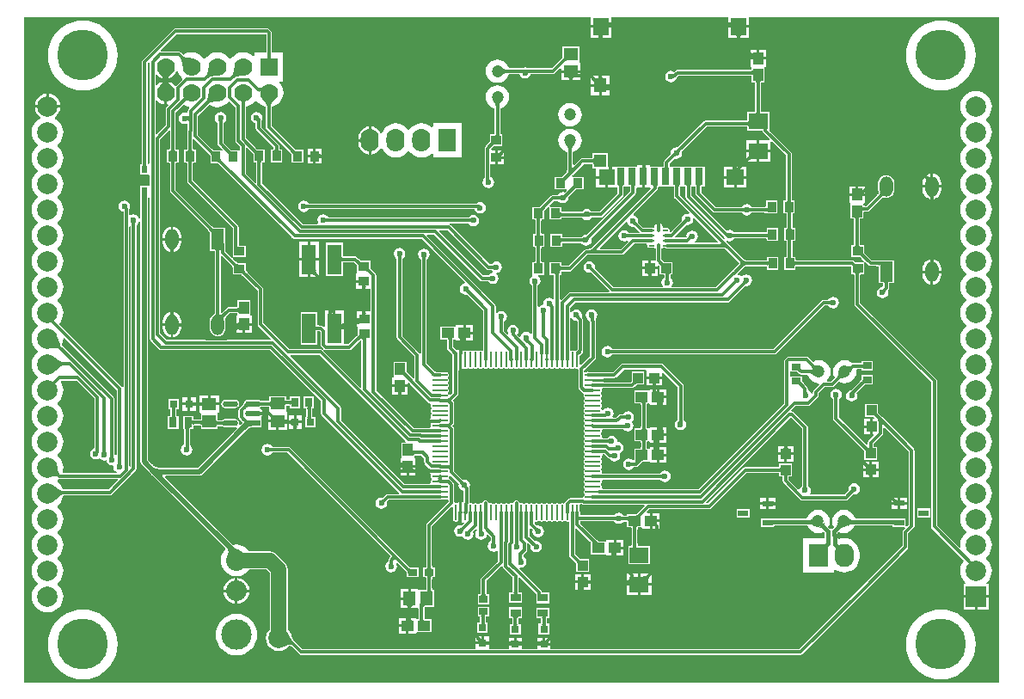
<source format=gtl>
G04*
G04 #@! TF.GenerationSoftware,Altium Limited,Altium Designer,20.2.6 (244)*
G04*
G04 Layer_Physical_Order=1*
G04 Layer_Color=255*
%FSLAX25Y25*%
%MOIN*%
G70*
G04*
G04 #@! TF.SameCoordinates,4AA97A5E-EA8F-4A6E-9BBD-7CD435F3AC8D*
G04*
G04*
G04 #@! TF.FilePolarity,Positive*
G04*
G01*
G75*
%ADD16C,0.01200*%
%ADD19R,0.03150X0.03740*%
%ADD20R,0.03985X0.04560*%
%ADD21R,0.04134X0.03740*%
%ADD22R,0.04560X0.03985*%
%ADD23R,0.07480X0.06299*%
%ADD24R,0.02362X0.03150*%
%ADD25R,0.03543X0.02756*%
%ADD26R,0.03543X0.03937*%
%ADD27R,0.06693X0.05906*%
%ADD28R,0.03150X0.06614*%
%ADD29R,0.06299X0.05906*%
%ADD30R,0.05079X0.05118*%
%ADD31R,0.05079X0.05512*%
%ADD32R,0.05906X0.06693*%
%ADD33R,0.05118X0.07874*%
%ADD34O,0.05118X0.07874*%
%ADD35R,0.03937X0.03937*%
%ADD36R,0.03937X0.03150*%
%ADD37R,0.03394X0.02894*%
%ADD38R,0.05512X0.04724*%
%ADD39O,0.06102X0.00984*%
%ADD40O,0.00984X0.06102*%
G04:AMPARAMS|DCode=41|XSize=7.87mil|YSize=21.65mil|CornerRadius=1.97mil|HoleSize=0mil|Usage=FLASHONLY|Rotation=270.000|XOffset=0mil|YOffset=0mil|HoleType=Round|Shape=RoundedRectangle|*
%AMROUNDEDRECTD41*
21,1,0.00787,0.01772,0,0,270.0*
21,1,0.00394,0.02165,0,0,270.0*
1,1,0.00394,-0.00886,-0.00197*
1,1,0.00394,-0.00886,0.00197*
1,1,0.00394,0.00886,0.00197*
1,1,0.00394,0.00886,-0.00197*
%
%ADD41ROUNDEDRECTD41*%
G04:AMPARAMS|DCode=42|XSize=11.81mil|YSize=23.62mil|CornerRadius=1.95mil|HoleSize=0mil|Usage=FLASHONLY|Rotation=180.000|XOffset=0mil|YOffset=0mil|HoleType=Round|Shape=RoundedRectangle|*
%AMROUNDEDRECTD42*
21,1,0.01181,0.01972,0,0,180.0*
21,1,0.00791,0.02362,0,0,180.0*
1,1,0.00390,-0.00396,0.00986*
1,1,0.00390,0.00396,0.00986*
1,1,0.00390,0.00396,-0.00986*
1,1,0.00390,-0.00396,-0.00986*
%
%ADD42ROUNDEDRECTD42*%
%ADD43R,0.03937X0.03937*%
%ADD44R,0.03150X0.03150*%
%ADD45R,0.03937X0.02362*%
%ADD46R,0.03740X0.02756*%
%ADD47R,0.04724X0.05512*%
%ADD48R,0.03937X0.03543*%
%ADD49R,0.03150X0.03150*%
G04:AMPARAMS|DCode=50|XSize=59.26mil|YSize=22.53mil|CornerRadius=11.26mil|HoleSize=0mil|Usage=FLASHONLY|Rotation=180.000|XOffset=0mil|YOffset=0mil|HoleType=Round|Shape=RoundedRectangle|*
%AMROUNDEDRECTD50*
21,1,0.05926,0.00000,0,0,180.0*
21,1,0.03674,0.02253,0,0,180.0*
1,1,0.02253,-0.01837,0.00000*
1,1,0.02253,0.01837,0.00000*
1,1,0.02253,0.01837,0.00000*
1,1,0.02253,-0.01837,0.00000*
%
%ADD50ROUNDEDRECTD50*%
%ADD51R,0.05926X0.02253*%
%ADD52R,0.03150X0.03937*%
%ADD53R,0.05512X0.11811*%
%ADD99C,0.01968*%
%ADD100C,0.05906*%
%ADD101C,0.01201*%
%ADD102C,0.01500*%
%ADD103C,0.11800*%
%ADD104C,0.08000*%
%ADD105O,0.07000X0.09000*%
%ADD106R,0.07000X0.09000*%
%ADD107C,0.07000*%
%ADD108R,0.07000X0.07000*%
%ADD109C,0.04724*%
%ADD110C,0.19685*%
%ADD111R,0.07500X0.09000*%
%ADD112O,0.07500X0.09000*%
%ADD113C,0.07874*%
%ADD114R,0.07874X0.07874*%
%ADD115C,0.02362*%
G36*
X379057Y1020D02*
X1020D01*
Y259035D01*
X220718D01*
Y255745D01*
X224670D01*
Y255245D01*
D01*
Y255745D01*
X227599D01*
Y257300D01*
X227611Y257186D01*
X227647Y257084D01*
X227708Y256994D01*
X227793Y256916D01*
X227902Y256850D01*
X228035Y256796D01*
X228193Y256754D01*
X228375Y256724D01*
X228581Y256706D01*
X228623Y256705D01*
Y259035D01*
X273867D01*
Y256705D01*
X273909Y256706D01*
X274115Y256724D01*
X274297Y256754D01*
X274455Y256796D01*
X274588Y256850D01*
X274697Y256916D01*
X274782Y256994D01*
X274843Y257084D01*
X274879Y257186D01*
X274891Y257300D01*
Y255745D01*
X277820D01*
X281773D01*
Y259035D01*
X379057D01*
Y1020D01*
D02*
G37*
%LPC*%
G36*
X95211Y254607D02*
X95211Y254607D01*
X59580D01*
X59580Y254607D01*
X59151Y254521D01*
X58787Y254278D01*
X58787Y254278D01*
X46903Y242394D01*
X46660Y242030D01*
X46575Y241601D01*
X46575Y241601D01*
Y202690D01*
X46555Y202646D01*
X46549Y202433D01*
X46535Y202264D01*
X46512Y202129D01*
X46486Y202030D01*
X46461Y201968D01*
X46456Y201960D01*
X46436Y201958D01*
X46411Y201944D01*
X45879D01*
Y197794D01*
X49241D01*
Y197794D01*
X49678Y197643D01*
Y193827D01*
X49241Y193676D01*
X49178Y193676D01*
X45879D01*
Y190109D01*
X45850Y190038D01*
X45855Y190024D01*
X45850Y190010D01*
X45874Y189961D01*
X45879Y189876D01*
Y189526D01*
X45899D01*
X45963Y188427D01*
X45965Y188068D01*
X45977Y188039D01*
Y180615D01*
X45477Y180566D01*
X45370Y181101D01*
X44888Y181823D01*
X44167Y182305D01*
X43316Y182474D01*
X42465Y182305D01*
X42156Y182098D01*
X41656Y182366D01*
Y184496D01*
X41656Y184497D01*
X41815Y184734D01*
X41984Y185585D01*
X41815Y186436D01*
X41333Y187157D01*
X40611Y187640D01*
X39760Y187809D01*
X38909Y187640D01*
X38188Y187157D01*
X37705Y186436D01*
X37536Y185585D01*
X37705Y184734D01*
X38188Y184012D01*
X38909Y183530D01*
X39412Y183430D01*
Y115515D01*
X38912Y115363D01*
X38778Y115563D01*
X24478Y129863D01*
X24478Y129863D01*
X14352Y139990D01*
X15078Y140875D01*
X15641Y141929D01*
X15988Y143071D01*
X16105Y144260D01*
X15988Y145449D01*
X15641Y146591D01*
X15078Y147645D01*
X14320Y148568D01*
X13782Y149010D01*
Y149510D01*
X14320Y149952D01*
X15078Y150875D01*
X15641Y151929D01*
X15988Y153071D01*
X16105Y154260D01*
X15988Y155449D01*
X15641Y156591D01*
X15078Y157645D01*
X14320Y158568D01*
X13782Y159010D01*
Y159510D01*
X14320Y159952D01*
X15078Y160875D01*
X15641Y161929D01*
X15988Y163072D01*
X16105Y164260D01*
X15988Y165449D01*
X15641Y166591D01*
X15078Y167645D01*
X14320Y168568D01*
X13782Y169010D01*
Y169510D01*
X14320Y169952D01*
X15078Y170875D01*
X15641Y171929D01*
X15988Y173072D01*
X16105Y174260D01*
X15988Y175449D01*
X15641Y176591D01*
X15078Y177645D01*
X14320Y178568D01*
X13782Y179010D01*
Y179510D01*
X14320Y179952D01*
X15078Y180875D01*
X15641Y181929D01*
X15988Y183071D01*
X16105Y184260D01*
X15988Y185449D01*
X15641Y186591D01*
X15078Y187645D01*
X14320Y188568D01*
X13782Y189010D01*
Y189510D01*
X14320Y189952D01*
X15078Y190875D01*
X15641Y191929D01*
X15988Y193071D01*
X16105Y194260D01*
X15988Y195449D01*
X15641Y196591D01*
X15078Y197645D01*
X14320Y198568D01*
X13782Y199010D01*
Y199510D01*
X14320Y199952D01*
X15078Y200875D01*
X15641Y201929D01*
X15988Y203071D01*
X16105Y204260D01*
X15988Y205449D01*
X15641Y206591D01*
X15078Y207645D01*
X14320Y208568D01*
X13782Y209010D01*
Y209510D01*
X14320Y209952D01*
X15078Y210875D01*
X15641Y211929D01*
X15988Y213071D01*
X16105Y214260D01*
X15988Y215448D01*
X15641Y216591D01*
X15078Y217645D01*
X14320Y218568D01*
X13397Y219326D01*
X12876Y219604D01*
X12827Y220197D01*
X13533Y220739D01*
X14325Y221770D01*
X14822Y222971D01*
X14926Y223760D01*
X10012D01*
X5099D01*
X5203Y222971D01*
X5700Y221770D01*
X6491Y220739D01*
X7197Y220197D01*
X7149Y219604D01*
X6628Y219326D01*
X5705Y218568D01*
X4947Y217645D01*
X4384Y216591D01*
X4037Y215448D01*
X3920Y214260D01*
X4037Y213071D01*
X4384Y211929D01*
X4947Y210875D01*
X5705Y209952D01*
X6243Y209510D01*
Y209010D01*
X5705Y208568D01*
X4947Y207645D01*
X4384Y206591D01*
X4037Y205449D01*
X3920Y204260D01*
X4037Y203071D01*
X4384Y201929D01*
X4947Y200875D01*
X5705Y199952D01*
X6243Y199510D01*
Y199010D01*
X5705Y198568D01*
X4947Y197645D01*
X4384Y196591D01*
X4037Y195449D01*
X3920Y194260D01*
X4037Y193071D01*
X4384Y191929D01*
X4947Y190875D01*
X5705Y189952D01*
X6243Y189510D01*
Y189010D01*
X5705Y188568D01*
X4947Y187645D01*
X4384Y186591D01*
X4037Y185449D01*
X3920Y184260D01*
X4037Y183071D01*
X4384Y181929D01*
X4947Y180875D01*
X5705Y179952D01*
X6243Y179510D01*
Y179010D01*
X5705Y178568D01*
X4947Y177645D01*
X4384Y176591D01*
X4037Y175449D01*
X3920Y174260D01*
X4037Y173072D01*
X4384Y171929D01*
X4947Y170875D01*
X5705Y169952D01*
X6243Y169510D01*
Y169010D01*
X5705Y168568D01*
X4947Y167645D01*
X4384Y166591D01*
X4037Y165449D01*
X3920Y164260D01*
X4037Y163072D01*
X4384Y161929D01*
X4947Y160875D01*
X5705Y159952D01*
X6243Y159510D01*
Y159010D01*
X5705Y158568D01*
X4947Y157645D01*
X4384Y156591D01*
X4037Y155449D01*
X3920Y154260D01*
X4037Y153071D01*
X4384Y151929D01*
X4947Y150875D01*
X5705Y149952D01*
X6243Y149510D01*
Y149010D01*
X5705Y148568D01*
X4947Y147645D01*
X4384Y146591D01*
X4037Y145449D01*
X3920Y144260D01*
X4037Y143071D01*
X4384Y141929D01*
X4947Y140875D01*
X5705Y139952D01*
X6243Y139510D01*
Y139010D01*
X5705Y138568D01*
X4947Y137645D01*
X4384Y136591D01*
X4037Y135449D01*
X3920Y134260D01*
X4037Y133071D01*
X4384Y131929D01*
X4947Y130875D01*
X5705Y129952D01*
X6243Y129510D01*
Y129010D01*
X5705Y128568D01*
X4947Y127645D01*
X4384Y126591D01*
X4037Y125449D01*
X3920Y124260D01*
X4037Y123072D01*
X4384Y121929D01*
X4947Y120875D01*
X5705Y119952D01*
X6243Y119510D01*
Y119010D01*
X5705Y118568D01*
X4947Y117645D01*
X4384Y116591D01*
X4037Y115449D01*
X3920Y114260D01*
X4037Y113072D01*
X4384Y111929D01*
X4947Y110875D01*
X5705Y109952D01*
X6243Y109510D01*
Y109010D01*
X5705Y108568D01*
X4947Y107645D01*
X4384Y106591D01*
X4037Y105449D01*
X3920Y104260D01*
X4037Y103071D01*
X4384Y101929D01*
X4947Y100875D01*
X5705Y99952D01*
X6243Y99510D01*
Y99010D01*
X5705Y98568D01*
X4947Y97645D01*
X4384Y96591D01*
X4037Y95449D01*
X3920Y94260D01*
X4037Y93072D01*
X4384Y91929D01*
X4947Y90875D01*
X5705Y89952D01*
X6243Y89510D01*
Y89010D01*
X5705Y88568D01*
X4947Y87645D01*
X4384Y86591D01*
X4037Y85449D01*
X3920Y84260D01*
X4037Y83072D01*
X4384Y81929D01*
X4947Y80875D01*
X5705Y79952D01*
X6243Y79510D01*
Y79010D01*
X5705Y78568D01*
X4947Y77645D01*
X4384Y76591D01*
X4037Y75449D01*
X3920Y74260D01*
X4037Y73071D01*
X4384Y71929D01*
X4947Y70875D01*
X5705Y69952D01*
X6243Y69510D01*
Y69010D01*
X5705Y68568D01*
X4947Y67645D01*
X4384Y66591D01*
X4037Y65449D01*
X3920Y64260D01*
X4037Y63072D01*
X4384Y61929D01*
X4947Y60875D01*
X5705Y59952D01*
X6243Y59510D01*
Y59010D01*
X5705Y58568D01*
X4947Y57645D01*
X4384Y56591D01*
X4037Y55449D01*
X3920Y54260D01*
X4037Y53071D01*
X4384Y51929D01*
X4947Y50875D01*
X5705Y49952D01*
X6243Y49510D01*
Y49010D01*
X5705Y48568D01*
X4947Y47645D01*
X4384Y46591D01*
X4037Y45449D01*
X3920Y44260D01*
X4037Y43071D01*
X4384Y41929D01*
X4947Y40875D01*
X5705Y39952D01*
X6243Y39510D01*
Y39010D01*
X5705Y38568D01*
X4947Y37645D01*
X4384Y36591D01*
X4037Y35449D01*
X3920Y34260D01*
X4037Y33071D01*
X4384Y31929D01*
X4947Y30875D01*
X5705Y29952D01*
X6628Y29194D01*
X7681Y28631D01*
X8824Y28285D01*
X10012Y28168D01*
X11201Y28285D01*
X12344Y28631D01*
X13397Y29194D01*
X14320Y29952D01*
X15078Y30875D01*
X15641Y31929D01*
X15988Y33071D01*
X16105Y34260D01*
X15988Y35449D01*
X15641Y36591D01*
X15078Y37645D01*
X14320Y38568D01*
X13782Y39010D01*
Y39510D01*
X14320Y39952D01*
X15078Y40875D01*
X15641Y41929D01*
X15988Y43071D01*
X16105Y44260D01*
X15988Y45449D01*
X15641Y46591D01*
X15078Y47645D01*
X14320Y48568D01*
X13782Y49010D01*
Y49510D01*
X14320Y49952D01*
X15078Y50875D01*
X15641Y51929D01*
X15988Y53071D01*
X16105Y54260D01*
X15988Y55449D01*
X15641Y56591D01*
X15078Y57645D01*
X14320Y58568D01*
X13782Y59010D01*
Y59510D01*
X14320Y59952D01*
X15078Y60875D01*
X15641Y61929D01*
X15988Y63072D01*
X16105Y64260D01*
X15988Y65449D01*
X15641Y66591D01*
X15078Y67645D01*
X14320Y68568D01*
X13782Y69010D01*
Y69510D01*
X14320Y69952D01*
X15078Y70875D01*
X15641Y71929D01*
X15988Y73071D01*
X16001Y73210D01*
X16361Y73516D01*
X16393Y73533D01*
X34195D01*
X34624Y73618D01*
X34988Y73862D01*
X44109Y82982D01*
X44352Y83346D01*
X44438Y83776D01*
Y178376D01*
X44888Y178677D01*
X45370Y179399D01*
X45477Y179934D01*
X45977Y179885D01*
Y86585D01*
X45977Y86585D01*
X46092Y86006D01*
X46420Y85515D01*
X50302Y81632D01*
X50302Y81632D01*
X50316Y81619D01*
X50331Y81590D01*
X50351Y81584D01*
X78744Y53190D01*
X78848Y52771D01*
X78810Y52571D01*
X78112Y51720D01*
X77543Y50656D01*
X77193Y49501D01*
X77074Y48300D01*
X77193Y47099D01*
X77543Y45944D01*
X78112Y44880D01*
X78877Y43947D01*
X79810Y43182D01*
X80874Y42613D01*
X82029Y42263D01*
X83230Y42144D01*
X84431Y42263D01*
X85586Y42613D01*
X86650Y43182D01*
X87583Y43947D01*
X88297Y44818D01*
X94761D01*
X96180Y43398D01*
Y21692D01*
X96141Y21662D01*
X95350Y20631D01*
X94853Y19430D01*
X94683Y18141D01*
X94853Y16852D01*
X95350Y15651D01*
X96141Y14620D01*
X97173Y13829D01*
X98374Y13331D01*
X99662Y13161D01*
X100951Y13331D01*
X102152Y13829D01*
X103183Y14620D01*
X103626Y15196D01*
X103754Y15215D01*
X103955Y15212D01*
X104140Y15175D01*
X104319Y15103D01*
X104499Y14991D01*
X104710Y14808D01*
X104749Y14795D01*
X107549Y11995D01*
X107549Y11995D01*
X107913Y11752D01*
X108342Y11666D01*
X108342Y11666D01*
X301949D01*
X301949Y11666D01*
X302379Y11752D01*
X302743Y11995D01*
X326605Y35857D01*
X326605Y35857D01*
X343399Y52651D01*
X343399Y52651D01*
X343642Y53015D01*
X343727Y53444D01*
X343727Y53444D01*
Y58879D01*
X345743Y60894D01*
X345743Y60894D01*
X345986Y61258D01*
X346072Y61687D01*
Y90943D01*
X346072Y90943D01*
X345986Y91373D01*
X345743Y91736D01*
X345743Y91736D01*
X333608Y103872D01*
X333597Y103907D01*
X333545Y103934D01*
X332617Y104862D01*
X332601Y104905D01*
X332171Y105368D01*
X332024Y105552D01*
X331910Y105713D01*
X331869Y105786D01*
Y106192D01*
X331886Y106234D01*
X331869Y106275D01*
Y106276D01*
X331879Y106320D01*
X331869Y106337D01*
Y108962D01*
X326932D01*
Y104025D01*
X329557D01*
X329573Y104015D01*
X329617Y104025D01*
X329618D01*
X329659Y104008D01*
X329701Y104025D01*
X330108D01*
X330180Y103983D01*
X330336Y103874D01*
X330585Y103663D01*
X330401Y103163D01*
X329900D01*
Y100194D01*
Y97226D01*
X330091D01*
X330282Y96764D01*
X328357Y94838D01*
X328114Y94474D01*
X328028Y94045D01*
X328028Y94045D01*
Y93291D01*
X327685Y93103D01*
X327535Y93056D01*
X327524Y93057D01*
X316822Y103759D01*
Y110782D01*
X317272Y111082D01*
X317755Y111804D01*
X317924Y112655D01*
X317755Y113506D01*
X317272Y114227D01*
X316551Y114709D01*
X315700Y114879D01*
X314849Y114709D01*
X314127Y114227D01*
X313645Y113506D01*
X313476Y112655D01*
X313645Y111804D01*
X314127Y111082D01*
X314578Y110782D01*
Y103294D01*
X314664Y102865D01*
X314907Y102501D01*
X325932Y91476D01*
X325948Y91432D01*
X326376Y90971D01*
X326522Y90789D01*
X326634Y90628D01*
X326681Y90544D01*
Y90173D01*
X326652Y90102D01*
X326669Y90061D01*
X326659Y90018D01*
X326681Y89981D01*
Y87376D01*
X331618D01*
Y92313D01*
X330455D01*
X330407Y92339D01*
X330387Y92341D01*
X330384Y92346D01*
X330360Y92406D01*
X330333Y92504D01*
X330311Y92637D01*
X330297Y92804D01*
X330291Y93015D01*
X330272Y93059D01*
Y93580D01*
X333549Y96858D01*
X333549Y96858D01*
X333792Y97222D01*
X333877Y97651D01*
X333877Y97651D01*
Y99723D01*
X334378Y99930D01*
X343829Y90479D01*
Y62152D01*
X343154Y61478D01*
X342654Y61685D01*
Y64671D01*
X338300D01*
X338229Y64700D01*
X338159Y64671D01*
X337717D01*
Y64549D01*
X336992Y64496D01*
X336725Y64494D01*
X336686Y64477D01*
X323112D01*
X323098Y64587D01*
X322645Y65679D01*
X321926Y66616D01*
X320988Y67335D01*
X319897Y67788D01*
X318725Y67942D01*
X317553Y67788D01*
X316461Y67335D01*
X315524Y66616D01*
X314805Y65679D01*
X314352Y64587D01*
X314198Y63415D01*
X314352Y62243D01*
X314762Y61254D01*
X314074Y60566D01*
X314026Y60494D01*
X313424D01*
X313376Y60566D01*
X312688Y61254D01*
X313098Y62243D01*
X313252Y63415D01*
X313098Y64587D01*
X312645Y65679D01*
X311926Y66616D01*
X310988Y67335D01*
X309897Y67788D01*
X308725Y67942D01*
X307553Y67788D01*
X306462Y67335D01*
X305524Y66616D01*
X304805Y65679D01*
X304352Y64587D01*
X304330Y64420D01*
X292679D01*
X292641Y64436D01*
X291889Y64449D01*
X291644Y64466D01*
X291644Y64556D01*
X291291Y64561D01*
X291235Y64556D01*
X291202Y64556D01*
X291131Y64585D01*
X291061Y64556D01*
X286706D01*
Y61194D01*
X291024D01*
X291070Y61168D01*
X291101Y61177D01*
X291131Y61165D01*
X291202Y61194D01*
X291644D01*
Y61598D01*
X291669Y61644D01*
X291675Y61694D01*
X291683Y61701D01*
X291736Y61731D01*
X291832Y61767D01*
X291973Y61802D01*
X292154Y61830D01*
X292375Y61847D01*
X292645Y61854D01*
X292682Y61870D01*
X304507D01*
X304805Y61151D01*
X305524Y60214D01*
X306462Y59495D01*
X307553Y59042D01*
X308725Y58888D01*
X309897Y59042D01*
X310820Y59425D01*
X311200Y59114D01*
Y57190D01*
X310984Y56926D01*
X302989D01*
Y43674D01*
X314741D01*
Y44748D01*
X315193Y44962D01*
X315585Y44641D01*
X316605Y44095D01*
X317713Y43759D01*
X318865Y43646D01*
X320017Y43759D01*
X321125Y44095D01*
X322145Y44641D01*
X323040Y45375D01*
X323774Y46270D01*
X324320Y47291D01*
X324656Y48398D01*
X324769Y49550D01*
Y51050D01*
X324656Y52202D01*
X324320Y53310D01*
X323774Y54330D01*
X323040Y55225D01*
X322145Y55959D01*
X321125Y56505D01*
X320017Y56841D01*
X318865Y56954D01*
X317713Y56841D01*
X316890Y56591D01*
X316389Y56925D01*
Y58086D01*
X316293Y58573D01*
X316249Y58638D01*
Y59114D01*
X316630Y59425D01*
X317553Y59042D01*
X318725Y58888D01*
X319897Y59042D01*
X320988Y59495D01*
X321926Y60214D01*
X322645Y61151D01*
X322967Y61928D01*
X336679D01*
X336717Y61911D01*
X336988Y61905D01*
X337211Y61889D01*
X337397Y61863D01*
X337541Y61830D01*
X337641Y61796D01*
X337690Y61770D01*
X337692Y61754D01*
X337717Y61710D01*
Y61309D01*
X338159D01*
X338229Y61279D01*
X338262Y61293D01*
X338296Y61284D01*
X338340Y61309D01*
X342278D01*
X342485Y60809D01*
X341813Y60136D01*
X341570Y59772D01*
X341484Y59343D01*
X341484Y59343D01*
Y53909D01*
X325019Y37443D01*
X325019Y37443D01*
X301485Y13909D01*
X205025D01*
Y15300D01*
X202450D01*
X200898D01*
X200899Y15094D01*
X200887Y15209D01*
X200853Y15300D01*
X199875D01*
Y13909D01*
X193925D01*
Y15250D01*
X192939D01*
X192925Y15209D01*
X192913Y15094D01*
Y15250D01*
X191350D01*
X189798D01*
X189799Y15094D01*
X189787Y15209D01*
X189771Y15250D01*
X188775D01*
Y13909D01*
X181175D01*
Y15689D01*
X181135Y15688D01*
X180931Y15671D01*
X180751Y15641D01*
X180595Y15598D01*
X180463Y15544D01*
X180355Y15479D01*
X180271Y15401D01*
X180211Y15311D01*
X180175Y15209D01*
X180163Y15094D01*
Y15795D01*
X178600D01*
X176025D01*
Y13909D01*
X108807D01*
X105719Y16997D01*
X105717Y17010D01*
X104553Y18815D01*
X104472Y19430D01*
X103975Y20631D01*
X103183Y21662D01*
X103145Y21692D01*
Y44841D01*
X103026Y45742D01*
X102678Y46582D01*
X102125Y47303D01*
X98666Y50762D01*
X97944Y51316D01*
X97104Y51664D01*
X96203Y51783D01*
X88297D01*
X87583Y52653D01*
X86650Y53418D01*
X85586Y53987D01*
X84431Y54337D01*
X83230Y54456D01*
X82029Y54337D01*
X81983Y54323D01*
X81623Y54622D01*
X81349Y54883D01*
X81321Y54894D01*
X55547Y80668D01*
X55538Y80694D01*
X55738Y81177D01*
X55764Y81189D01*
X68862D01*
X68862Y81189D01*
X69441Y81304D01*
X69932Y81632D01*
X86885Y98586D01*
X86912Y98596D01*
X87653Y99283D01*
X87964Y99531D01*
X88246Y99727D01*
X88490Y99866D01*
X88504Y99872D01*
X89341D01*
X89389Y99859D01*
X89414Y99872D01*
X92958D01*
Y103125D01*
X92895D01*
X92744Y103625D01*
X92865Y103706D01*
X93335Y104409D01*
X93380Y104637D01*
X93263Y104635D01*
X92873Y104605D01*
X92697Y104579D01*
X92532Y104546D01*
X92380Y104505D01*
X92241Y104456D01*
X92113Y104400D01*
X91997Y104337D01*
X91894Y104266D01*
Y104739D01*
X89495D01*
Y105739D01*
X91894D01*
Y106212D01*
X91997Y106141D01*
X92113Y106078D01*
X92241Y106022D01*
X92380Y105973D01*
X92532Y105932D01*
X92697Y105899D01*
X92873Y105872D01*
X93263Y105843D01*
X93380Y105841D01*
X93335Y106069D01*
X92865Y106772D01*
X92360Y107109D01*
X92360Y107110D01*
X92340Y107165D01*
X92317Y107342D01*
X92336Y107507D01*
X92384Y107668D01*
X92438Y107692D01*
X92540Y107727D01*
X92657Y107759D01*
X92791Y107786D01*
X92934Y107807D01*
X93288Y107834D01*
X93485Y107838D01*
X93530Y107858D01*
X95161D01*
X95204Y107838D01*
X95418Y107832D01*
X95587Y107818D01*
X95723Y107795D01*
X95822Y107769D01*
X95884Y107744D01*
X95890Y107740D01*
X95892Y107722D01*
X95907Y107696D01*
Y106255D01*
X95907Y106223D01*
X95831Y105755D01*
X95407D01*
Y102892D01*
X101894D01*
Y103150D01*
X101906Y103036D01*
X101943Y102934D01*
X101971Y102892D01*
X102918D01*
Y105755D01*
X102494D01*
X102418Y106223D01*
X102418Y106255D01*
Y108167D01*
X102433Y108193D01*
X102434Y108211D01*
X102441Y108215D01*
X102503Y108240D01*
X102602Y108266D01*
X102738Y108289D01*
X102907Y108303D01*
X103088Y108308D01*
X103269Y108303D01*
X103438Y108289D01*
X103573Y108266D01*
X103673Y108240D01*
X103735Y108215D01*
X103741Y108211D01*
X103743Y108193D01*
X103757Y108167D01*
Y107080D01*
X107907D01*
Y111820D01*
X103757D01*
Y110733D01*
X103743Y110707D01*
X103741Y110689D01*
X103735Y110685D01*
X103673Y110660D01*
X103573Y110634D01*
X103438Y110611D01*
X103269Y110597D01*
X103088Y110592D01*
X102907Y110597D01*
X102738Y110611D01*
X102602Y110634D01*
X102503Y110660D01*
X102441Y110685D01*
X102434Y110689D01*
X102433Y110707D01*
X102418Y110733D01*
Y111948D01*
X95907D01*
Y110262D01*
X95892Y110236D01*
X95890Y110218D01*
X95884Y110214D01*
X95822Y110189D01*
X95723Y110163D01*
X95587Y110140D01*
X95418Y110126D01*
X95204Y110120D01*
X95161Y110101D01*
X93530D01*
X93485Y110120D01*
X93288Y110124D01*
X92934Y110151D01*
X92791Y110172D01*
X92657Y110199D01*
X92540Y110231D01*
X92438Y110266D01*
X92352Y110304D01*
X92281Y110343D01*
X92200Y110399D01*
X92104Y110419D01*
X91966Y110511D01*
X91332Y110637D01*
X87658D01*
X87024Y110511D01*
X86486Y110152D01*
X86126Y109614D01*
X86094Y109451D01*
X86041Y109369D01*
X86023Y109272D01*
X86000Y109195D01*
X85966Y109107D01*
X85919Y109010D01*
X85858Y108905D01*
X85783Y108791D01*
X85697Y108675D01*
X85465Y108405D01*
X85329Y108263D01*
X85311Y108218D01*
X84351Y107258D01*
X84108Y106895D01*
X84023Y106465D01*
X84023Y106465D01*
Y104012D01*
X84023Y104012D01*
X84108Y103583D01*
X84351Y103219D01*
X84883Y102687D01*
X84901Y102642D01*
X85605Y101916D01*
X85678Y101837D01*
X85602Y101723D01*
X85441Y101511D01*
X85018Y101023D01*
X84763Y100761D01*
X84678Y100769D01*
X84276Y101256D01*
X84325Y101499D01*
X84198Y102133D01*
X83839Y102671D01*
X83301Y103031D01*
X82667Y103157D01*
X78993D01*
X78358Y103031D01*
X78221Y102939D01*
X78125Y102918D01*
X78044Y102863D01*
X77973Y102824D01*
X77887Y102786D01*
X77785Y102751D01*
X77667Y102719D01*
X77534Y102692D01*
X77391Y102671D01*
X77036Y102643D01*
X76839Y102640D01*
X76794Y102620D01*
X76664D01*
X76620Y102640D01*
X76407Y102645D01*
X76238Y102660D01*
X76102Y102682D01*
X76003Y102709D01*
X75941Y102734D01*
X75934Y102738D01*
X75933Y102756D01*
X75918Y102782D01*
Y105070D01*
X75918Y105101D01*
X75994Y105570D01*
X76418D01*
Y108432D01*
X72662D01*
X69930D01*
Y107750D01*
X69918Y107864D01*
X69882Y107966D01*
X69821Y108056D01*
X69737Y108134D01*
X69627Y108200D01*
X69494Y108254D01*
X69337Y108296D01*
X69155Y108326D01*
X68949Y108344D01*
X68906Y108345D01*
Y105570D01*
X69331D01*
X69406Y105101D01*
X69406Y105070D01*
Y103022D01*
X69392Y102996D01*
X69390Y102978D01*
X69384Y102974D01*
X69322Y102949D01*
X69223Y102923D01*
X69087Y102900D01*
X68918Y102885D01*
X68704Y102880D01*
X68661Y102860D01*
X67436D01*
X67392Y102880D01*
X67178Y102885D01*
X67009Y102900D01*
X66874Y102923D01*
X66774Y102949D01*
X66712Y102974D01*
X66706Y102978D01*
X66704Y102996D01*
X66690Y103022D01*
Y104207D01*
X62540D01*
Y99900D01*
X62517Y99861D01*
X62527Y99819D01*
X62511Y99779D01*
X62540Y99710D01*
Y99270D01*
X62873D01*
X62887Y99223D01*
X62907Y99119D01*
X62937Y98781D01*
X62941Y98572D01*
X62961Y98527D01*
Y93172D01*
X62364Y92773D01*
X61882Y92051D01*
X61713Y91200D01*
X61882Y90349D01*
X62364Y89628D01*
X63086Y89146D01*
X63937Y88977D01*
X64788Y89146D01*
X65509Y89628D01*
X65991Y90349D01*
X66160Y91200D01*
X65991Y92051D01*
X65509Y92773D01*
X65204Y92977D01*
Y98524D01*
X65224Y98568D01*
X65229Y98781D01*
X65244Y98950D01*
X65266Y99085D01*
X65293Y99185D01*
X65318Y99247D01*
X65323Y99254D01*
X65342Y99256D01*
X65368Y99270D01*
X66690D01*
Y100456D01*
X66704Y100482D01*
X66706Y100500D01*
X66712Y100504D01*
X66774Y100529D01*
X66874Y100555D01*
X67009Y100577D01*
X67178Y100592D01*
X67392Y100598D01*
X67436Y100617D01*
X68661D01*
X68704Y100598D01*
X68918Y100592D01*
X69087Y100577D01*
X69223Y100555D01*
X69322Y100529D01*
X69384Y100504D01*
X69390Y100500D01*
X69392Y100482D01*
X69406Y100456D01*
Y99377D01*
X75918D01*
Y100215D01*
X75933Y100241D01*
X75934Y100260D01*
X75941Y100263D01*
X76003Y100288D01*
X76102Y100315D01*
X76238Y100337D01*
X76407Y100352D01*
X76620Y100358D01*
X76664Y100377D01*
X76794D01*
X76839Y100358D01*
X77036Y100354D01*
X77391Y100327D01*
X77534Y100306D01*
X77667Y100278D01*
X77785Y100247D01*
X77887Y100212D01*
X77973Y100174D01*
X78044Y100135D01*
X78125Y100079D01*
X78221Y100059D01*
X78358Y99967D01*
X78993Y99841D01*
X82667D01*
X83274Y99961D01*
X83305Y99940D01*
X83507Y99487D01*
X68235Y84216D01*
X53794D01*
X53768Y84228D01*
X53400Y84241D01*
X53065Y84278D01*
X52742Y84339D01*
X52431Y84425D01*
X52132Y84535D01*
X51842Y84670D01*
X51561Y84829D01*
X51290Y85013D01*
X51026Y85224D01*
X50757Y85475D01*
X50741Y85481D01*
X50734Y85496D01*
X50714Y85502D01*
X49003Y87212D01*
Y188038D01*
X49015Y188066D01*
X49018Y188433D01*
X49038Y189042D01*
X49041Y189086D01*
X49178Y189170D01*
X49678Y188891D01*
Y134245D01*
X49678Y134245D01*
X49764Y133816D01*
X50007Y133452D01*
X53260Y130199D01*
X53260Y130199D01*
X53624Y129956D01*
X54053Y129871D01*
X54053Y129871D01*
X96133D01*
X116049Y109955D01*
Y105245D01*
X116048Y105245D01*
X116134Y104816D01*
X116377Y104452D01*
X146279Y74550D01*
X146072Y74050D01*
X141857D01*
X141427Y73964D01*
X141063Y73721D01*
X141063Y73721D01*
X139962Y72619D01*
X139430Y72725D01*
X138579Y72556D01*
X137857Y72074D01*
X137375Y71352D01*
X137206Y70502D01*
X137375Y69651D01*
X137857Y68929D01*
X138579Y68447D01*
X139430Y68278D01*
X140281Y68447D01*
X141003Y68929D01*
X141484Y69651D01*
X141654Y70502D01*
X141548Y71033D01*
X142321Y71806D01*
X162124D01*
X162553Y71892D01*
X162590Y71916D01*
X164683D01*
X164941Y71968D01*
X165323Y71752D01*
X165441Y71640D01*
Y71040D01*
X157146Y62745D01*
X156903Y62381D01*
X156817Y61952D01*
X156817Y61952D01*
Y46274D01*
X156798Y46230D01*
X156792Y46016D01*
X156778Y45847D01*
X156755Y45712D01*
X156729Y45612D01*
X156704Y45550D01*
X156700Y45544D01*
X156682Y45542D01*
X156656Y45528D01*
X155569D01*
Y41772D01*
X156634D01*
X156682Y41746D01*
X156702Y41744D01*
X156704Y41739D01*
X156729Y41679D01*
X156755Y41581D01*
X156778Y41448D01*
X156792Y41281D01*
X156798Y41070D01*
X156817Y41026D01*
Y37502D01*
X156798Y37458D01*
X156792Y37244D01*
X156778Y37075D01*
X156755Y36940D01*
X156729Y36840D01*
X156704Y36778D01*
X156700Y36772D01*
X156682Y36770D01*
X156656Y36756D01*
X154212D01*
X154181Y36756D01*
X153712Y36832D01*
Y37256D01*
X150850D01*
Y33500D01*
Y30768D01*
X151550D01*
X151436Y30756D01*
X151334Y30720D01*
X151244Y30659D01*
X151166Y30574D01*
X151100Y30465D01*
X151046Y30332D01*
X151004Y30174D01*
X150974Y29992D01*
X150956Y29786D01*
X150955Y29744D01*
X153428D01*
X153447Y29741D01*
X153700Y29638D01*
X153794Y29583D01*
X153921Y29331D01*
Y26188D01*
X153902Y26144D01*
X153896Y25931D01*
X153882Y25762D01*
X153859Y25626D01*
X153833Y25527D01*
X153807Y25465D01*
X153804Y25458D01*
X153786Y25457D01*
X153760Y25442D01*
X153303D01*
X153255Y25442D01*
X152803Y25558D01*
Y25942D01*
X150955D01*
X150956Y25900D01*
X150974Y25694D01*
X151004Y25512D01*
X151046Y25355D01*
X151100Y25221D01*
X151166Y25112D01*
X151244Y25027D01*
X151334Y24967D01*
X151436Y24930D01*
X151550Y24918D01*
X150023D01*
Y22950D01*
Y19958D01*
X152803D01*
Y20342D01*
X153255Y20458D01*
X153303Y20458D01*
X158815D01*
Y25442D01*
X156326D01*
X156300Y25457D01*
X156282Y25458D01*
X156278Y25465D01*
X156253Y25527D01*
X156227Y25626D01*
X156204Y25762D01*
X156190Y25931D01*
X156184Y26144D01*
X156165Y26188D01*
Y29498D01*
X156184Y29542D01*
X156190Y29755D01*
X156204Y29923D01*
X156227Y30058D01*
X156253Y30157D01*
X156278Y30220D01*
X156283Y30228D01*
X156304Y30230D01*
X156329Y30244D01*
X159905D01*
Y36756D01*
X159222D01*
X159196Y36770D01*
X159178Y36772D01*
X159174Y36778D01*
X159149Y36840D01*
X159123Y36940D01*
X159100Y37075D01*
X159086Y37244D01*
X159080Y37458D01*
X159061Y37502D01*
Y41026D01*
X159080Y41070D01*
X159086Y41281D01*
X159100Y41448D01*
X159123Y41581D01*
X159149Y41679D01*
X159173Y41739D01*
X159176Y41744D01*
X159196Y41746D01*
X159244Y41772D01*
X160309D01*
Y45528D01*
X159222D01*
X159196Y45542D01*
X159178Y45544D01*
X159174Y45550D01*
X159149Y45612D01*
X159123Y45712D01*
X159100Y45847D01*
X159086Y46016D01*
X159080Y46230D01*
X159061Y46274D01*
Y61488D01*
X166616Y69043D01*
X167116Y68836D01*
Y64365D01*
X167193Y63978D01*
X167413Y63650D01*
X167741Y63430D01*
X168128Y63353D01*
X168515Y63430D01*
X168989Y63336D01*
X169021Y63289D01*
X169514Y62959D01*
X169597Y62943D01*
Y66924D01*
Y70905D01*
X169514Y70889D01*
X169021Y70559D01*
X168989Y70512D01*
X168515Y70418D01*
X168128Y70495D01*
X167684Y70916D01*
Y77644D01*
X167599Y78073D01*
X167356Y78436D01*
X167356Y78437D01*
X166255Y79538D01*
X165891Y79781D01*
X165799Y79799D01*
X165576Y80353D01*
X165618Y80415D01*
X165695Y80802D01*
X165643Y81060D01*
X166076Y81334D01*
X169409Y78001D01*
X169303Y77470D01*
X169472Y76619D01*
X169955Y75897D01*
X170676Y75415D01*
X171308Y75289D01*
Y71069D01*
X170908Y70735D01*
X170679Y70889D01*
X170597Y70905D01*
Y66924D01*
Y62943D01*
X170679Y62959D01*
X171119Y63254D01*
X171296Y63231D01*
X171538Y62766D01*
X170552Y61780D01*
X169804Y61928D01*
X168953Y61759D01*
X168232Y61277D01*
X167750Y60555D01*
X167581Y59704D01*
X167750Y58853D01*
X168232Y58132D01*
X168953Y57650D01*
X169804Y57481D01*
X170655Y57650D01*
X171067Y57323D01*
X171356Y56890D01*
X172078Y56408D01*
X172929Y56239D01*
X173780Y56408D01*
X174501Y56890D01*
X174983Y57611D01*
X175153Y58462D01*
X174983Y59313D01*
X174940Y59378D01*
X175969Y60407D01*
X176506Y60237D01*
X176519Y60164D01*
X176501Y60110D01*
X176040Y59421D01*
X175871Y58570D01*
X176040Y57719D01*
X176523Y56998D01*
X177244Y56515D01*
X178095Y56346D01*
X178946Y56515D01*
X179667Y56998D01*
X180149Y57719D01*
X180222Y58083D01*
X180764Y58248D01*
X181803Y57209D01*
Y55754D01*
X181352Y55453D01*
X180870Y54731D01*
X180701Y53880D01*
X180870Y53029D01*
X181352Y52307D01*
X182074Y51825D01*
X182925Y51656D01*
X183776Y51825D01*
X184223Y52124D01*
X184723Y51857D01*
Y48024D01*
X178257Y41558D01*
X178014Y41194D01*
X177928Y40765D01*
X177928Y40765D01*
Y35987D01*
X177909Y35943D01*
X177903Y35730D01*
X177889Y35561D01*
X177866Y35425D01*
X177840Y35326D01*
X177815Y35264D01*
X177811Y35258D01*
X177793Y35256D01*
X177767Y35241D01*
X176853D01*
Y31348D01*
X181247D01*
Y35241D01*
X180333D01*
X180307Y35256D01*
X180289Y35258D01*
X180285Y35264D01*
X180260Y35326D01*
X180234Y35425D01*
X180211Y35561D01*
X180197Y35730D01*
X180191Y35943D01*
X180172Y35987D01*
Y40300D01*
X185941Y46070D01*
X186054Y46057D01*
X186451Y45873D01*
X186508Y45586D01*
X186751Y45222D01*
X190278Y41695D01*
Y36726D01*
X190259Y36682D01*
X190253Y36469D01*
X190239Y36300D01*
X190216Y36164D01*
X190190Y36065D01*
X190165Y36002D01*
X190161Y35996D01*
X190143Y35994D01*
X190117Y35980D01*
X188932D01*
Y31831D01*
X193869D01*
Y35980D01*
X192683D01*
X192657Y35994D01*
X192639Y35996D01*
X192635Y36003D01*
X192610Y36064D01*
X192584Y36164D01*
X192561Y36300D01*
X192547Y36469D01*
X192541Y36682D01*
X192522Y36726D01*
Y41600D01*
X193022Y41807D01*
X199510Y35319D01*
Y34730D01*
X199510Y34730D01*
X199531Y34622D01*
Y31681D01*
X204468D01*
Y35830D01*
X201744D01*
X201668Y36213D01*
X201425Y36577D01*
X201425Y36577D01*
X192968Y45033D01*
X193214Y45494D01*
X193499Y45437D01*
X194350Y45606D01*
X195071Y46088D01*
X195554Y46810D01*
X195723Y47661D01*
X195554Y48512D01*
X195071Y49233D01*
X194487Y49624D01*
Y50362D01*
X195600Y51475D01*
X195600Y51475D01*
X195843Y51839D01*
X195928Y52268D01*
X195928Y52268D01*
Y54823D01*
X196428Y55031D01*
X197282Y54177D01*
X197176Y53645D01*
X197345Y52794D01*
X197827Y52073D01*
X198549Y51590D01*
X199400Y51421D01*
X200251Y51590D01*
X200973Y52073D01*
X201454Y52794D01*
X201624Y53645D01*
X201454Y54496D01*
X200973Y55217D01*
X200251Y55699D01*
X199400Y55869D01*
X198868Y55763D01*
X196809Y57823D01*
Y60668D01*
X197309Y60875D01*
X198107Y60076D01*
X198001Y59545D01*
X198170Y58694D01*
X198653Y57973D01*
X199374Y57490D01*
X200225Y57321D01*
X201076Y57490D01*
X201798Y57973D01*
X202279Y58694D01*
X202449Y59545D01*
X202279Y60396D01*
X201798Y61118D01*
X201076Y61599D01*
X200225Y61769D01*
X199694Y61663D01*
X198777Y62579D01*
Y63136D01*
X199214Y63416D01*
X199277Y63422D01*
X199624Y63353D01*
X200011Y63430D01*
X200339Y63650D01*
X200877D01*
X201205Y63430D01*
X201592Y63353D01*
X201980Y63430D01*
X202308Y63650D01*
X202846D01*
X203174Y63430D01*
X203561Y63353D01*
X203948Y63430D01*
X204276Y63650D01*
X204814D01*
X205142Y63430D01*
X205529Y63353D01*
X205917Y63430D01*
X206245Y63650D01*
X206783D01*
X207111Y63430D01*
X207498Y63353D01*
X207885Y63430D01*
X208213Y63650D01*
X208751D01*
X209079Y63430D01*
X209467Y63353D01*
X209854Y63430D01*
X210182Y63650D01*
X210720D01*
X211048Y63430D01*
X211435Y63353D01*
X211782Y63422D01*
X211844Y63416D01*
X212282Y63136D01*
Y50346D01*
X212282Y50346D01*
X212367Y49917D01*
X212611Y49553D01*
X214232Y47932D01*
X214248Y47888D01*
X214676Y47428D01*
X214822Y47245D01*
X214934Y47085D01*
X214982Y47001D01*
Y46630D01*
X214952Y46559D01*
X214969Y46518D01*
X214959Y46475D01*
X214982Y46438D01*
Y43832D01*
X219918D01*
Y48768D01*
X217312D01*
X217275Y48791D01*
X217232Y48781D01*
X217191Y48798D01*
X217120Y48768D01*
X216749D01*
X216665Y48816D01*
X216511Y48924D01*
X216103Y49269D01*
X215869Y49494D01*
X215824Y49512D01*
X214525Y50811D01*
Y60804D01*
X215025Y61011D01*
X220385Y55652D01*
X220401Y55607D01*
X220678Y55314D01*
X220701Y55287D01*
Y55201D01*
X220671Y55130D01*
X220684Y55100D01*
X220675Y55068D01*
X220701Y55022D01*
Y50658D01*
X226212D01*
X226260Y50658D01*
X226712Y50542D01*
Y50158D01*
X228777D01*
X228776Y50200D01*
X228758Y50406D01*
X228728Y50588D01*
X228685Y50745D01*
X228631Y50879D01*
X228566Y50988D01*
X228487Y51073D01*
X228397Y51133D01*
X228295Y51170D01*
X228182Y51182D01*
X229492D01*
Y53150D01*
Y56142D01*
X226712D01*
Y55758D01*
X226260Y55642D01*
X226212Y55642D01*
X224276D01*
X224216Y55671D01*
X224073Y55678D01*
X223956Y55696D01*
X223835Y55726D01*
X223711Y55769D01*
X223582Y55827D01*
X223449Y55901D01*
X223311Y55990D01*
X223169Y56097D01*
X223024Y56220D01*
X222865Y56371D01*
X222820Y56388D01*
X216494Y62715D01*
Y63481D01*
X216723Y63495D01*
X216934Y63497D01*
X216981Y63516D01*
X229611D01*
X229918Y63058D01*
X230639Y62576D01*
X231490Y62406D01*
X232341Y62576D01*
X233063Y63058D01*
X233230Y63309D01*
X233958D01*
X234002Y63289D01*
X234215Y63283D01*
X234384Y63269D01*
X234519Y63246D01*
X234618Y63220D01*
X234681Y63195D01*
X234688Y63190D01*
X234690Y63170D01*
X234704Y63145D01*
Y61123D01*
X236327D01*
X236353Y61108D01*
X236371Y61106D01*
X236375Y61100D01*
X236400Y61038D01*
X236426Y60939D01*
X236449Y60803D01*
X236463Y60634D01*
X236469Y60421D01*
X236489Y60377D01*
Y54783D01*
X236469Y54739D01*
X236463Y54528D01*
X236449Y54361D01*
X236426Y54228D01*
X236400Y54131D01*
X236375Y54070D01*
X236373Y54065D01*
X236353Y54063D01*
X236305Y54037D01*
X235110D01*
Y46738D01*
X243590D01*
Y54037D01*
X238915D01*
X238867Y54063D01*
X238847Y54065D01*
X238844Y54070D01*
X238820Y54131D01*
X238793Y54228D01*
X238771Y54361D01*
X238757Y54528D01*
X238751Y54739D01*
X238732Y54783D01*
Y60377D01*
X238751Y60421D01*
X238757Y60634D01*
X238771Y60803D01*
X238794Y60939D01*
X238820Y61038D01*
X238845Y61100D01*
X238849Y61106D01*
X238867Y61108D01*
X238893Y61123D01*
X240264D01*
Y61123D01*
X240716Y61007D01*
Y60623D01*
X243496D01*
Y63615D01*
Y66607D01*
X242532D01*
X242340Y67069D01*
X243498Y68227D01*
X266518D01*
X266518Y68227D01*
X266948Y68312D01*
X267312Y68555D01*
X276615Y77859D01*
X276615Y77859D01*
X276615Y77859D01*
X281029Y82273D01*
X292936D01*
X292979Y82254D01*
X293193Y82248D01*
X293362Y82234D01*
X293498Y82211D01*
X293597Y82185D01*
X293659Y82160D01*
X293665Y82156D01*
X293667Y82138D01*
X293682Y82112D01*
Y80926D01*
X294845D01*
X294893Y80900D01*
X294913Y80898D01*
X294916Y80893D01*
X294940Y80833D01*
X294967Y80735D01*
X294989Y80602D01*
X295003Y80435D01*
X295009Y80224D01*
X295028Y80180D01*
Y79097D01*
X295028Y79097D01*
X295114Y78668D01*
X295357Y78304D01*
X300146Y73515D01*
X300146Y73515D01*
X301775Y71886D01*
X301775Y71886D01*
X302139Y71643D01*
X302568Y71557D01*
X319409D01*
X319409Y71557D01*
X319838Y71643D01*
X320202Y71886D01*
X322216Y73900D01*
X322710Y73801D01*
X323561Y73971D01*
X324283Y74453D01*
X324765Y75174D01*
X324934Y76025D01*
X324765Y76876D01*
X324283Y77597D01*
X323561Y78079D01*
X322710Y78249D01*
X321859Y78079D01*
X321137Y77597D01*
X320655Y76876D01*
X320486Y76025D01*
X320599Y75456D01*
X318944Y73800D01*
X305836D01*
X305568Y74300D01*
X305774Y74609D01*
X305944Y75460D01*
X305774Y76311D01*
X305293Y77033D01*
X304842Y77334D01*
Y99880D01*
X304756Y100309D01*
X304513Y100673D01*
X304513Y100673D01*
X299500Y105686D01*
X299136Y105929D01*
X298707Y106015D01*
X298707Y106015D01*
X298574D01*
X298382Y106476D01*
X300122Y108216D01*
X304790D01*
X304790Y108216D01*
X305219Y108301D01*
X305583Y108544D01*
X308617Y111578D01*
X308617Y111578D01*
X308860Y111942D01*
X308945Y112371D01*
Y113067D01*
X311331Y115453D01*
X314150D01*
X314150Y115453D01*
X314579Y115539D01*
X314943Y115782D01*
X316737Y117575D01*
X316776Y117545D01*
X317868Y117092D01*
X319040Y116938D01*
X320212Y117092D01*
X321304Y117545D01*
X322241Y118264D01*
X322960Y119202D01*
X323413Y120293D01*
X323567Y121465D01*
X323481Y122117D01*
X323811Y122493D01*
X324748D01*
X324792Y122473D01*
X325004Y122468D01*
X325172Y122454D01*
X325308Y122432D01*
X325408Y122407D01*
X325469Y122383D01*
X325493Y122338D01*
Y121933D01*
X325933D01*
X326003Y121904D01*
X326033Y121916D01*
X326065Y121907D01*
X326112Y121933D01*
X330037D01*
Y125689D01*
X325493D01*
Y124899D01*
X325480Y124874D01*
X325477Y124854D01*
X325470Y124849D01*
X325408Y124824D01*
X325308Y124798D01*
X325173Y124775D01*
X325004Y124761D01*
X324791Y124755D01*
X324747Y124736D01*
X322150D01*
X321304Y125385D01*
X320212Y125838D01*
X319040Y125992D01*
X317868Y125838D01*
X316776Y125385D01*
X315839Y124666D01*
X315120Y123729D01*
X314667Y122637D01*
X314513Y121465D01*
X314667Y120293D01*
X315120Y119202D01*
X315150Y119161D01*
X313685Y117696D01*
X312279D01*
X312118Y118170D01*
X312241Y118264D01*
X312960Y119202D01*
X313413Y120293D01*
X313567Y121465D01*
X313413Y122637D01*
X312960Y123729D01*
X312241Y124666D01*
X311303Y125385D01*
X310212Y125838D01*
X309040Y125992D01*
X307868Y125838D01*
X306776Y125385D01*
X306736Y125355D01*
X305068Y127023D01*
X304704Y127266D01*
X304275Y127352D01*
X304275Y127351D01*
X297343D01*
X297343Y127352D01*
X296914Y127266D01*
X296550Y127023D01*
X296550Y127023D01*
X295847Y126320D01*
X295604Y125956D01*
X295518Y125527D01*
X295518Y125527D01*
Y109189D01*
X262348Y76018D01*
X225164D01*
X224884Y76456D01*
X224878Y76518D01*
X224947Y76865D01*
X224870Y77252D01*
X224650Y77580D01*
Y78118D01*
X224870Y78446D01*
X224947Y78834D01*
X224878Y79180D01*
X224884Y79242D01*
X225164Y79680D01*
X247574D01*
X247775Y79380D01*
X248497Y78898D01*
X249348Y78728D01*
X250199Y78898D01*
X250920Y79380D01*
X251402Y80101D01*
X251572Y80952D01*
X251402Y81803D01*
X250920Y82525D01*
X250199Y83007D01*
X249348Y83176D01*
X248497Y83007D01*
X247775Y82525D01*
X247374Y81924D01*
X225164D01*
X224884Y82362D01*
X224878Y82424D01*
X224947Y82771D01*
X224870Y83158D01*
X224650Y83486D01*
Y84024D01*
X224870Y84352D01*
X224947Y84739D01*
X224870Y85126D01*
X224650Y85454D01*
Y85992D01*
X224870Y86320D01*
X224947Y86708D01*
X224870Y87095D01*
X224650Y87423D01*
Y87961D01*
X224870Y88289D01*
X224947Y88676D01*
X224895Y88934D01*
X225111Y89316D01*
X225223Y89434D01*
X225757D01*
X227119Y88072D01*
X227483Y87828D01*
X227911Y87743D01*
X228212Y87292D01*
X228934Y86810D01*
X229785Y86641D01*
X230636Y86810D01*
X231358Y87292D01*
X231840Y88014D01*
X232009Y88865D01*
X231840Y89716D01*
X232095Y90120D01*
X232644Y90487D01*
X233126Y91209D01*
X233295Y92060D01*
X233126Y92911D01*
X232644Y93632D01*
X231922Y94114D01*
X231071Y94283D01*
X231059Y94281D01*
X230910Y94430D01*
X230741Y95281D01*
X230259Y96002D01*
X229537Y96484D01*
X228686Y96654D01*
X227835Y96484D01*
X227114Y96002D01*
X226914Y95703D01*
X225164D01*
X224884Y96140D01*
X224878Y96203D01*
X224947Y96550D01*
X224870Y96937D01*
X224650Y97265D01*
Y97803D01*
X224870Y98131D01*
X224947Y98519D01*
X224895Y98777D01*
X225111Y99159D01*
X225223Y99277D01*
X233157D01*
X233378Y98945D01*
X234100Y98463D01*
X234951Y98294D01*
X235802Y98463D01*
X236523Y98945D01*
X236993Y99648D01*
X237428Y99425D01*
X237428Y99031D01*
X237428Y99031D01*
X237428Y98999D01*
Y94508D01*
X239917D01*
X239943Y94493D01*
X239961Y94491D01*
X239965Y94485D01*
X239990Y94423D01*
X240016Y94324D01*
X240039Y94188D01*
X240053Y94019D01*
X240059Y93805D01*
X240078Y93762D01*
Y92338D01*
X240059Y92295D01*
X240053Y92083D01*
X240039Y91917D01*
X240017Y91783D01*
X239990Y91686D01*
X239966Y91625D01*
X239963Y91621D01*
X239943Y91619D01*
X239895Y91592D01*
X237428D01*
Y87378D01*
X236993Y87157D01*
X236928Y87163D01*
X236206Y87645D01*
X235355Y87814D01*
X234504Y87645D01*
X233783Y87163D01*
X233300Y86441D01*
X233131Y85590D01*
X233300Y84739D01*
X233783Y84017D01*
X234504Y83535D01*
X235355Y83366D01*
X236206Y83535D01*
X236928Y84017D01*
X237229Y84468D01*
X238084D01*
X238084Y84468D01*
X238513Y84554D01*
X238877Y84797D01*
X239942Y85862D01*
X239986Y85879D01*
X240147Y86032D01*
X240295Y86158D01*
X240438Y86266D01*
X240577Y86357D01*
X240711Y86432D01*
X240840Y86491D01*
X240964Y86535D01*
X241083Y86566D01*
X241199Y86584D01*
X241340Y86591D01*
X241374Y86608D01*
X242940D01*
X242988Y86608D01*
X243440Y86492D01*
Y86108D01*
X246220D01*
Y89100D01*
Y91080D01*
X244528D01*
X244642Y91092D01*
X244744Y91128D01*
X244834Y91188D01*
X244912Y91272D01*
X244978Y91380D01*
X245032Y91512D01*
X245074Y91668D01*
X245104Y91848D01*
X245122Y92052D01*
X245123Y92092D01*
X243440D01*
Y91708D01*
X242988Y91592D01*
X242940Y91592D01*
X242505D01*
X242457Y91619D01*
X242437Y91621D01*
X242435Y91625D01*
X242410Y91686D01*
X242384Y91783D01*
X242361Y91917D01*
X242347Y92083D01*
X242341Y92295D01*
X242321Y92338D01*
Y93762D01*
X242341Y93805D01*
X242347Y94019D01*
X242361Y94188D01*
X242384Y94324D01*
X242410Y94423D01*
X242435Y94485D01*
X242439Y94491D01*
X242457Y94493D01*
X242483Y94508D01*
X242940D01*
X242988Y94508D01*
X243440Y94392D01*
Y94008D01*
X245123D01*
X245122Y94050D01*
X245104Y94256D01*
X245074Y94438D01*
X245032Y94595D01*
X244978Y94729D01*
X244912Y94838D01*
X244834Y94923D01*
X244744Y94983D01*
X244642Y95020D01*
X244528Y95032D01*
X246220D01*
Y97000D01*
Y99992D01*
X243440D01*
Y99608D01*
X242988Y99492D01*
X242940Y99492D01*
X242505D01*
X242457Y99519D01*
X242437Y99521D01*
X242435Y99525D01*
X242410Y99586D01*
X242384Y99683D01*
X242361Y99817D01*
X242347Y99983D01*
X242341Y100195D01*
X242321Y100238D01*
Y108412D01*
X242341Y108456D01*
X242347Y108669D01*
X242361Y108838D01*
X242384Y108974D01*
X242410Y109073D01*
X242435Y109135D01*
X242439Y109142D01*
X242457Y109143D01*
X242483Y109158D01*
X242940D01*
X242988Y109158D01*
X243440Y109042D01*
Y108658D01*
X246220D01*
Y111650D01*
Y113630D01*
X244452D01*
X244479Y113642D01*
X244503Y113678D01*
X244525Y113738D01*
X244543Y113822D01*
X244559Y113930D01*
X244582Y114218D01*
X244591Y114642D01*
X243440D01*
Y114258D01*
X242988Y114142D01*
X242940Y114142D01*
X237428D01*
Y109158D01*
X239917D01*
X239943Y109143D01*
X239961Y109142D01*
X239965Y109135D01*
X239990Y109073D01*
X240016Y108974D01*
X240039Y108838D01*
X240053Y108669D01*
X240059Y108456D01*
X240078Y108412D01*
Y100238D01*
X240059Y100195D01*
X240053Y99983D01*
X240039Y99817D01*
X240017Y99683D01*
X239990Y99586D01*
X239966Y99525D01*
X239963Y99521D01*
X239943Y99519D01*
X239895Y99492D01*
X237900D01*
X237897Y99492D01*
X237897Y99492D01*
X237444Y99492D01*
X237010Y99690D01*
X237175Y100518D01*
X237005Y101369D01*
X236523Y102090D01*
Y102178D01*
X236709Y102303D01*
X237191Y103024D01*
X237360Y103875D01*
X237191Y104726D01*
X236709Y105447D01*
X235987Y105930D01*
X235137Y106099D01*
X234285Y105930D01*
X233564Y105447D01*
X233263Y104997D01*
X232123D01*
X231694Y104912D01*
X231330Y104668D01*
X230627Y103965D01*
X230601Y103927D01*
X230252Y103577D01*
X229303D01*
X229036Y104077D01*
X229283Y104447D01*
X229452Y105298D01*
X229283Y106149D01*
X228801Y106871D01*
X228079Y107353D01*
X227228Y107522D01*
X226377Y107353D01*
X225656Y106871D01*
X225429Y106531D01*
X224898Y106637D01*
X224870Y106780D01*
X224650Y107108D01*
Y107646D01*
X224870Y107974D01*
X224947Y108361D01*
X224870Y108748D01*
X224650Y109076D01*
Y109614D01*
X224870Y109942D01*
X224947Y110329D01*
X224870Y110717D01*
X224650Y111045D01*
Y111583D01*
X224870Y111911D01*
X224947Y112298D01*
X224870Y112685D01*
X224650Y113013D01*
Y113551D01*
X224870Y113879D01*
X224947Y114267D01*
X224878Y114613D01*
X224884Y114675D01*
X225164Y115113D01*
X236560D01*
X236560Y115113D01*
X236989Y115199D01*
X237281Y115393D01*
X237367Y115428D01*
X237663Y115716D01*
X238189Y116178D01*
X238403Y116341D01*
X238591Y116465D01*
X238744Y116548D01*
X238815Y116577D01*
X241364D01*
Y121513D01*
X236427D01*
Y118299D01*
X236413Y118251D01*
X236427Y118226D01*
Y117819D01*
X236348Y117707D01*
X236049Y117357D01*
X225719D01*
X225489Y117703D01*
X221376D01*
Y118703D01*
X225489D01*
X225719Y119051D01*
X229729D01*
X229729Y119051D01*
X230158Y119136D01*
X230522Y119379D01*
X233497Y122353D01*
X241867D01*
X242226Y122013D01*
Y119545D01*
X245195D01*
X248163D01*
Y121078D01*
X248625Y121269D01*
X254328Y115566D01*
Y102939D01*
X253772Y102568D01*
X253291Y101846D01*
X253121Y100995D01*
X253291Y100144D01*
X253772Y99423D01*
X254494Y98940D01*
X255345Y98771D01*
X256196Y98940D01*
X256918Y99423D01*
X257400Y100144D01*
X257569Y100995D01*
X257400Y101846D01*
X256918Y102568D01*
X256572Y102799D01*
Y116030D01*
X256572Y116030D01*
X256486Y116459D01*
X256243Y116823D01*
X256243Y116823D01*
X248798Y124268D01*
X248434Y124511D01*
X248005Y124597D01*
X248005Y124597D01*
X233032D01*
X233032Y124597D01*
X232603Y124511D01*
X232239Y124268D01*
X232239Y124268D01*
X229265Y121294D01*
X219880D01*
X219846Y121316D01*
X219417Y121402D01*
X218988Y121316D01*
X218778Y121176D01*
X218559Y121132D01*
X218177Y121348D01*
X218059Y121460D01*
Y122060D01*
X222259Y126260D01*
X222259Y126260D01*
X222502Y126624D01*
X222588Y127053D01*
Y140875D01*
X222588Y140875D01*
X222502Y141304D01*
X222487Y141829D01*
X222969Y142551D01*
X223138Y143402D01*
X222969Y144253D01*
X222487Y144974D01*
X221766Y145456D01*
X220915Y145625D01*
X220064Y145456D01*
X219342Y144974D01*
X218860Y144253D01*
X218691Y143402D01*
X218860Y142551D01*
X219342Y141829D01*
X220015Y141379D01*
Y141204D01*
X220015Y141204D01*
X220101Y140775D01*
X220344Y140411D01*
X220344Y140410D01*
Y127517D01*
X216884Y124057D01*
X216384Y124264D01*
Y127636D01*
X216385Y127641D01*
X216428Y127742D01*
X216505Y127878D01*
X216609Y128033D01*
X217163Y128689D01*
X217407Y128941D01*
X217422Y128977D01*
X217455Y128997D01*
X217476Y129080D01*
X217631Y129313D01*
X217717Y129742D01*
X217717Y129742D01*
Y141498D01*
X217631Y141927D01*
X217388Y142291D01*
X217388Y142291D01*
X217072Y142607D01*
X217230Y143402D01*
X217061Y144253D01*
X216579Y144974D01*
X215857Y145456D01*
X215006Y145625D01*
X214155Y145456D01*
X213434Y144974D01*
X213057Y144410D01*
X212557Y144562D01*
Y146320D01*
X214630Y148393D01*
X273825D01*
X274254Y148478D01*
X274618Y148722D01*
X280642Y154745D01*
X280890Y154696D01*
X281741Y154866D01*
X282463Y155348D01*
X282944Y156069D01*
X283114Y156920D01*
X282944Y157771D01*
X282463Y158493D01*
X281741Y158975D01*
X280890Y159144D01*
X280039Y158975D01*
X279333Y158503D01*
X279171Y158414D01*
X278791D01*
X278069Y158896D01*
X277726Y158965D01*
X277561Y159507D01*
X279693Y161639D01*
X279737Y161655D01*
X279895Y161803D01*
X280043Y161921D01*
X280195Y162024D01*
X280351Y162113D01*
X280511Y162187D01*
X280678Y162248D01*
X280851Y162296D01*
X281031Y162330D01*
X281220Y162351D01*
X281436Y162359D01*
X281478Y162378D01*
X288083D01*
X288126Y162359D01*
X288340Y162353D01*
X288509Y162339D01*
X288645Y162316D01*
X288744Y162290D01*
X288806Y162265D01*
X288812Y162261D01*
X288814Y162243D01*
X288828Y162217D01*
Y161031D01*
X293372D01*
Y165969D01*
X288828D01*
Y164783D01*
X288814Y164757D01*
X288812Y164739D01*
X288806Y164735D01*
X288744Y164710D01*
X288644Y164684D01*
X288509Y164661D01*
X288340Y164647D01*
X288126Y164641D01*
X288083Y164622D01*
X281478D01*
X281436Y164641D01*
X281220Y164649D01*
X281031Y164670D01*
X280851Y164704D01*
X280678Y164752D01*
X280511Y164813D01*
X280351Y164887D01*
X280195Y164976D01*
X280043Y165079D01*
X279895Y165197D01*
X279737Y165345D01*
X279693Y165361D01*
X273872Y171182D01*
X273845Y171234D01*
X273809Y171245D01*
X273074Y171980D01*
X273393Y172368D01*
X273599Y172230D01*
X274450Y172061D01*
X275301Y172230D01*
X276023Y172713D01*
X276324Y173163D01*
X288040D01*
X288083Y173144D01*
X288297Y173138D01*
X288466Y173124D01*
X288601Y173101D01*
X288701Y173075D01*
X288763Y173050D01*
X288769Y173046D01*
X288771Y173028D01*
X288785Y173002D01*
Y172231D01*
X293329D01*
Y177169D01*
X288785D01*
Y175568D01*
X288771Y175542D01*
X288769Y175524D01*
X288763Y175520D01*
X288701Y175495D01*
X288601Y175469D01*
X288466Y175446D01*
X288297Y175432D01*
X288083Y175426D01*
X288040Y175407D01*
X276324D01*
X276023Y175857D01*
X275301Y176340D01*
X274450Y176509D01*
X273599Y176340D01*
X273267Y176118D01*
X259567Y189818D01*
Y192582D01*
X259586Y192626D01*
X259592Y192840D01*
X259606Y193009D01*
X259629Y193144D01*
X259655Y193244D01*
X259680Y193306D01*
X259684Y193312D01*
X259702Y193314D01*
X259728Y193328D01*
X260406Y193328D01*
X261067Y193328D01*
X261093Y193314D01*
X261111Y193312D01*
X261115Y193306D01*
X261140Y193244D01*
X261166Y193144D01*
X261189Y193009D01*
X261203Y192840D01*
X261209Y192626D01*
X261228Y192582D01*
Y190560D01*
X261228Y190560D01*
X261314Y190131D01*
X261557Y189767D01*
X267922Y183402D01*
X267922Y183402D01*
X268286Y183159D01*
X268715Y183073D01*
X268715Y183073D01*
X279221D01*
X279522Y182623D01*
X280244Y182141D01*
X281095Y181971D01*
X281946Y182141D01*
X282667Y182623D01*
X282969Y183073D01*
X287747D01*
X287794Y183054D01*
X288015Y183052D01*
X288378Y183041D01*
X288485Y183032D01*
Y182931D01*
X288925D01*
X288994Y182902D01*
X289066Y182931D01*
X293029D01*
Y187868D01*
X288485D01*
Y185480D01*
X288472Y185455D01*
X288469Y185435D01*
X288461Y185430D01*
X288399Y185405D01*
X288300Y185379D01*
X288165Y185356D01*
X287996Y185342D01*
X287783Y185336D01*
X287740Y185317D01*
X282969D01*
X282667Y185767D01*
X281946Y186249D01*
X281095Y186419D01*
X280244Y186249D01*
X279522Y185767D01*
X279221Y185317D01*
X269180D01*
X263472Y191025D01*
Y192582D01*
X263491Y192626D01*
X263497Y192840D01*
X263511Y193009D01*
X263534Y193144D01*
X263560Y193244D01*
X263585Y193306D01*
X263589Y193312D01*
X263607Y193314D01*
X263633Y193328D01*
X264737D01*
Y200942D01*
X260906D01*
X260588Y200942D01*
X260087Y200942D01*
X256576D01*
X256257Y200942D01*
X255757Y200942D01*
X252245D01*
X251926Y200942D01*
X251310Y200942D01*
X251262Y200969D01*
X251242Y200971D01*
X251239Y200975D01*
X251215Y201036D01*
X251188Y201133D01*
X251166Y201267D01*
X251152Y201433D01*
X251146Y201644D01*
X251127Y201688D01*
Y202125D01*
X253120Y204118D01*
X253760Y203991D01*
X254611Y204160D01*
X255332Y204643D01*
X255815Y205364D01*
X255984Y206215D01*
X255856Y206855D01*
X265573Y216571D01*
X280514D01*
X280558Y216552D01*
X280771Y216546D01*
X280941Y216532D01*
X281076Y216509D01*
X281176Y216483D01*
X281238Y216458D01*
X281244Y216454D01*
X281246Y216436D01*
X281260Y216410D01*
Y214831D01*
X287148D01*
X287210Y214517D01*
X287453Y214153D01*
X289894Y211713D01*
X289687Y211213D01*
X286000D01*
Y207563D01*
X290240D01*
Y210660D01*
X290740Y210867D01*
X296328Y205278D01*
Y188614D01*
X296309Y188571D01*
X296303Y188357D01*
X296289Y188188D01*
X296266Y188052D01*
X296240Y187953D01*
X296215Y187891D01*
X296211Y187885D01*
X296193Y187883D01*
X296167Y187868D01*
X295178D01*
Y182931D01*
X296338D01*
X296364Y182917D01*
X296382Y182915D01*
X296386Y182909D01*
X296411Y182847D01*
X296438Y182748D01*
X296460Y182612D01*
X296475Y182443D01*
X296480Y182229D01*
X296500Y182186D01*
Y177914D01*
X296480Y177871D01*
X296475Y177657D01*
X296460Y177488D01*
X296438Y177352D01*
X296411Y177253D01*
X296386Y177191D01*
X296382Y177185D01*
X296364Y177183D01*
X296338Y177169D01*
X295478D01*
Y172231D01*
X296338D01*
X296364Y172217D01*
X296382Y172215D01*
X296386Y172209D01*
X296411Y172147D01*
X296438Y172048D01*
X296460Y171912D01*
X296475Y171743D01*
X296480Y171529D01*
X296500Y171486D01*
Y166714D01*
X296480Y166671D01*
X296475Y166457D01*
X296460Y166288D01*
X296438Y166152D01*
X296411Y166053D01*
X296386Y165991D01*
X296382Y165985D01*
X296364Y165983D01*
X296338Y165969D01*
X295521D01*
Y161031D01*
X300065D01*
Y162195D01*
X300091Y162243D01*
X300093Y162263D01*
X300098Y162266D01*
X300158Y162290D01*
X300256Y162317D01*
X300389Y162339D01*
X300556Y162353D01*
X300767Y162359D01*
X300811Y162378D01*
X321546D01*
X321632Y162293D01*
Y159335D01*
X322598D01*
X322646Y159309D01*
X322666Y159307D01*
X322669Y159302D01*
X322693Y159242D01*
X322720Y159144D01*
X322742Y159011D01*
X322757Y158844D01*
X322762Y158633D01*
X322782Y158589D01*
Y147727D01*
X322782Y147727D01*
X322867Y147298D01*
X323110Y146934D01*
X352624Y117420D01*
Y61420D01*
X352623Y61420D01*
X352709Y60991D01*
X352952Y60627D01*
X365392Y48187D01*
X364947Y47645D01*
X364384Y46591D01*
X364037Y45449D01*
X363920Y44260D01*
X364037Y43071D01*
X364384Y41929D01*
X364947Y40875D01*
X365704Y39952D01*
X366051Y39668D01*
X365882Y39197D01*
X365075D01*
Y34760D01*
X370012D01*
X374949D01*
Y39197D01*
X374142D01*
X373974Y39668D01*
X374320Y39952D01*
X375078Y40875D01*
X375641Y41929D01*
X375988Y43071D01*
X376105Y44260D01*
X375988Y45449D01*
X375641Y46591D01*
X375078Y47645D01*
X374320Y48568D01*
X373782Y49010D01*
Y49510D01*
X374320Y49952D01*
X375078Y50875D01*
X375641Y51929D01*
X375988Y53071D01*
X376105Y54260D01*
X375988Y55449D01*
X375641Y56591D01*
X375078Y57645D01*
X374320Y58568D01*
X373782Y59010D01*
Y59510D01*
X374320Y59952D01*
X375078Y60875D01*
X375641Y61929D01*
X375988Y63072D01*
X376105Y64260D01*
X375988Y65449D01*
X375641Y66591D01*
X375078Y67645D01*
X374320Y68568D01*
X373782Y69010D01*
Y69510D01*
X374320Y69952D01*
X375078Y70875D01*
X375641Y71929D01*
X375988Y73071D01*
X376105Y74260D01*
X375988Y75449D01*
X375641Y76591D01*
X375078Y77645D01*
X374320Y78568D01*
X373782Y79010D01*
Y79510D01*
X374320Y79952D01*
X375078Y80875D01*
X375641Y81929D01*
X375988Y83072D01*
X376105Y84260D01*
X375988Y85449D01*
X375641Y86591D01*
X375078Y87645D01*
X374320Y88568D01*
X373782Y89010D01*
Y89510D01*
X374320Y89952D01*
X375078Y90875D01*
X375641Y91929D01*
X375988Y93072D01*
X376105Y94260D01*
X375988Y95449D01*
X375641Y96591D01*
X375078Y97645D01*
X374320Y98568D01*
X373782Y99010D01*
Y99510D01*
X374320Y99952D01*
X375078Y100875D01*
X375641Y101929D01*
X375988Y103071D01*
X376105Y104260D01*
X375988Y105449D01*
X375641Y106591D01*
X375078Y107645D01*
X374320Y108568D01*
X373782Y109010D01*
Y109510D01*
X374320Y109952D01*
X375078Y110875D01*
X375641Y111929D01*
X375988Y113072D01*
X376105Y114260D01*
X375988Y115449D01*
X375641Y116591D01*
X375078Y117645D01*
X374320Y118568D01*
X373782Y119010D01*
Y119510D01*
X374320Y119952D01*
X375078Y120875D01*
X375641Y121929D01*
X375988Y123072D01*
X376105Y124260D01*
X375988Y125449D01*
X375641Y126591D01*
X375078Y127645D01*
X374320Y128568D01*
X373782Y129010D01*
Y129510D01*
X374320Y129952D01*
X375078Y130875D01*
X375641Y131929D01*
X375988Y133071D01*
X376105Y134260D01*
X375988Y135449D01*
X375641Y136591D01*
X375078Y137645D01*
X374320Y138568D01*
X373782Y139010D01*
Y139510D01*
X374320Y139952D01*
X375078Y140875D01*
X375641Y141929D01*
X375988Y143071D01*
X376105Y144260D01*
X375988Y145449D01*
X375641Y146591D01*
X375078Y147645D01*
X374320Y148568D01*
X373782Y149010D01*
Y149510D01*
X374320Y149952D01*
X375078Y150875D01*
X375641Y151929D01*
X375988Y153071D01*
X376105Y154260D01*
X375988Y155449D01*
X375641Y156591D01*
X375078Y157645D01*
X374320Y158568D01*
X373782Y159010D01*
Y159510D01*
X374320Y159952D01*
X375078Y160875D01*
X375641Y161929D01*
X375988Y163072D01*
X376105Y164260D01*
X375988Y165449D01*
X375641Y166591D01*
X375078Y167645D01*
X374320Y168568D01*
X373782Y169010D01*
Y169510D01*
X374320Y169952D01*
X375078Y170875D01*
X375641Y171929D01*
X375988Y173072D01*
X376105Y174260D01*
X375988Y175449D01*
X375641Y176591D01*
X375078Y177645D01*
X374320Y178568D01*
X373782Y179010D01*
Y179510D01*
X374320Y179952D01*
X375078Y180875D01*
X375641Y181929D01*
X375988Y183071D01*
X376105Y184260D01*
X375988Y185449D01*
X375641Y186591D01*
X375078Y187645D01*
X374320Y188568D01*
X373782Y189010D01*
Y189510D01*
X374320Y189952D01*
X375078Y190875D01*
X375641Y191929D01*
X375988Y193071D01*
X376105Y194260D01*
X375988Y195449D01*
X375641Y196591D01*
X375078Y197645D01*
X374320Y198568D01*
X373782Y199010D01*
Y199510D01*
X374320Y199952D01*
X375078Y200875D01*
X375641Y201929D01*
X375988Y203071D01*
X376105Y204260D01*
X375988Y205449D01*
X375641Y206591D01*
X375078Y207645D01*
X374320Y208568D01*
X373782Y209010D01*
Y209510D01*
X374320Y209952D01*
X375078Y210875D01*
X375641Y211929D01*
X375988Y213071D01*
X376105Y214260D01*
X375988Y215448D01*
X375641Y216591D01*
X375078Y217645D01*
X374320Y218568D01*
X373782Y219010D01*
Y219510D01*
X374320Y219952D01*
X375078Y220875D01*
X375641Y221929D01*
X375988Y223072D01*
X376105Y224260D01*
X375988Y225448D01*
X375641Y226591D01*
X375078Y227645D01*
X374320Y228568D01*
X373397Y229326D01*
X372344Y229889D01*
X371201Y230235D01*
X370012Y230352D01*
X368824Y230235D01*
X367681Y229889D01*
X366628Y229326D01*
X365704Y228568D01*
X364947Y227645D01*
X364384Y226591D01*
X364037Y225448D01*
X363920Y224260D01*
X364037Y223072D01*
X364384Y221929D01*
X364947Y220875D01*
X365704Y219952D01*
X366243Y219510D01*
Y219010D01*
X365704Y218568D01*
X364947Y217645D01*
X364384Y216591D01*
X364037Y215448D01*
X363920Y214260D01*
X364037Y213071D01*
X364384Y211929D01*
X364947Y210875D01*
X365704Y209952D01*
X366243Y209510D01*
Y209010D01*
X365704Y208568D01*
X364947Y207645D01*
X364384Y206591D01*
X364037Y205449D01*
X363920Y204260D01*
X364037Y203071D01*
X364384Y201929D01*
X364947Y200875D01*
X365704Y199952D01*
X366243Y199510D01*
Y199010D01*
X365704Y198568D01*
X364947Y197645D01*
X364384Y196591D01*
X364037Y195449D01*
X363920Y194260D01*
X364037Y193071D01*
X364384Y191929D01*
X364947Y190875D01*
X365704Y189952D01*
X366243Y189510D01*
Y189010D01*
X365704Y188568D01*
X364947Y187645D01*
X364384Y186591D01*
X364037Y185449D01*
X363920Y184260D01*
X364037Y183071D01*
X364384Y181929D01*
X364947Y180875D01*
X365704Y179952D01*
X366243Y179510D01*
Y179010D01*
X365704Y178568D01*
X364947Y177645D01*
X364384Y176591D01*
X364037Y175449D01*
X363920Y174260D01*
X364037Y173072D01*
X364384Y171929D01*
X364947Y170875D01*
X365704Y169952D01*
X366243Y169510D01*
Y169010D01*
X365704Y168568D01*
X364947Y167645D01*
X364384Y166591D01*
X364037Y165449D01*
X363920Y164260D01*
X364037Y163072D01*
X364384Y161929D01*
X364947Y160875D01*
X365704Y159952D01*
X366243Y159510D01*
Y159010D01*
X365704Y158568D01*
X364947Y157645D01*
X364384Y156591D01*
X364037Y155449D01*
X363920Y154260D01*
X364037Y153071D01*
X364384Y151929D01*
X364947Y150875D01*
X365704Y149952D01*
X366243Y149510D01*
Y149010D01*
X365704Y148568D01*
X364947Y147645D01*
X364384Y146591D01*
X364037Y145449D01*
X363920Y144260D01*
X364037Y143071D01*
X364384Y141929D01*
X364947Y140875D01*
X365704Y139952D01*
X366243Y139510D01*
Y139010D01*
X365704Y138568D01*
X364947Y137645D01*
X364384Y136591D01*
X364037Y135449D01*
X363920Y134260D01*
X364037Y133071D01*
X364384Y131929D01*
X364947Y130875D01*
X365704Y129952D01*
X366243Y129510D01*
Y129010D01*
X365704Y128568D01*
X364947Y127645D01*
X364384Y126591D01*
X364037Y125449D01*
X363920Y124260D01*
X364037Y123072D01*
X364384Y121929D01*
X364947Y120875D01*
X365704Y119952D01*
X366243Y119510D01*
Y119010D01*
X365704Y118568D01*
X364947Y117645D01*
X364384Y116591D01*
X364037Y115449D01*
X363920Y114260D01*
X364037Y113072D01*
X364384Y111929D01*
X364947Y110875D01*
X365704Y109952D01*
X366243Y109510D01*
Y109010D01*
X365704Y108568D01*
X364947Y107645D01*
X364384Y106591D01*
X364037Y105449D01*
X363920Y104260D01*
X364037Y103071D01*
X364384Y101929D01*
X364947Y100875D01*
X365704Y99952D01*
X366243Y99510D01*
Y99010D01*
X365704Y98568D01*
X364947Y97645D01*
X364384Y96591D01*
X364037Y95449D01*
X363920Y94260D01*
X364037Y93072D01*
X364384Y91929D01*
X364947Y90875D01*
X365704Y89952D01*
X366243Y89510D01*
Y89010D01*
X365704Y88568D01*
X364947Y87645D01*
X364384Y86591D01*
X364037Y85449D01*
X363920Y84260D01*
X364037Y83072D01*
X364384Y81929D01*
X364947Y80875D01*
X365704Y79952D01*
X366243Y79510D01*
Y79010D01*
X365704Y78568D01*
X364947Y77645D01*
X364384Y76591D01*
X364037Y75449D01*
X363920Y74260D01*
X364037Y73071D01*
X364384Y71929D01*
X364947Y70875D01*
X365704Y69952D01*
X366243Y69510D01*
Y69010D01*
X365704Y68568D01*
X364947Y67645D01*
X364384Y66591D01*
X364037Y65449D01*
X363920Y64260D01*
X364037Y63072D01*
X364384Y61929D01*
X364947Y60875D01*
X365704Y59952D01*
X366243Y59510D01*
Y59010D01*
X365704Y58568D01*
X364947Y57645D01*
X364384Y56591D01*
X364037Y55449D01*
X363920Y54260D01*
X363999Y53459D01*
X363519Y53232D01*
X354867Y61885D01*
Y117885D01*
X354867Y117885D01*
X354781Y118314D01*
X354538Y118678D01*
X354538Y118678D01*
X325025Y148191D01*
Y158589D01*
X325044Y158633D01*
X325050Y158844D01*
X325064Y159011D01*
X325087Y159144D01*
X325113Y159242D01*
X325138Y159302D01*
X325141Y159307D01*
X325160Y159309D01*
X325208Y159335D01*
X326569D01*
Y163403D01*
X326569Y163735D01*
X327024Y163987D01*
X328277Y162734D01*
X328277Y162734D01*
X328641Y162491D01*
X329070Y162405D01*
X329070Y162406D01*
X331344D01*
X331387Y162386D01*
X331600Y162380D01*
X331769Y162366D01*
X331904Y162343D01*
X332003Y162317D01*
X332065Y162292D01*
X332073Y162287D01*
X332076Y162266D01*
X332089Y162241D01*
Y155753D01*
X333865D01*
X333891Y155739D01*
X333909Y155737D01*
X333913Y155731D01*
X333938Y155669D01*
X333965Y155569D01*
X333987Y155434D01*
X334002Y155265D01*
X334007Y155051D01*
X334027Y155007D01*
Y154793D01*
X333695Y154349D01*
X332844Y154180D01*
X332122Y153698D01*
X331641Y152976D01*
X331471Y152125D01*
X331641Y151274D01*
X332122Y150552D01*
X332844Y150071D01*
X333695Y149901D01*
X334546Y150071D01*
X335267Y150552D01*
X335750Y151274D01*
X335919Y152125D01*
X335761Y152919D01*
X335942Y153100D01*
X335942Y153100D01*
X336185Y153464D01*
X336270Y153893D01*
Y155007D01*
X336290Y155051D01*
X336295Y155265D01*
X336310Y155434D01*
X336332Y155569D01*
X336359Y155669D01*
X336384Y155731D01*
X336388Y155737D01*
X336406Y155739D01*
X336432Y155753D01*
X338208D01*
Y164627D01*
X333298D01*
X333189Y164649D01*
X333189Y164649D01*
X332625D01*
X332607Y164656D01*
X331407Y164668D01*
X331404Y164667D01*
X331401Y164668D01*
X331354Y164649D01*
X329534D01*
X327318Y166865D01*
X327302Y166909D01*
X326874Y167369D01*
X326728Y167552D01*
X326616Y167712D01*
X326569Y167796D01*
Y168167D01*
X326598Y168237D01*
X326581Y168279D01*
X326591Y168322D01*
X326569Y168359D01*
Y170572D01*
X325083D01*
X325057Y170586D01*
X325039Y170588D01*
X325035Y170594D01*
X325010Y170656D01*
X324984Y170756D01*
X324961Y170891D01*
X324947Y171060D01*
X324941Y171274D01*
X324921Y171318D01*
Y180082D01*
X324941Y180126D01*
X324947Y180340D01*
X324961Y180509D01*
X324984Y180644D01*
X325010Y180744D01*
X325035Y180806D01*
X325039Y180812D01*
X325057Y180814D01*
X325083Y180828D01*
X326292D01*
Y183317D01*
X326307Y183343D01*
X326308Y183361D01*
X326315Y183365D01*
X326377Y183390D01*
X326476Y183416D01*
X326612Y183439D01*
X326781Y183453D01*
X326994Y183459D01*
X327038Y183478D01*
X327866D01*
X327866Y183478D01*
X328295Y183564D01*
X328659Y183807D01*
X333300Y188448D01*
X333345Y188466D01*
X333533Y188646D01*
X333696Y188787D01*
X333839Y188895D01*
X333958Y188971D01*
X334048Y189015D01*
X334064Y189021D01*
X334350Y188903D01*
X335149Y188797D01*
X335947Y188903D01*
X336691Y189211D01*
X337330Y189701D01*
X337821Y190340D01*
X338129Y191084D01*
X338234Y191883D01*
Y194639D01*
X338129Y195437D01*
X337821Y196181D01*
X337330Y196821D01*
X336691Y197311D01*
X335947Y197619D01*
X335149Y197724D01*
X334350Y197619D01*
X333606Y197311D01*
X332967Y196821D01*
X332476Y196181D01*
X332168Y195437D01*
X332063Y194639D01*
Y191883D01*
X332168Y191084D01*
X332287Y190799D01*
X332281Y190782D01*
X332236Y190692D01*
X332165Y190581D01*
X331906Y190262D01*
X331731Y190080D01*
X331714Y190034D01*
X327401Y185722D01*
X327038D01*
X326994Y185741D01*
X326781Y185747D01*
X326612Y185761D01*
X326476Y185784D01*
X326377Y185810D01*
X326315Y185835D01*
X326308Y185839D01*
X326307Y185857D01*
X326292Y185883D01*
Y186340D01*
X326292Y186388D01*
X326408Y186840D01*
X326792D01*
Y189620D01*
X325882D01*
X325847Y189523D01*
X325804Y189354D01*
X325778Y189185D01*
X325768Y189017D01*
X325770Y189620D01*
X323800D01*
X320808D01*
Y186840D01*
X321192D01*
X321308Y186388D01*
X321308Y186340D01*
Y180828D01*
X322517D01*
X322543Y180814D01*
X322561Y180812D01*
X322565Y180806D01*
X322590Y180744D01*
X322616Y180644D01*
X322639Y180509D01*
X322653Y180340D01*
X322659Y180126D01*
X322678Y180082D01*
Y171318D01*
X322659Y171274D01*
X322653Y171060D01*
X322639Y170891D01*
X322616Y170756D01*
X322590Y170656D01*
X322565Y170594D01*
X322561Y170588D01*
X322543Y170586D01*
X322517Y170572D01*
X321632D01*
Y166028D01*
X324238D01*
X324275Y166006D01*
X324318Y166016D01*
X324359Y165999D01*
X324430Y166028D01*
X324801D01*
X324885Y165981D01*
X325039Y165873D01*
X325447Y165528D01*
X325681Y165303D01*
X325726Y165285D01*
X326677Y164334D01*
X326425Y163879D01*
X326128Y163879D01*
X323218D01*
X322803Y164293D01*
X322439Y164536D01*
X322010Y164622D01*
X322010Y164622D01*
X300811D01*
X300767Y164641D01*
X300556Y164647D01*
X300389Y164661D01*
X300256Y164683D01*
X300158Y164710D01*
X300098Y164734D01*
X300093Y164737D01*
X300091Y164757D01*
X300065Y164805D01*
Y165969D01*
X298905D01*
X298879Y165983D01*
X298861Y165985D01*
X298857Y165991D01*
X298832Y166053D01*
X298805Y166152D01*
X298783Y166288D01*
X298768Y166457D01*
X298762Y166671D01*
X298743Y166714D01*
Y171486D01*
X298762Y171529D01*
X298768Y171743D01*
X298783Y171912D01*
X298805Y172048D01*
X298832Y172147D01*
X298857Y172209D01*
X298861Y172215D01*
X298879Y172217D01*
X298905Y172231D01*
X300022D01*
Y177169D01*
X298905D01*
X298879Y177183D01*
X298861Y177185D01*
X298857Y177191D01*
X298832Y177253D01*
X298805Y177352D01*
X298783Y177488D01*
X298768Y177657D01*
X298762Y177871D01*
X298743Y177914D01*
Y182186D01*
X298762Y182229D01*
X298768Y182443D01*
X298783Y182612D01*
X298805Y182748D01*
X298832Y182847D01*
X298857Y182909D01*
X298861Y182915D01*
X298879Y182917D01*
X298905Y182931D01*
X299722D01*
Y187868D01*
X298733D01*
X298707Y187883D01*
X298689Y187885D01*
X298685Y187891D01*
X298660Y187953D01*
X298634Y188052D01*
X298611Y188188D01*
X298597Y188357D01*
X298591Y188571D01*
X298571Y188614D01*
Y205743D01*
X298572Y205743D01*
X298486Y206172D01*
X298243Y206536D01*
X298243Y206536D01*
X289740Y215039D01*
Y222130D01*
X286755D01*
X286707Y222156D01*
X286687Y222158D01*
X286684Y222163D01*
X286660Y222223D01*
X286633Y222321D01*
X286611Y222454D01*
X286597Y222621D01*
X286591Y222832D01*
X286572Y222876D01*
Y232875D01*
X286591Y232919D01*
X286597Y233133D01*
X286611Y233302D01*
X286634Y233437D01*
X286660Y233537D01*
X286685Y233599D01*
X286689Y233605D01*
X286707Y233607D01*
X286733Y233621D01*
X287942D01*
Y239133D01*
X287942Y239181D01*
X288058Y239633D01*
X288442D01*
Y242413D01*
X285450D01*
X283470D01*
Y241810D01*
X283461Y241980D01*
X283436Y242149D01*
X283393Y242319D01*
X283361Y242413D01*
X282458D01*
Y239633D01*
X282842D01*
X282958Y239181D01*
X282958Y239133D01*
Y238698D01*
X282931Y238650D01*
X282929Y238630D01*
X282925Y238627D01*
X282864Y238603D01*
X282767Y238576D01*
X282633Y238554D01*
X282467Y238540D01*
X282255Y238534D01*
X282212Y238514D01*
X254221D01*
X254221Y238514D01*
X253792Y238429D01*
X253428Y238186D01*
X253428Y238186D01*
X252888Y237646D01*
X252501Y237905D01*
X251650Y238074D01*
X250799Y237905D01*
X250078Y237422D01*
X249595Y236701D01*
X249426Y235850D01*
X249595Y234999D01*
X250078Y234278D01*
X250799Y233795D01*
X251650Y233626D01*
X252501Y233795D01*
X253222Y234278D01*
X253705Y234999D01*
X253777Y235362D01*
X253984Y235570D01*
X254078Y235642D01*
X254107Y235693D01*
X254686Y236271D01*
X282212D01*
X282255Y236252D01*
X282467Y236246D01*
X282633Y236232D01*
X282767Y236209D01*
X282864Y236183D01*
X282925Y236158D01*
X282929Y236156D01*
X282931Y236136D01*
X282958Y236088D01*
Y233621D01*
X284167D01*
X284193Y233607D01*
X284211Y233605D01*
X284215Y233599D01*
X284240Y233537D01*
X284266Y233437D01*
X284289Y233302D01*
X284303Y233133D01*
X284309Y232919D01*
X284329Y232875D01*
Y222876D01*
X284309Y222832D01*
X284303Y222621D01*
X284289Y222454D01*
X284266Y222321D01*
X284240Y222223D01*
X284215Y222163D01*
X284213Y222158D01*
X284193Y222156D01*
X284145Y222130D01*
X281260D01*
Y218976D01*
X281246Y218950D01*
X281244Y218932D01*
X281238Y218928D01*
X281176Y218903D01*
X281076Y218877D01*
X280941Y218854D01*
X280771Y218840D01*
X280558Y218834D01*
X280514Y218814D01*
X265108D01*
X265108Y218814D01*
X264679Y218729D01*
X264315Y218486D01*
X264315Y218486D01*
X254184Y208355D01*
X253760Y208439D01*
X252909Y208270D01*
X252187Y207787D01*
X251706Y207066D01*
X251536Y206215D01*
X251620Y205791D01*
X249212Y203383D01*
X248969Y203019D01*
X248883Y202590D01*
X248883Y202590D01*
Y201688D01*
X248864Y201644D01*
X248858Y201433D01*
X248844Y201267D01*
X248821Y201133D01*
X248795Y201036D01*
X248770Y200975D01*
X248768Y200971D01*
X248748Y200969D01*
X248700Y200942D01*
X247595Y200942D01*
X247095Y200942D01*
X243584D01*
Y201442D01*
X241845D01*
X241846Y201402D01*
X241864Y201198D01*
X241894Y201018D01*
X241936Y200862D01*
X241990Y200730D01*
X242056Y200622D01*
X242134Y200538D01*
X242224Y200478D01*
X242326Y200442D01*
X242440Y200430D01*
X241509D01*
Y197135D01*
Y192828D01*
X243532D01*
X243849Y192438D01*
X221137Y169726D01*
X221093Y169710D01*
X220935Y169562D01*
X220787Y169444D01*
X220635Y169341D01*
X220479Y169252D01*
X220318Y169177D01*
X220152Y169117D01*
X219979Y169069D01*
X219799Y169035D01*
X219610Y169014D01*
X219394Y169006D01*
X219379Y168999D01*
X219363Y169004D01*
X219330Y168987D01*
X218863D01*
X218863Y168987D01*
X218434Y168901D01*
X218070Y168658D01*
X212034Y162622D01*
X209960D01*
X209917Y162641D01*
X209703Y162647D01*
X209534Y162661D01*
X209399Y162684D01*
X209299Y162710D01*
X209237Y162735D01*
X209231Y162739D01*
X209229Y162757D01*
X209215Y162783D01*
Y163969D01*
X204671D01*
Y159031D01*
X206215D01*
X206241Y159017D01*
X206259Y159015D01*
X206263Y159009D01*
X206288Y158947D01*
X206314Y158848D01*
X206337Y158712D01*
X206351Y158543D01*
X206357Y158329D01*
X206377Y158286D01*
Y149764D01*
X205876Y149585D01*
X205271Y149990D01*
X204420Y150159D01*
X203569Y149990D01*
X202848Y149507D01*
X202365Y148786D01*
X202196Y147935D01*
X202215Y147840D01*
X201844Y147305D01*
X201339Y147204D01*
X200618Y146722D01*
X200525Y146585D01*
X200026Y146736D01*
Y154742D01*
X200557Y155097D01*
X201040Y155819D01*
X201209Y156670D01*
X201040Y157521D01*
X200557Y158242D01*
X200125Y158531D01*
X200277Y159031D01*
X202522D01*
Y163969D01*
X201533D01*
X201507Y163983D01*
X201489Y163985D01*
X201485Y163991D01*
X201460Y164053D01*
X201434Y164152D01*
X201411Y164288D01*
X201397Y164457D01*
X201391Y164671D01*
X201372Y164714D01*
Y169086D01*
X201391Y169129D01*
X201397Y169343D01*
X201411Y169512D01*
X201434Y169648D01*
X201460Y169747D01*
X201485Y169809D01*
X201489Y169815D01*
X201507Y169817D01*
X201533Y169832D01*
X202722D01*
Y174768D01*
X201533D01*
X201507Y174783D01*
X201489Y174785D01*
X201485Y174791D01*
X201460Y174853D01*
X201434Y174952D01*
X201411Y175088D01*
X201397Y175257D01*
X201391Y175471D01*
X201372Y175514D01*
Y179686D01*
X201391Y179729D01*
X201397Y179943D01*
X201411Y180112D01*
X201434Y180248D01*
X201460Y180347D01*
X201485Y180409D01*
X201489Y180415D01*
X201507Y180417D01*
X201533Y180431D01*
X202522D01*
Y183057D01*
X202532Y183073D01*
X202522Y183117D01*
Y183118D01*
X202539Y183159D01*
X202522Y183201D01*
Y183608D01*
X202563Y183680D01*
X202673Y183836D01*
X203021Y184246D01*
X203247Y184480D01*
X203265Y184526D01*
X204216Y185477D01*
X204671Y185225D01*
Y180431D01*
X209215D01*
Y181114D01*
X209229Y181140D01*
X209231Y181158D01*
X209237Y181161D01*
X209299Y181187D01*
X209399Y181213D01*
X209534Y181236D01*
X209703Y181250D01*
X209917Y181256D01*
X209960Y181275D01*
X217253D01*
X217532Y180858D01*
X218254Y180376D01*
X219105Y180206D01*
X219956Y180376D01*
X220677Y180858D01*
X220979Y181308D01*
X224475D01*
X224475Y181308D01*
X224904Y181394D01*
X225268Y181637D01*
X232968Y189337D01*
X232968Y189337D01*
X233211Y189701D01*
X233297Y190130D01*
X233296Y190130D01*
Y192582D01*
X233316Y192626D01*
X233322Y192840D01*
X233336Y193009D01*
X233359Y193144D01*
X233385Y193244D01*
X233410Y193306D01*
X233414Y193312D01*
X233432Y193314D01*
X233458Y193328D01*
X234422Y193328D01*
X234922Y193328D01*
X235687D01*
X235713Y193314D01*
X235731Y193312D01*
X235735Y193306D01*
X235760Y193244D01*
X235786Y193144D01*
X235809Y193009D01*
X235823Y192840D01*
X235829Y192626D01*
X235848Y192582D01*
Y191413D01*
X219078Y174644D01*
X218700Y174719D01*
X217849Y174549D01*
X217127Y174067D01*
X216826Y173617D01*
X210160D01*
X210117Y173636D01*
X209903Y173642D01*
X209734Y173656D01*
X209598Y173679D01*
X209499Y173705D01*
X209437Y173730D01*
X209431Y173734D01*
X209429Y173752D01*
X209415Y173778D01*
Y174768D01*
X204871D01*
Y169832D01*
X209415D01*
Y171212D01*
X209429Y171238D01*
X209431Y171256D01*
X209437Y171260D01*
X209499Y171285D01*
X209598Y171311D01*
X209734Y171334D01*
X209903Y171348D01*
X210117Y171354D01*
X210160Y171373D01*
X216826D01*
X217127Y170923D01*
X217849Y170440D01*
X218700Y170271D01*
X219551Y170440D01*
X220272Y170923D01*
X220755Y171644D01*
X220924Y172495D01*
X220788Y173180D01*
X237763Y190156D01*
X237763Y190156D01*
X238006Y190520D01*
X238092Y190949D01*
Y192470D01*
X238434Y192828D01*
X240509D01*
Y197135D01*
Y200430D01*
X240040D01*
X240154Y200442D01*
X240256Y200478D01*
X240346Y200538D01*
X240424Y200622D01*
X240490Y200730D01*
X240509Y200776D01*
Y201442D01*
X238434D01*
Y200942D01*
X234922D01*
X234603Y200942D01*
X234103Y200942D01*
X230273D01*
Y200734D01*
X228788D01*
X228790Y200694D01*
X228808Y200490D01*
X228838Y200310D01*
X228880Y200154D01*
X228934Y200022D01*
X229000Y199914D01*
X229078Y199830D01*
X229168Y199770D01*
X229270Y199734D01*
X229384Y199722D01*
X226984D01*
X227098Y199734D01*
X227200Y199770D01*
X227290Y199830D01*
X227368Y199914D01*
X227434Y200022D01*
X227488Y200154D01*
X227530Y200310D01*
X227560Y200490D01*
X227578Y200694D01*
X227579Y200734D01*
X227296D01*
Y206336D01*
X221217D01*
Y204453D01*
X221203Y204427D01*
X221201Y204409D01*
X221195Y204405D01*
X221133Y204380D01*
X221034Y204354D01*
X220898Y204331D01*
X220729Y204317D01*
X220515Y204311D01*
X220472Y204292D01*
X217330D01*
X217330Y204292D01*
X216901Y204206D01*
X216537Y203963D01*
X216537Y203963D01*
X214172Y201597D01*
X213671Y201804D01*
Y206714D01*
X213722Y206720D01*
X214813Y207172D01*
X215751Y207892D01*
X216470Y208829D01*
X216923Y209921D01*
X217077Y211093D01*
X216923Y212265D01*
X216470Y213356D01*
X215751Y214294D01*
X214813Y215013D01*
X213722Y215466D01*
X212550Y215620D01*
X211378Y215466D01*
X210286Y215013D01*
X209349Y214294D01*
X208630Y213356D01*
X208177Y212265D01*
X208023Y211093D01*
X208177Y209921D01*
X208630Y208829D01*
X209349Y207892D01*
X210286Y207172D01*
X211378Y206720D01*
X211428Y206714D01*
Y199900D01*
X211409Y199858D01*
X211401Y199641D01*
X211381Y199453D01*
X211346Y199273D01*
X211298Y199100D01*
X211237Y198933D01*
X211163Y198773D01*
X211074Y198617D01*
X210971Y198465D01*
X210853Y198317D01*
X210705Y198159D01*
X210700Y198143D01*
X210685Y198135D01*
X210674Y198100D01*
X210385Y197811D01*
X210341Y197794D01*
X209881Y197367D01*
X209698Y197221D01*
X209538Y197109D01*
X209454Y197061D01*
X209083D01*
X209013Y197091D01*
X208972Y197074D01*
X208928Y197084D01*
X208891Y197061D01*
X206678D01*
Y192124D01*
X210746D01*
X211078Y192124D01*
X211324Y191680D01*
X211309Y191648D01*
X210654Y190994D01*
X210616Y191020D01*
X209765Y191189D01*
X208914Y191020D01*
X208192Y190538D01*
X207745Y189868D01*
X205900D01*
X205900Y189868D01*
X205470Y189783D01*
X205106Y189540D01*
X205106Y189540D01*
X201685Y186117D01*
X201641Y186101D01*
X201178Y185671D01*
X200995Y185523D01*
X200833Y185410D01*
X200761Y185369D01*
X200354D01*
X200313Y185386D01*
X200271Y185369D01*
X200270D01*
X200227Y185379D01*
X200210Y185369D01*
X197978D01*
Y180431D01*
X198967D01*
X198993Y180417D01*
X199011Y180415D01*
X199015Y180409D01*
X199040Y180347D01*
X199066Y180248D01*
X199089Y180112D01*
X199103Y179943D01*
X199109Y179729D01*
X199128Y179686D01*
Y175514D01*
X199109Y175471D01*
X199103Y175257D01*
X199089Y175088D01*
X199066Y174952D01*
X199040Y174853D01*
X199015Y174791D01*
X199011Y174785D01*
X198993Y174783D01*
X198967Y174768D01*
X198178D01*
Y169832D01*
X198967D01*
X198993Y169817D01*
X199011Y169815D01*
X199015Y169809D01*
X199040Y169747D01*
X199066Y169648D01*
X199089Y169512D01*
X199103Y169343D01*
X199109Y169129D01*
X199128Y169086D01*
Y164714D01*
X199109Y164671D01*
X199103Y164457D01*
X199089Y164288D01*
X199066Y164152D01*
X199040Y164053D01*
X199015Y163991D01*
X199011Y163985D01*
X198993Y163983D01*
X198967Y163969D01*
X197978D01*
Y159176D01*
X197978Y159031D01*
X197896Y158566D01*
X197413Y158242D01*
X196930Y157521D01*
X196761Y156670D01*
X196930Y155819D01*
X197413Y155097D01*
X197782Y154850D01*
Y136125D01*
X197282Y135973D01*
X197082Y136273D01*
X196361Y136755D01*
X195510Y136924D01*
X194659Y136755D01*
X193938Y136273D01*
X193455Y135551D01*
X193383Y135187D01*
X192841Y135022D01*
X192044Y135819D01*
X192052Y135909D01*
X192534Y136630D01*
X192704Y137481D01*
X192534Y138332D01*
X192052Y139054D01*
X191331Y139536D01*
X190480Y139705D01*
X189629Y139536D01*
X188908Y139054D01*
X188426Y138332D01*
X188256Y137481D01*
X188426Y136630D01*
X188749Y136146D01*
X188361Y135827D01*
X186982Y137206D01*
Y140907D01*
X187433Y141208D01*
X187915Y141929D01*
X188084Y142780D01*
X187915Y143631D01*
X187433Y144352D01*
X186711Y144834D01*
X185860Y145004D01*
X185009Y144834D01*
X184288Y144352D01*
X183791Y144509D01*
Y146839D01*
X183791Y146839D01*
X183705Y147268D01*
X183462Y147632D01*
X183462Y147632D01*
X156898Y174197D01*
X157089Y174658D01*
X159850D01*
X177641Y156867D01*
X178005Y156624D01*
X178434Y156538D01*
X178434Y156538D01*
X180776D01*
X181078Y156088D01*
X181799Y155605D01*
X182650Y155436D01*
X183501Y155605D01*
X184222Y156088D01*
X184704Y156809D01*
X184874Y157660D01*
X184704Y158511D01*
X184222Y159232D01*
X184060Y159341D01*
X184178Y159864D01*
X184841Y159995D01*
X185563Y160477D01*
X186045Y161199D01*
X186214Y162050D01*
X186045Y162901D01*
X185563Y163622D01*
X184841Y164104D01*
X183990Y164274D01*
X183139Y164104D01*
X182418Y163622D01*
X182116Y163172D01*
X181465D01*
X166363Y178273D01*
X165999Y178516D01*
X165786Y178559D01*
X165835Y179059D01*
X173178D01*
X173532Y178527D01*
X174254Y178045D01*
X175105Y177876D01*
X175956Y178045D01*
X176678Y178527D01*
X177160Y179249D01*
X177329Y180100D01*
X177160Y180951D01*
X176678Y181673D01*
X175956Y182155D01*
X175105Y182324D01*
X174254Y182155D01*
X173532Y181673D01*
X173285Y181302D01*
X118757D01*
X118403Y181834D01*
X117681Y182316D01*
X116830Y182485D01*
X115979Y182316D01*
X115258Y181834D01*
X114776Y181112D01*
X114606Y180261D01*
X114776Y179410D01*
X114982Y179102D01*
X114714Y178602D01*
X109088D01*
X93186Y194504D01*
Y201886D01*
X93205Y201929D01*
X93211Y202143D01*
X93226Y202312D01*
X93248Y202448D01*
X93274Y202547D01*
X93300Y202609D01*
X93303Y202615D01*
X93321Y202617D01*
X93347Y202631D01*
X94336D01*
Y207569D01*
X92104D01*
X92088Y207579D01*
X92044Y207569D01*
X92043D01*
X92002Y207586D01*
X91960Y207569D01*
X91553D01*
X91481Y207610D01*
X91325Y207719D01*
X90915Y208067D01*
X90681Y208294D01*
X90635Y208312D01*
X86872Y212076D01*
Y224123D01*
X87219Y224169D01*
X88587Y224736D01*
X89763Y225638D01*
X90437Y226516D01*
X91063D01*
X91738Y225638D01*
X92913Y224736D01*
X94281Y224169D01*
X94606Y224126D01*
X94610Y224062D01*
X94628Y224026D01*
Y216354D01*
X94628Y216354D01*
X94714Y215925D01*
X94957Y215561D01*
X103836Y206681D01*
X103853Y206638D01*
X104283Y206175D01*
X104430Y205992D01*
X104544Y205830D01*
X104585Y205758D01*
Y205351D01*
X104568Y205309D01*
X104585Y205268D01*
Y205267D01*
X104575Y205223D01*
X104585Y205207D01*
Y202582D01*
X109129D01*
Y207519D01*
X106897D01*
X106880Y207529D01*
X106837Y207519D01*
X106836D01*
X106795Y207536D01*
X106753Y207519D01*
X106346D01*
X106274Y207560D01*
X106118Y207669D01*
X105708Y208017D01*
X105473Y208244D01*
X105428Y208262D01*
X96872Y216818D01*
Y224026D01*
X96890Y224062D01*
X96894Y224126D01*
X97219Y224169D01*
X98587Y224736D01*
X99762Y225638D01*
X100664Y226813D01*
X101231Y228181D01*
X101425Y229650D01*
X101231Y231119D01*
X100664Y232487D01*
X99869Y233524D01*
X100060Y234024D01*
X101376D01*
Y245276D01*
X97035D01*
Y252782D01*
X97035Y252782D01*
X96950Y253211D01*
X96707Y253575D01*
X96707Y253575D01*
X96004Y254278D01*
X95640Y254521D01*
X95211Y254607D01*
D02*
G37*
G36*
X281773Y254745D02*
X278320D01*
Y251923D01*
X279050D01*
X278936Y251911D01*
X278834Y251874D01*
X278744Y251814D01*
X278666Y251729D01*
X278600Y251620D01*
X278546Y251487D01*
X278504Y251329D01*
X278474Y251147D01*
X278456Y250941D01*
X278455Y250899D01*
X281773D01*
Y254745D01*
D02*
G37*
G36*
X277320D02*
X273867D01*
Y250899D01*
X277245D01*
X277244Y250941D01*
X277226Y251147D01*
X277196Y251329D01*
X277154Y251487D01*
X277100Y251620D01*
X277034Y251729D01*
X276956Y251814D01*
X276866Y251874D01*
X276764Y251911D01*
X276650Y251923D01*
X277320D01*
Y254745D01*
D02*
G37*
G36*
X228623D02*
X225170D01*
Y251923D01*
X225525D01*
X225411Y251911D01*
X225309Y251874D01*
X225219Y251814D01*
X225170Y251760D01*
Y250899D01*
X228623D01*
Y254745D01*
D02*
G37*
G36*
X224170D02*
X220718D01*
Y250899D01*
X223721D01*
X223719Y250941D01*
X223701Y251147D01*
X223671Y251329D01*
X223629Y251487D01*
X223575Y251620D01*
X223509Y251729D01*
X223431Y251814D01*
X223341Y251874D01*
X223239Y251911D01*
X223125Y251923D01*
X224170D01*
Y254745D01*
D02*
G37*
G36*
X288442Y246192D02*
X285950D01*
Y243413D01*
X288442D01*
Y246192D01*
D02*
G37*
G36*
X284950D02*
X282458D01*
Y243413D01*
X282711D01*
X282621Y243507D01*
Y245204D01*
X282782Y245051D01*
X282927Y244932D01*
X283054Y244846D01*
X283164Y244793D01*
X283258Y244774D01*
X283334Y244788D01*
X283393Y244836D01*
X283436Y244917D01*
X283461Y245032D01*
X283470Y245180D01*
Y243413D01*
X284950D01*
Y246192D01*
D02*
G37*
G36*
X216206Y247452D02*
X209694D01*
Y244039D01*
X209684Y244022D01*
X209694Y243979D01*
Y243978D01*
X209677Y243936D01*
X209694Y243895D01*
Y243488D01*
X209652Y243416D01*
X209543Y243260D01*
X209195Y242850D01*
X208968Y242615D01*
X208950Y242569D01*
X205452Y239071D01*
X196861D01*
X196805Y239089D01*
X196598Y239071D01*
X196429D01*
X196010Y239352D01*
X195159Y239521D01*
X194307Y239352D01*
X193888Y239071D01*
X193718D01*
X193512Y239089D01*
X193456Y239071D01*
X188779D01*
X188773Y239122D01*
X188320Y240213D01*
X187601Y241151D01*
X186663Y241870D01*
X185572Y242323D01*
X184400Y242477D01*
X183228Y242323D01*
X182136Y241870D01*
X181199Y241151D01*
X180480Y240213D01*
X180027Y239122D01*
X179873Y237950D01*
X180027Y236778D01*
X180480Y235686D01*
X181199Y234749D01*
X182136Y234030D01*
X183228Y233577D01*
X184400Y233423D01*
X185572Y233577D01*
X186663Y234030D01*
X187601Y234749D01*
X188320Y235686D01*
X188773Y236778D01*
X188779Y236828D01*
X193028D01*
X193104Y236446D01*
X193586Y235725D01*
X194307Y235243D01*
X195159Y235073D01*
X196010Y235243D01*
X196731Y235725D01*
X197213Y236446D01*
X197289Y236828D01*
X205917D01*
X205917Y236828D01*
X206346Y236914D01*
X206710Y237157D01*
X208732Y239179D01*
X209194Y238988D01*
Y238397D01*
X212950D01*
X216706D01*
Y241259D01*
X216282D01*
X216206Y241727D01*
X216206D01*
Y247452D01*
D02*
G37*
G36*
X216706Y237397D02*
X213450D01*
Y235558D01*
X214120D01*
X214006Y235546D01*
X213904Y235510D01*
X213814Y235449D01*
X213736Y235364D01*
X213670Y235255D01*
X213616Y235122D01*
X213574Y234964D01*
X213544Y234783D01*
X213526Y234577D01*
X213525Y234534D01*
X216706D01*
Y235536D01*
X215694Y235546D01*
X215682Y237334D01*
X215695Y237220D01*
X215732Y237118D01*
X215793Y237028D01*
X215878Y236950D01*
X215987Y236884D01*
X216120Y236830D01*
X216278Y236788D01*
X216459Y236758D01*
X216664Y236740D01*
X216706Y236739D01*
Y237397D01*
D02*
G37*
G36*
X212450D02*
X209194D01*
Y234534D01*
X212315D01*
X212314Y234577D01*
X212296Y234783D01*
X212266Y234964D01*
X212224Y235122D01*
X212170Y235255D01*
X212104Y235364D01*
X212026Y235449D01*
X211936Y235510D01*
X211834Y235546D01*
X211720Y235558D01*
X212450D01*
Y237397D01*
D02*
G37*
G36*
X227796Y236167D02*
X224930D01*
X224931Y236127D01*
X224949Y235923D01*
X224979Y235743D01*
X225021Y235587D01*
X225075Y235455D01*
X225141Y235347D01*
X225219Y235263D01*
X225309Y235203D01*
X225411Y235167D01*
X225525Y235155D01*
X224757D01*
Y232911D01*
X227796D01*
Y236167D01*
D02*
G37*
G36*
X223720D02*
X220717D01*
Y232911D01*
X223757D01*
Y235155D01*
X223125D01*
X223239Y235167D01*
X223341Y235203D01*
X223431Y235263D01*
X223509Y235347D01*
X223575Y235455D01*
X223629Y235587D01*
X223671Y235743D01*
X223701Y235923D01*
X223719Y236127D01*
X223720Y236167D01*
D02*
G37*
G36*
X227796Y231911D02*
X227065D01*
X227075Y231904D01*
X227208Y231851D01*
X227366Y231808D01*
X227548Y231779D01*
X227754Y231760D01*
X227796Y231759D01*
Y231911D01*
D02*
G37*
G36*
X356299Y257636D02*
X354181Y257470D01*
X352115Y256974D01*
X350151Y256160D01*
X348340Y255050D01*
X346724Y253670D01*
X345344Y252054D01*
X344233Y250242D01*
X343420Y248279D01*
X342924Y246213D01*
X342758Y244094D01*
X342924Y241976D01*
X343420Y239910D01*
X344233Y237947D01*
X345344Y236135D01*
X346724Y234519D01*
X348340Y233139D01*
X350151Y232029D01*
X352115Y231216D01*
X354181Y230719D01*
X356299Y230553D01*
X358418Y230719D01*
X360484Y231216D01*
X362447Y232029D01*
X364259Y233139D01*
X365875Y234519D01*
X367255Y236135D01*
X368365Y237947D01*
X369178Y239910D01*
X369674Y241976D01*
X369841Y244094D01*
X369674Y246213D01*
X369178Y248279D01*
X368365Y250242D01*
X367255Y252054D01*
X365875Y253670D01*
X364259Y255050D01*
X362447Y256160D01*
X360484Y256974D01*
X358418Y257470D01*
X356299Y257636D01*
D02*
G37*
G36*
X23622D02*
X21504Y257470D01*
X19437Y256974D01*
X17474Y256160D01*
X15662Y255050D01*
X14047Y253670D01*
X12666Y252054D01*
X11556Y250242D01*
X10743Y248279D01*
X10247Y246213D01*
X10080Y244094D01*
X10247Y241976D01*
X10743Y239910D01*
X11556Y237947D01*
X12666Y236135D01*
X14047Y234519D01*
X15662Y233139D01*
X17474Y232029D01*
X19437Y231216D01*
X21504Y230719D01*
X23622Y230553D01*
X25740Y230719D01*
X27807Y231216D01*
X29770Y232029D01*
X31582Y233139D01*
X33198Y234519D01*
X34578Y236135D01*
X35688Y237947D01*
X36501Y239910D01*
X36997Y241976D01*
X37164Y244094D01*
X36997Y246213D01*
X36501Y248279D01*
X35688Y250242D01*
X34578Y252054D01*
X33198Y253670D01*
X31582Y255050D01*
X29770Y256160D01*
X27807Y256974D01*
X25740Y257470D01*
X23622Y257636D01*
D02*
G37*
G36*
X226772Y231911D02*
X224757D01*
Y228655D01*
X227796D01*
Y230550D01*
X227754Y230549D01*
X227548Y230531D01*
X227366Y230501D01*
X227208Y230458D01*
X227075Y230404D01*
X226966Y230339D01*
X226881Y230260D01*
X226821Y230170D01*
X226784Y230068D01*
X226772Y229954D01*
Y231911D01*
D02*
G37*
G36*
X223757D02*
X220717D01*
Y228655D01*
X223757D01*
Y231911D01*
D02*
G37*
G36*
X10512Y229174D02*
Y224760D01*
X14926D01*
X14822Y225549D01*
X14325Y226750D01*
X13533Y227781D01*
X12502Y228573D01*
X11301Y229070D01*
X10512Y229174D01*
D02*
G37*
G36*
X9512D02*
X8724Y229070D01*
X7523Y228573D01*
X6491Y227781D01*
X5700Y226750D01*
X5203Y225549D01*
X5099Y224760D01*
X9512D01*
Y229174D01*
D02*
G37*
G36*
X212550Y225620D02*
X211378Y225466D01*
X210286Y225013D01*
X209349Y224294D01*
X208630Y223356D01*
X208177Y222265D01*
X208023Y221093D01*
X208177Y219921D01*
X208630Y218829D01*
X209349Y217892D01*
X210286Y217173D01*
X211378Y216720D01*
X212550Y216566D01*
X213722Y216720D01*
X214813Y217173D01*
X215751Y217892D01*
X216470Y218829D01*
X216923Y219921D01*
X217077Y221093D01*
X216923Y222265D01*
X216470Y223356D01*
X215751Y224294D01*
X214813Y225013D01*
X213722Y225466D01*
X212550Y225620D01*
D02*
G37*
G36*
X155050Y217804D02*
X153581Y217611D01*
X152213Y217044D01*
X151038Y216142D01*
X150363Y215264D01*
X149737D01*
X149063Y216142D01*
X147887Y217044D01*
X146519Y217611D01*
X145050Y217804D01*
X143581Y217611D01*
X142213Y217044D01*
X141037Y216142D01*
X140136Y214967D01*
X139711Y213942D01*
X139170D01*
X138981Y214399D01*
X138259Y215339D01*
X137319Y216061D01*
X136225Y216514D01*
X135550Y216603D01*
Y211130D01*
Y205657D01*
X136225Y205746D01*
X137319Y206199D01*
X138259Y206921D01*
X138981Y207860D01*
X139170Y208317D01*
X139711D01*
X140136Y207293D01*
X141037Y206117D01*
X142213Y205216D01*
X143581Y204649D01*
X145050Y204455D01*
X146519Y204649D01*
X147887Y205216D01*
X149063Y206117D01*
X149737Y206996D01*
X150363D01*
X151038Y206117D01*
X152213Y205216D01*
X153581Y204649D01*
X155050Y204455D01*
X156519Y204649D01*
X157887Y205216D01*
X158924Y206011D01*
X159424Y205820D01*
Y204504D01*
X170676D01*
Y217756D01*
X159424D01*
Y216440D01*
X158924Y216249D01*
X157887Y217044D01*
X156519Y217611D01*
X155050Y217804D01*
D02*
G37*
G36*
X134550Y216603D02*
X133875Y216514D01*
X132781Y216061D01*
X131841Y215339D01*
X131119Y214399D01*
X130666Y213305D01*
X130511Y212130D01*
Y211630D01*
X134550D01*
Y216603D01*
D02*
G37*
G36*
X184400Y232477D02*
X183228Y232323D01*
X182136Y231870D01*
X181199Y231151D01*
X180480Y230213D01*
X180027Y229122D01*
X179873Y227950D01*
X180027Y226778D01*
X180480Y225687D01*
X181199Y224749D01*
X182136Y224030D01*
X183228Y223577D01*
X183278Y223571D01*
Y214218D01*
X183259Y214174D01*
X183253Y213963D01*
X183239Y213796D01*
X183217Y213663D01*
X183190Y213565D01*
X183166Y213505D01*
X183163Y213500D01*
X183143Y213498D01*
X183095Y213472D01*
X181431D01*
Y211240D01*
X181421Y211223D01*
X181431Y211180D01*
Y211179D01*
X181414Y211137D01*
X181431Y211096D01*
Y210689D01*
X181390Y210617D01*
X181281Y210461D01*
X180932Y210051D01*
X180706Y209816D01*
X180688Y209771D01*
X179751Y208834D01*
X179508Y208470D01*
X179422Y208041D01*
X179422Y208041D01*
Y196453D01*
X179377Y196423D01*
X178895Y195701D01*
X178726Y194850D01*
X178895Y193999D01*
X179377Y193278D01*
X180099Y192796D01*
X180950Y192626D01*
X181801Y192796D01*
X182522Y193278D01*
X183004Y193999D01*
X183174Y194850D01*
X183004Y195701D01*
X182522Y196423D01*
X181801Y196905D01*
X181666Y196932D01*
Y201735D01*
X183400D01*
Y204507D01*
Y207279D01*
X182075D01*
X181868Y207779D01*
X182269Y208179D01*
X182312Y208195D01*
X182775Y208626D01*
X182958Y208773D01*
X183120Y208887D01*
X183192Y208928D01*
X183599D01*
X183641Y208911D01*
X183682Y208928D01*
X183683D01*
X183727Y208918D01*
X183743Y208928D01*
X186369D01*
Y213472D01*
X185705D01*
X185657Y213498D01*
X185637Y213500D01*
X185634Y213505D01*
X185610Y213565D01*
X185583Y213663D01*
X185561Y213796D01*
X185547Y213963D01*
X185541Y214174D01*
X185522Y214218D01*
Y223571D01*
X185572Y223577D01*
X186663Y224030D01*
X187601Y224749D01*
X188320Y225687D01*
X188773Y226778D01*
X188927Y227950D01*
X188773Y229122D01*
X188320Y230213D01*
X187601Y231151D01*
X186663Y231870D01*
X185572Y232323D01*
X184400Y232477D01*
D02*
G37*
G36*
X285000Y211213D02*
X280760D01*
Y207563D01*
X285000D01*
Y211213D01*
D02*
G37*
G36*
X134550Y210630D02*
X130511D01*
Y210130D01*
X130666Y208955D01*
X131119Y207860D01*
X131841Y206921D01*
X132781Y206199D01*
X133875Y205746D01*
X134550Y205657D01*
Y210630D01*
D02*
G37*
G36*
X116322Y208018D02*
X114050D01*
Y205550D01*
X115310D01*
Y206250D01*
X115322Y206136D01*
X115358Y206034D01*
X115418Y205944D01*
X115502Y205866D01*
X115610Y205800D01*
X115742Y205746D01*
X115898Y205704D01*
X116078Y205674D01*
X116282Y205656D01*
X116322Y205655D01*
Y208018D01*
D02*
G37*
G36*
X113050D02*
X110778D01*
Y205550D01*
X113050D01*
Y208018D01*
D02*
G37*
G36*
X186869Y207279D02*
X184400D01*
Y206165D01*
X184490D01*
X184635Y206199D01*
X184796Y206267D01*
X184974Y206369D01*
X185169Y206504D01*
X185381Y206674D01*
X185856Y207115D01*
X186705Y206267D01*
X186467Y206021D01*
X186094Y205579D01*
X185958Y205384D01*
X185856Y205206D01*
X185789Y205045D01*
X185780Y205007D01*
X186869D01*
Y207279D01*
D02*
G37*
G36*
X184400Y206026D02*
Y205007D01*
X185419D01*
X184400Y206026D01*
D02*
G37*
G36*
X285000Y206563D02*
X280760D01*
Y203966D01*
X280810Y204017D01*
X281499Y204831D01*
X281647Y205055D01*
X281756Y205256D01*
X281823Y205432D01*
X281851Y205585D01*
X281838Y205714D01*
X281784Y205819D01*
X283272Y203937D01*
X283189Y204013D01*
X283086Y204052D01*
X282964Y204056D01*
X282823Y204024D01*
X282663Y203956D01*
X282484Y203852D01*
X282285Y203712D01*
X282068Y203536D01*
X281575Y203077D01*
X280760Y203548D01*
Y202913D01*
X285000D01*
Y206563D01*
D02*
G37*
G36*
X290240D02*
X286000D01*
Y202913D01*
X290240D01*
Y206563D01*
D02*
G37*
G36*
X91050Y222224D02*
X90199Y222055D01*
X89477Y221572D01*
X88995Y220851D01*
X88826Y220000D01*
X88995Y219149D01*
X89477Y218427D01*
X90199Y217945D01*
X90655Y217855D01*
Y215849D01*
X90655Y215848D01*
X90741Y215419D01*
X90984Y215055D01*
X97636Y208404D01*
Y208314D01*
X97616Y208271D01*
X97610Y208057D01*
X97596Y207888D01*
X97573Y207752D01*
X97547Y207653D01*
X97522Y207591D01*
X97518Y207585D01*
X97500Y207583D01*
X97474Y207569D01*
X96485D01*
Y202631D01*
X101029D01*
Y207569D01*
X100040D01*
X100014Y207583D01*
X99996Y207585D01*
X99993Y207591D01*
X99967Y207653D01*
X99941Y207752D01*
X99918Y207888D01*
X99904Y208057D01*
X99898Y208271D01*
X99879Y208314D01*
Y208869D01*
X99879Y208869D01*
X99793Y209298D01*
X99550Y209662D01*
X92899Y216313D01*
Y218374D01*
X92914Y218430D01*
X92899Y218548D01*
Y218841D01*
X93104Y219149D01*
X93274Y220000D01*
X93104Y220851D01*
X92623Y221572D01*
X91901Y222055D01*
X91050Y222224D01*
D02*
G37*
G36*
X115310Y204550D02*
X114050D01*
Y202081D01*
X116322D01*
Y204445D01*
X116282Y204444D01*
X116078Y204426D01*
X115898Y204396D01*
X115742Y204354D01*
X115610Y204300D01*
X115502Y204234D01*
X115418Y204156D01*
X115358Y204066D01*
X115322Y203964D01*
X115310Y203850D01*
Y204550D01*
D02*
G37*
G36*
X113050D02*
X110778D01*
Y202081D01*
X113050D01*
Y204550D01*
D02*
G37*
G36*
X186869Y204007D02*
X184400D01*
Y201735D01*
X186869D01*
Y204007D01*
D02*
G37*
G36*
X280985Y200734D02*
X277139D01*
Y200356D01*
X277202Y200409D01*
X277371Y200570D01*
X279068D01*
X278916Y200409D01*
X278797Y200265D01*
X278712Y200137D01*
X278661Y200027D01*
X278644Y199934D01*
X278661Y199857D01*
X278712Y199798D01*
X278797Y199756D01*
X278916Y199730D01*
X279068Y199722D01*
X277139D01*
Y197281D01*
X280985D01*
Y200734D01*
D02*
G37*
G36*
X275765D02*
X272292D01*
Y197281D01*
X276139D01*
Y199722D01*
X275170D01*
X275284Y199734D01*
X275386Y199770D01*
X275476Y199830D01*
X275554Y199914D01*
X275620Y200022D01*
X275674Y200154D01*
X275716Y200310D01*
X275746Y200490D01*
X275764Y200694D01*
X275765Y200734D01*
D02*
G37*
G36*
X352365Y198163D02*
X351936Y198106D01*
X351070Y197748D01*
X350810Y197548D01*
X350886Y197475D01*
X351246Y197182D01*
X351408Y197079D01*
X351558Y197004D01*
X351696Y196959D01*
X351822Y196942D01*
X351936Y196954D01*
X352038Y196995D01*
X352128Y197064D01*
X350439Y195375D01*
X350509Y195466D01*
X350550Y195568D01*
X350562Y195682D01*
X350545Y195808D01*
X350499Y195946D01*
X350425Y196096D01*
X350322Y196258D01*
X350189Y196432D01*
X350029Y196618D01*
X349956Y196694D01*
X349756Y196434D01*
X349398Y195568D01*
X349275Y194639D01*
Y193761D01*
X352365D01*
Y198163D01*
D02*
G37*
G36*
X353365D02*
Y193761D01*
X356455D01*
Y194639D01*
X356332Y195568D01*
X355974Y196434D01*
X355403Y197177D01*
X354660Y197748D01*
X353794Y198106D01*
X353365Y198163D01*
D02*
G37*
G36*
X280985Y196281D02*
X277139D01*
Y192828D01*
X280985D01*
Y196281D01*
D02*
G37*
G36*
X276139D02*
X272292D01*
Y192828D01*
X276139D01*
Y196281D01*
D02*
G37*
G36*
X326792Y193400D02*
X324300D01*
Y190620D01*
X325774D01*
X325780Y192387D01*
X325789Y192239D01*
X325814Y192124D01*
X325857Y192043D01*
X325916Y191995D01*
X325992Y191981D01*
X326086Y192000D01*
X326196Y192053D01*
X326323Y192139D01*
X326468Y192258D01*
X326629Y192411D01*
Y190714D01*
X326539Y190620D01*
X326792D01*
Y193400D01*
D02*
G37*
G36*
X323300D02*
X320808D01*
Y190620D01*
X323300D01*
Y193400D01*
D02*
G37*
G36*
X356455Y192761D02*
X353365D01*
Y189647D01*
X354059D01*
X353946Y189632D01*
X353845Y189589D01*
X353756Y189517D01*
X353679Y189416D01*
X353614Y189286D01*
X353560Y189127D01*
X353519Y188939D01*
X353489Y188723D01*
X353471Y188478D01*
X353469Y188373D01*
X353794Y188416D01*
X354660Y188774D01*
X355403Y189345D01*
X355974Y190088D01*
X356332Y190954D01*
X356455Y191883D01*
Y192761D01*
D02*
G37*
G36*
X352365D02*
X349275D01*
Y191883D01*
X349398Y190954D01*
X349756Y190088D01*
X350327Y189345D01*
X351070Y188774D01*
X351936Y188416D01*
X352261Y188373D01*
X352259Y188478D01*
X352211Y188939D01*
X352170Y189127D01*
X352116Y189286D01*
X352051Y189416D01*
X351974Y189517D01*
X351885Y189589D01*
X351784Y189632D01*
X351671Y189647D01*
X352365D01*
Y192761D01*
D02*
G37*
G36*
X109360Y187819D02*
X108509Y187650D01*
X107788Y187168D01*
X107305Y186446D01*
X107136Y185595D01*
X107305Y184744D01*
X107788Y184022D01*
X108509Y183540D01*
X109360Y183371D01*
X110211Y183540D01*
X110933Y184022D01*
X111233Y184473D01*
X175574D01*
X175626Y184214D01*
X176108Y183493D01*
X176829Y183010D01*
X177680Y182841D01*
X178531Y183010D01*
X179253Y183493D01*
X179735Y184214D01*
X179904Y185065D01*
X179735Y185916D01*
X179253Y186637D01*
X178531Y187120D01*
X177680Y187289D01*
X176829Y187120D01*
X176248Y186731D01*
X175925Y186737D01*
X175875Y186717D01*
X111233D01*
X110933Y187168D01*
X110211Y187650D01*
X109360Y187819D01*
D02*
G37*
G36*
X353469Y165078D02*
X353471Y164973D01*
X353519Y164511D01*
X353560Y164324D01*
X353614Y164165D01*
X353679Y164035D01*
X353756Y163934D01*
X353845Y163862D01*
X353946Y163819D01*
X354059Y163804D01*
X353365D01*
Y160690D01*
X356455D01*
Y161568D01*
X356332Y162497D01*
X355974Y163363D01*
X355403Y164106D01*
X354660Y164677D01*
X353794Y165035D01*
X353469Y165078D01*
D02*
G37*
G36*
X352261D02*
X351936Y165035D01*
X351070Y164677D01*
X350327Y164106D01*
X349756Y163363D01*
X349398Y162497D01*
X349275Y161568D01*
Y160690D01*
X352365D01*
Y163804D01*
X351671D01*
X351784Y163819D01*
X351885Y163862D01*
X351974Y163934D01*
X352051Y164035D01*
X352116Y164165D01*
X352170Y164324D01*
X352211Y164511D01*
X352241Y164728D01*
X352259Y164973D01*
X352261Y165078D01*
D02*
G37*
G36*
X356455Y159690D02*
X353365D01*
Y155288D01*
X353794Y155345D01*
X354660Y155703D01*
X355403Y156274D01*
X355974Y157017D01*
X356332Y157883D01*
X356455Y158812D01*
Y159690D01*
D02*
G37*
G36*
X352365D02*
X349275D01*
Y158812D01*
X349398Y157883D01*
X349756Y157017D01*
X350327Y156274D01*
X351070Y155703D01*
X351936Y155345D01*
X352365Y155288D01*
Y159690D01*
D02*
G37*
G36*
X314590Y150479D02*
X313739Y150310D01*
X313018Y149828D01*
X312717Y149377D01*
X310810D01*
X310381Y149292D01*
X310017Y149048D01*
X291320Y130352D01*
X228963D01*
X228662Y130803D01*
X227941Y131284D01*
X227090Y131454D01*
X226239Y131284D01*
X225518Y130803D01*
X225035Y130081D01*
X224866Y129230D01*
X225035Y128379D01*
X225518Y127657D01*
X226239Y127175D01*
X227090Y127006D01*
X227941Y127175D01*
X228662Y127657D01*
X228963Y128108D01*
X291785D01*
X292214Y128193D01*
X292578Y128437D01*
X311275Y147133D01*
X312717D01*
X313018Y146683D01*
X313739Y146201D01*
X314590Y146031D01*
X315441Y146201D01*
X316162Y146683D01*
X316645Y147404D01*
X316814Y148255D01*
X316645Y149106D01*
X316162Y149828D01*
X315441Y150310D01*
X314590Y150479D01*
D02*
G37*
G36*
X330037Y120177D02*
X325493D01*
Y118914D01*
X325480Y118890D01*
X325493Y118842D01*
Y118397D01*
X325427Y118282D01*
X325321Y118129D01*
X324985Y117731D01*
X324767Y117506D01*
X324749Y117460D01*
X321867Y114578D01*
X321818Y114557D01*
X321595Y114328D01*
X320899Y114190D01*
X320178Y113707D01*
X319695Y112986D01*
X319526Y112135D01*
X319695Y111284D01*
X320178Y110563D01*
X320899Y110080D01*
X321750Y109911D01*
X322601Y110080D01*
X323323Y110563D01*
X323805Y111284D01*
X323974Y112135D01*
X323805Y112986D01*
X323661Y113200D01*
X326085Y115624D01*
X326095Y115625D01*
X326115Y115653D01*
X326134Y115672D01*
X326178Y115689D01*
X326656Y116135D01*
X326845Y116288D01*
X327010Y116403D01*
X327040Y116421D01*
X327418D01*
X327443Y116408D01*
X327488Y116420D01*
X327533Y116405D01*
X327568Y116421D01*
X330037D01*
Y120177D01*
D02*
G37*
G36*
X248163Y118545D02*
X245695D01*
Y117101D01*
X246395D01*
X246281Y117088D01*
X246179Y117052D01*
X246089Y116991D01*
X246011Y116907D01*
X245945Y116797D01*
X245891Y116664D01*
X245849Y116507D01*
X245819Y116325D01*
X245801Y116119D01*
X245799Y116077D01*
X248163D01*
Y118545D01*
D02*
G37*
G36*
X244695D02*
X242226D01*
Y116077D01*
X244590D01*
X244589Y116119D01*
X244571Y116325D01*
X244541Y116507D01*
X244499Y116664D01*
X244445Y116797D01*
X244379Y116907D01*
X244301Y116991D01*
X244211Y117052D01*
X244109Y117088D01*
X243995Y117101D01*
X244695D01*
Y118545D01*
D02*
G37*
G36*
X246220Y114642D02*
X245799D01*
X245801Y114602D01*
X245819Y114398D01*
X245849Y114218D01*
X245891Y114062D01*
X245945Y113930D01*
X246011Y113822D01*
X246089Y113738D01*
X246179Y113678D01*
X246220Y113664D01*
Y114642D01*
D02*
G37*
G36*
X249999D02*
X247220D01*
Y112150D01*
X249999D01*
Y114642D01*
D02*
G37*
G36*
X67430Y111525D02*
X65470D01*
X65471Y111485D01*
X65489Y111281D01*
X65519Y111101D01*
X65561Y110945D01*
X65615Y110813D01*
X65681Y110705D01*
X65759Y110621D01*
X65849Y110561D01*
X65951Y110525D01*
X66065Y110513D01*
X65355D01*
Y109450D01*
X66406D01*
Y110150D01*
X66418Y110036D01*
X66455Y109934D01*
X66515Y109844D01*
X66600Y109766D01*
X66709Y109700D01*
X66843Y109646D01*
X67000Y109604D01*
X67182Y109574D01*
X67388Y109556D01*
X67430Y109555D01*
Y111525D01*
D02*
G37*
G36*
X64260D02*
X62281D01*
Y109450D01*
X64355D01*
Y110513D01*
X63665D01*
X63779Y110525D01*
X63881Y110561D01*
X63971Y110621D01*
X64049Y110705D01*
X64115Y110813D01*
X64169Y110945D01*
X64211Y111101D01*
X64241Y111281D01*
X64259Y111485D01*
X64260Y111525D01*
D02*
G37*
G36*
X76418Y112294D02*
X73162D01*
Y109432D01*
X76418D01*
Y112294D01*
D02*
G37*
G36*
X72162D02*
X68906D01*
Y109555D01*
X68949Y109556D01*
X69155Y109574D01*
X69337Y109604D01*
X69494Y109646D01*
X69627Y109700D01*
X69737Y109766D01*
X69821Y109844D01*
X69882Y109934D01*
X69918Y110036D01*
X69930Y110150D01*
Y109432D01*
X72162D01*
Y112294D01*
D02*
G37*
G36*
X249999Y111150D02*
X247220D01*
Y108658D01*
X249999D01*
Y111150D01*
D02*
G37*
G36*
X82667Y110637D02*
X78993D01*
X78358Y110511D01*
X77820Y110152D01*
X77461Y109614D01*
X77335Y108979D01*
X77461Y108344D01*
X77820Y107807D01*
X78358Y107447D01*
X78993Y107321D01*
X82667D01*
X83301Y107447D01*
X83839Y107807D01*
X84198Y108344D01*
X84325Y108979D01*
X84198Y109614D01*
X83839Y110152D01*
X83301Y110511D01*
X82667Y110637D01*
D02*
G37*
G36*
X66406Y108450D02*
X65355D01*
Y106375D01*
X67430D01*
Y108345D01*
X67388Y108344D01*
X67182Y108326D01*
X67000Y108296D01*
X66843Y108254D01*
X66709Y108200D01*
X66600Y108134D01*
X66515Y108056D01*
X66455Y107966D01*
X66418Y107864D01*
X66406Y107750D01*
Y108450D01*
D02*
G37*
G36*
X64355D02*
X62281D01*
Y106375D01*
X64355D01*
Y108450D01*
D02*
G37*
G36*
X108572Y104525D02*
X106497D01*
Y102450D01*
X108572D01*
Y104525D01*
D02*
G37*
G36*
X105497D02*
X103422D01*
Y102555D01*
X103465Y102556D01*
X103671Y102574D01*
X103853Y102604D01*
X104010Y102646D01*
X104143Y102700D01*
X104253Y102766D01*
X104337Y102844D01*
X104398Y102934D01*
X104434Y103036D01*
X104446Y103150D01*
Y102450D01*
X105497D01*
Y104525D01*
D02*
G37*
G36*
Y101450D02*
X104446D01*
Y100750D01*
X104434Y100864D01*
X104398Y100966D01*
X104337Y101056D01*
X104253Y101134D01*
X104143Y101200D01*
X104010Y101254D01*
X103853Y101296D01*
X103671Y101326D01*
X103465Y101344D01*
X103422Y101345D01*
Y99375D01*
X105392D01*
X105391Y99415D01*
X105373Y99619D01*
X105343Y99799D01*
X105301Y99955D01*
X105247Y100087D01*
X105181Y100195D01*
X105103Y100279D01*
X105013Y100339D01*
X104911Y100375D01*
X104797Y100387D01*
X105497D01*
Y101450D01*
D02*
G37*
G36*
X328900Y103163D02*
X326431D01*
Y100694D01*
X328900D01*
Y103163D01*
D02*
G37*
G36*
X113222Y111820D02*
X109072D01*
Y107080D01*
X110143D01*
X110169Y107066D01*
X110187Y107064D01*
X110191Y107058D01*
X110216Y106996D01*
X110243Y106896D01*
X110265Y106761D01*
X110280Y106592D01*
X110285Y106378D01*
X110305Y106334D01*
Y104769D01*
X110285Y104724D01*
X110281Y104510D01*
X110268Y104337D01*
X110249Y104195D01*
X110226Y104088D01*
X110205Y104025D01*
X109828D01*
Y103585D01*
X109799Y103516D01*
X109813Y103480D01*
X109803Y103443D01*
X109828Y103400D01*
Y99875D01*
X113978D01*
Y104025D01*
X112711D01*
X112686Y104039D01*
X112666Y104041D01*
X112662Y104049D01*
X112637Y104111D01*
X112610Y104210D01*
X112588Y104345D01*
X112573Y104514D01*
X112567Y104727D01*
X112548Y104771D01*
Y106334D01*
X112567Y106378D01*
X112573Y106592D01*
X112588Y106761D01*
X112610Y106896D01*
X112637Y106996D01*
X112662Y107058D01*
X112665Y107064D01*
X112684Y107066D01*
X112710Y107080D01*
X113222D01*
Y111820D01*
D02*
G37*
G36*
X108572Y101450D02*
X106497D01*
Y100387D01*
X107197D01*
X107083Y100375D01*
X106981Y100339D01*
X106891Y100279D01*
X106813Y100195D01*
X106747Y100087D01*
X106693Y99955D01*
X106651Y99799D01*
X106621Y99619D01*
X106603Y99415D01*
X106602Y99375D01*
X108572D01*
Y101450D01*
D02*
G37*
G36*
X61025Y111025D02*
X56875D01*
Y106875D01*
X57547D01*
X57573Y106861D01*
X57591Y106859D01*
X57594Y106853D01*
X57620Y106791D01*
X57646Y106691D01*
X57669Y106556D01*
X57683Y106387D01*
X57689Y106173D01*
X57708Y106129D01*
Y104953D01*
X57689Y104910D01*
X57683Y104696D01*
X57669Y104527D01*
X57646Y104391D01*
X57620Y104292D01*
X57594Y104230D01*
X57591Y104224D01*
X57573Y104222D01*
X57547Y104207D01*
X56635D01*
Y99270D01*
X60785D01*
Y104207D01*
X60113D01*
X60087Y104222D01*
X60069Y104224D01*
X60065Y104230D01*
X60040Y104292D01*
X60014Y104391D01*
X59991Y104527D01*
X59976Y104696D01*
X59971Y104910D01*
X59951Y104953D01*
Y106129D01*
X59971Y106173D01*
X59976Y106387D01*
X59991Y106556D01*
X60014Y106691D01*
X60040Y106791D01*
X60065Y106853D01*
X60069Y106859D01*
X60087Y106861D01*
X60113Y106875D01*
X61025D01*
Y111025D01*
D02*
G37*
G36*
X101894Y101892D02*
X99662D01*
Y99030D01*
X102918D01*
Y101345D01*
X102876Y101344D01*
X102670Y101326D01*
X102488Y101296D01*
X102331Y101254D01*
X102197Y101200D01*
X102088Y101134D01*
X102003Y101056D01*
X101943Y100966D01*
X101906Y100864D01*
X101894Y100750D01*
Y101892D01*
D02*
G37*
G36*
X98662D02*
X95407D01*
Y99030D01*
X98662D01*
Y101892D01*
D02*
G37*
G36*
X249999Y99992D02*
X247220D01*
Y97500D01*
X249999D01*
Y99992D01*
D02*
G37*
G36*
X328900Y99694D02*
X326431D01*
Y97226D01*
X328900D01*
Y99694D01*
D02*
G37*
G36*
X249999Y96500D02*
X247220D01*
Y94008D01*
X249999D01*
Y96500D01*
D02*
G37*
G36*
Y92092D02*
X247220D01*
Y89600D01*
X249999D01*
Y92092D01*
D02*
G37*
G36*
Y88600D02*
X247220D01*
Y86108D01*
X249999D01*
Y88600D01*
D02*
G37*
G36*
X328650Y86513D02*
X326182D01*
Y84045D01*
X327295D01*
Y84135D01*
X327261Y84280D01*
X327193Y84441D01*
X327092Y84619D01*
X326956Y84814D01*
X326786Y85026D01*
X326345Y85501D01*
X327193Y86350D01*
X327440Y86112D01*
X327881Y85739D01*
X328076Y85603D01*
X328254Y85501D01*
X328415Y85434D01*
X328560Y85400D01*
X328650D01*
Y86513D01*
D02*
G37*
G36*
X332119D02*
X329650D01*
Y84045D01*
X332119D01*
Y86513D01*
D02*
G37*
G36*
X328650Y85261D02*
X327434Y84045D01*
X328650D01*
Y85261D01*
D02*
G37*
G36*
X332119Y83045D02*
X329650D01*
Y81600D01*
X330350D01*
X330236Y81588D01*
X330134Y81552D01*
X330044Y81491D01*
X329966Y81406D01*
X329900Y81297D01*
X329846Y81164D01*
X329804Y81006D01*
X329774Y80825D01*
X329756Y80619D01*
X329755Y80576D01*
X332119D01*
Y83045D01*
D02*
G37*
G36*
X328650D02*
X326182D01*
Y80576D01*
X328545D01*
X328544Y80619D01*
X328526Y80825D01*
X328496Y81006D01*
X328454Y81164D01*
X328400Y81297D01*
X328334Y81406D01*
X328256Y81491D01*
X328166Y81552D01*
X328064Y81588D01*
X327950Y81600D01*
X328650D01*
Y83045D01*
D02*
G37*
G36*
X339686Y72651D02*
X337217D01*
Y70970D01*
X337979D01*
X337824Y71162D01*
X337381Y71639D01*
X338229Y72488D01*
X338476Y72249D01*
X338919Y71873D01*
X339114Y71736D01*
X339293Y71633D01*
X339454Y71564D01*
X339598Y71529D01*
X339686Y71528D01*
Y72651D01*
D02*
G37*
G36*
X343154D02*
X340686D01*
Y70970D01*
X343154D01*
Y72651D01*
D02*
G37*
G36*
X339686Y71387D02*
X339269Y70970D01*
X339686D01*
Y71387D01*
D02*
G37*
G36*
X292144Y72536D02*
X289675D01*
Y70855D01*
X291131D01*
Y71524D01*
X291143Y71416D01*
X291179Y71320D01*
X291240Y71234D01*
X291323Y71160D01*
X291431Y71098D01*
X291564Y71046D01*
X291720Y71007D01*
X291899Y70978D01*
X292104Y70961D01*
X292144Y70960D01*
Y72536D01*
D02*
G37*
G36*
X288675D02*
X286207D01*
Y70855D01*
X288675D01*
Y72536D01*
D02*
G37*
G36*
X339686Y69970D02*
X338269D01*
X338241Y69942D01*
X338261Y69970D01*
X337217D01*
Y68289D01*
X339686D01*
Y69970D01*
D02*
G37*
G36*
X343154D02*
X340686D01*
Y68289D01*
X343154D01*
Y69970D01*
D02*
G37*
G36*
X291131Y69855D02*
X289675D01*
Y68174D01*
X292144D01*
Y69751D01*
X292104Y69750D01*
X291899Y69733D01*
X291720Y69704D01*
X291564Y69664D01*
X291431Y69613D01*
X291323Y69550D01*
X291240Y69476D01*
X291179Y69391D01*
X291143Y69294D01*
X291131Y69186D01*
Y69855D01*
D02*
G37*
G36*
X288675D02*
X286207D01*
Y68174D01*
X288675D01*
Y69855D01*
D02*
G37*
G36*
X352103Y68411D02*
X347166D01*
Y65049D01*
X352103D01*
Y68411D01*
D02*
G37*
G36*
X282195Y68296D02*
X277258D01*
Y64934D01*
X282195D01*
Y68296D01*
D02*
G37*
G36*
X247276Y66607D02*
X244496D01*
Y64115D01*
X247276D01*
Y66607D01*
D02*
G37*
G36*
Y63115D02*
X244496D01*
Y60623D01*
X247276D01*
Y63115D01*
D02*
G37*
G36*
X233272Y56142D02*
X230492D01*
Y53650D01*
X233272D01*
Y56142D01*
D02*
G37*
G36*
Y52650D02*
X230492D01*
Y51182D01*
X230581D01*
X230492Y51172D01*
Y50158D01*
X233272D01*
Y52650D01*
D02*
G37*
G36*
X95250Y93424D02*
X94399Y93255D01*
X93678Y92773D01*
X93195Y92051D01*
X93026Y91200D01*
X93195Y90349D01*
X93678Y89628D01*
X94399Y89146D01*
X95250Y88977D01*
X96101Y89146D01*
X96823Y89628D01*
X97123Y90078D01*
X102936D01*
X142587Y50428D01*
X142601Y50387D01*
X142732Y50242D01*
X142809Y50132D01*
X142855Y50039D01*
X142877Y49964D01*
X142884Y49900D01*
X142877Y49836D01*
X142855Y49761D01*
X142809Y49669D01*
X142732Y49559D01*
X142601Y49414D01*
X142587Y49372D01*
X142407Y49193D01*
X142164Y48829D01*
X142078Y48400D01*
X142078Y48399D01*
Y47823D01*
X141628Y47522D01*
X141146Y46801D01*
X140976Y45950D01*
X141146Y45099D01*
X141628Y44377D01*
X142349Y43895D01*
X143200Y43726D01*
X144051Y43895D01*
X144773Y44377D01*
X145255Y45099D01*
X145424Y45950D01*
X145255Y46801D01*
X145072Y47073D01*
X145342Y47570D01*
X145446Y47568D01*
X148324Y44691D01*
X148340Y44647D01*
X148770Y44185D01*
X148918Y44001D01*
X149031Y43839D01*
X149073Y43767D01*
Y43360D01*
X149056Y43319D01*
X149073Y43277D01*
Y43276D01*
X149063Y43233D01*
X149073Y43216D01*
Y41772D01*
X153813D01*
Y45528D01*
X151385D01*
X151368Y45538D01*
X151324Y45528D01*
X151323D01*
X151282Y45545D01*
X151240Y45528D01*
X150834D01*
X150761Y45570D01*
X150606Y45679D01*
X150196Y46027D01*
X149961Y46254D01*
X149915Y46272D01*
X145494Y50693D01*
X104194Y91993D01*
X103830Y92236D01*
X103401Y92322D01*
X103401Y92322D01*
X97124D01*
X96823Y92773D01*
X96101Y93255D01*
X95250Y93424D01*
D02*
G37*
G36*
X220419Y42969D02*
X217950D01*
Y40501D01*
X219394D01*
Y41201D01*
X219407Y41087D01*
X219443Y40985D01*
X219504Y40895D01*
X219588Y40817D01*
X219697Y40751D01*
X219831Y40697D01*
X219988Y40655D01*
X220170Y40625D01*
X220376Y40607D01*
X220419Y40606D01*
Y42969D01*
D02*
G37*
G36*
X216950D02*
X214481D01*
Y40501D01*
X216950D01*
Y42969D01*
D02*
G37*
G36*
X244090Y43120D02*
X239850D01*
Y39470D01*
X244090D01*
Y43120D01*
D02*
G37*
G36*
X238850D02*
X234610D01*
Y40606D01*
X234652Y40607D01*
X234858Y40625D01*
X235040Y40655D01*
X235197Y40697D01*
X235331Y40751D01*
X235440Y40817D01*
X235525Y40895D01*
X235585Y40985D01*
X235622Y41087D01*
X235634Y41201D01*
Y39470D01*
X238850D01*
Y43120D01*
D02*
G37*
G36*
X219394Y39501D02*
X217950D01*
Y37032D01*
X220419D01*
Y39396D01*
X220376Y39395D01*
X220170Y39377D01*
X219988Y39347D01*
X219831Y39305D01*
X219697Y39251D01*
X219588Y39185D01*
X219504Y39107D01*
X219443Y39017D01*
X219407Y38915D01*
X219394Y38801D01*
Y39501D01*
D02*
G37*
G36*
X216950Y37918D02*
X216898Y37860D01*
X216831Y37751D01*
X216777Y37618D01*
X216736Y37461D01*
X216705Y37279D01*
X216687Y37074D01*
X216686Y37032D01*
X216950D01*
Y37918D01*
D02*
G37*
G36*
Y39501D02*
X214481D01*
Y37032D01*
X215483D01*
X215493Y38044D01*
X216950Y38054D01*
Y39501D01*
D02*
G37*
G36*
X83730Y41477D02*
Y37000D01*
X88207D01*
X88101Y37805D01*
X87598Y39022D01*
X86796Y40066D01*
X85752Y40867D01*
X84535Y41371D01*
X83730Y41477D01*
D02*
G37*
G36*
X82730D02*
X81925Y41371D01*
X80708Y40867D01*
X79664Y40066D01*
X78863Y39022D01*
X78359Y37805D01*
X78253Y37000D01*
X82730D01*
Y41477D01*
D02*
G37*
G36*
X244090Y38470D02*
X239850D01*
Y34821D01*
X244090D01*
Y38470D01*
D02*
G37*
G36*
X238850D02*
X234610D01*
Y34821D01*
X238850D01*
Y38470D01*
D02*
G37*
G36*
X149850Y37256D02*
X146988D01*
Y34000D01*
X149850D01*
Y37256D01*
D02*
G37*
G36*
X88207Y36000D02*
X83730D01*
Y31523D01*
X84535Y31629D01*
X85752Y32133D01*
X86796Y32934D01*
X87598Y33978D01*
X88101Y35195D01*
X88207Y36000D01*
D02*
G37*
G36*
X82730D02*
X78253D01*
X78359Y35195D01*
X78863Y33978D01*
X79664Y32934D01*
X80708Y32133D01*
X81925Y31629D01*
X82730Y31523D01*
Y36000D01*
D02*
G37*
G36*
X149850Y33000D02*
X146988D01*
Y29744D01*
X149745D01*
X149744Y29786D01*
X149726Y29992D01*
X149696Y30174D01*
X149654Y30332D01*
X149600Y30465D01*
X149534Y30574D01*
X149456Y30659D01*
X149366Y30720D01*
X149264Y30756D01*
X149150Y30768D01*
X149850D01*
Y33000D01*
D02*
G37*
G36*
X374949Y33760D02*
X370512D01*
Y29323D01*
X374949D01*
Y33760D01*
D02*
G37*
G36*
X369512D02*
X365075D01*
Y29323D01*
X369512D01*
Y33760D01*
D02*
G37*
G36*
X149023Y25942D02*
X146244D01*
Y23450D01*
X149023D01*
Y25942D01*
D02*
G37*
G36*
X181247Y30396D02*
X176853D01*
Y26502D01*
X177542D01*
X177568Y26488D01*
X177586Y26486D01*
X177590Y26480D01*
X177615Y26418D01*
X177641Y26318D01*
X177664Y26183D01*
X177678Y26014D01*
X177684Y25800D01*
X177703Y25756D01*
Y25021D01*
X177684Y24977D01*
X177678Y24763D01*
X177664Y24594D01*
X177641Y24459D01*
X177615Y24359D01*
X177590Y24297D01*
X177586Y24291D01*
X177568Y24289D01*
X177542Y24275D01*
X176525D01*
Y20125D01*
X180675D01*
Y24275D01*
X180108D01*
X180082Y24289D01*
X180064Y24291D01*
X180060Y24297D01*
X180035Y24359D01*
X180009Y24459D01*
X179986Y24594D01*
X179972Y24763D01*
X179966Y24977D01*
X179947Y25021D01*
Y25756D01*
X179966Y25800D01*
X179972Y26014D01*
X179986Y26183D01*
X180009Y26318D01*
X180035Y26418D01*
X180060Y26480D01*
X180064Y26486D01*
X180082Y26488D01*
X180108Y26502D01*
X181247D01*
Y30396D01*
D02*
G37*
G36*
X149023Y22450D02*
X146244D01*
Y19958D01*
X149023D01*
Y22450D01*
D02*
G37*
G36*
X204468Y29925D02*
X199531D01*
Y25775D01*
X201145D01*
X201193Y25749D01*
X201213Y25747D01*
X201216Y25742D01*
X201240Y25682D01*
X201267Y25584D01*
X201289Y25451D01*
X201303Y25284D01*
X201309Y25073D01*
X201328Y25029D01*
Y24526D01*
X201309Y24482D01*
X201303Y24269D01*
X201289Y24100D01*
X201266Y23964D01*
X201240Y23865D01*
X201215Y23802D01*
X201211Y23796D01*
X201193Y23795D01*
X201167Y23780D01*
X200375D01*
Y19631D01*
X204525D01*
Y23780D01*
X203733D01*
X203707Y23795D01*
X203689Y23796D01*
X203685Y23803D01*
X203660Y23865D01*
X203634Y23964D01*
X203611Y24100D01*
X203597Y24269D01*
X203591Y24482D01*
X203572Y24526D01*
Y25029D01*
X203591Y25073D01*
X203597Y25284D01*
X203611Y25451D01*
X203633Y25584D01*
X203660Y25682D01*
X203684Y25742D01*
X203687Y25747D01*
X203707Y25749D01*
X203755Y25775D01*
X204468D01*
Y29925D01*
D02*
G37*
G36*
X193869Y30075D02*
X188932D01*
Y25925D01*
X190045D01*
X190093Y25899D01*
X190113Y25897D01*
X190116Y25892D01*
X190140Y25832D01*
X190166Y25734D01*
X190189Y25601D01*
X190203Y25434D01*
X190209Y25223D01*
X190228Y25179D01*
Y24476D01*
X190209Y24432D01*
X190203Y24219D01*
X190189Y24050D01*
X190166Y23914D01*
X190140Y23815D01*
X190115Y23753D01*
X190111Y23746D01*
X190093Y23744D01*
X190067Y23730D01*
X189275D01*
Y19581D01*
X193425D01*
Y23730D01*
X192633D01*
X192607Y23744D01*
X192589Y23746D01*
X192585Y23753D01*
X192560Y23814D01*
X192534Y23914D01*
X192511Y24050D01*
X192497Y24219D01*
X192491Y24432D01*
X192472Y24476D01*
Y25179D01*
X192491Y25223D01*
X192497Y25434D01*
X192511Y25601D01*
X192534Y25734D01*
X192560Y25832D01*
X192585Y25892D01*
X192587Y25897D01*
X192607Y25899D01*
X192655Y25925D01*
X193869D01*
Y30075D01*
D02*
G37*
G36*
X178100Y18869D02*
X176025D01*
Y16794D01*
X177043D01*
X176940Y16972D01*
X176803Y17167D01*
X176632Y17380D01*
X176189Y17857D01*
X177037Y18706D01*
X177284Y18467D01*
X177727Y18091D01*
X177923Y17954D01*
X178100Y17852D01*
Y18869D01*
D02*
G37*
G36*
X181175D02*
X179100D01*
Y16794D01*
X180163D01*
Y17494D01*
X180175Y17380D01*
X180211Y17278D01*
X180271Y17188D01*
X180355Y17110D01*
X180463Y17044D01*
X180595Y16991D01*
X180751Y16949D01*
X180931Y16918D01*
X181135Y16901D01*
X181175Y16899D01*
Y18869D01*
D02*
G37*
G36*
X193925Y18325D02*
X191850D01*
Y16250D01*
X192913D01*
Y17313D01*
X192925Y17233D01*
X192961Y17162D01*
X193021Y17099D01*
X193105Y17045D01*
X193213Y16999D01*
X193345Y16961D01*
X193501Y16932D01*
X193681Y16911D01*
X193885Y16899D01*
X193925Y16898D01*
Y18325D01*
D02*
G37*
G36*
X178100Y17211D02*
X177683Y16794D01*
X178100D01*
Y17211D01*
D02*
G37*
G36*
X205025Y18375D02*
X202950D01*
Y17362D01*
X202952Y17363D01*
X203130Y17465D01*
X203326Y17600D01*
X203538Y17770D01*
X204013Y18211D01*
X204861Y17363D01*
X204624Y17117D01*
X204250Y16676D01*
X204115Y16480D01*
X204013Y16302D01*
X204012Y16300D01*
X205025D01*
Y18375D01*
D02*
G37*
G36*
X202950Y16728D02*
Y16300D01*
X203379D01*
X202950Y16728D01*
D02*
G37*
G36*
X201950Y18375D02*
X199875D01*
Y16898D01*
X199915Y16899D01*
X200299Y16937D01*
X200455Y16969D01*
X200587Y17012D01*
X200695Y17063D01*
X200779Y17124D01*
X200839Y17194D01*
X200875Y17274D01*
X200887Y17363D01*
X200893Y16300D01*
X201950D01*
Y18375D01*
D02*
G37*
G36*
X190850Y18325D02*
X188775D01*
Y16898D01*
X188815Y16899D01*
X189199Y16932D01*
X189355Y16961D01*
X189487Y16999D01*
X189595Y17045D01*
X189679Y17099D01*
X189739Y17162D01*
X189775Y17233D01*
X189787Y17313D01*
X189793Y16250D01*
X190850D01*
Y18325D01*
D02*
G37*
G36*
X83230Y27557D02*
X81657Y27402D01*
X80144Y26943D01*
X78749Y26198D01*
X77527Y25195D01*
X76524Y23973D01*
X75779Y22578D01*
X75320Y21066D01*
X75165Y19492D01*
X75320Y17919D01*
X75779Y16406D01*
X76524Y15012D01*
X77527Y13789D01*
X78749Y12787D01*
X80144Y12041D01*
X81657Y11582D01*
X83230Y11427D01*
X84803Y11582D01*
X86316Y12041D01*
X87711Y12787D01*
X88933Y13789D01*
X89936Y15012D01*
X90681Y16406D01*
X91140Y17919D01*
X91295Y19492D01*
X91140Y21066D01*
X90681Y22578D01*
X89936Y23973D01*
X88933Y25195D01*
X87711Y26198D01*
X86316Y26943D01*
X84803Y27402D01*
X83230Y27557D01*
D02*
G37*
G36*
X356299Y29290D02*
X354181Y29123D01*
X352115Y28627D01*
X350151Y27814D01*
X348340Y26704D01*
X346724Y25324D01*
X345344Y23708D01*
X344233Y21896D01*
X343420Y19933D01*
X342924Y17866D01*
X342758Y15748D01*
X342924Y13630D01*
X343420Y11563D01*
X344233Y9600D01*
X345344Y7788D01*
X346724Y6173D01*
X348340Y4792D01*
X350151Y3682D01*
X352115Y2869D01*
X354181Y2373D01*
X356299Y2206D01*
X358418Y2373D01*
X360484Y2869D01*
X362447Y3682D01*
X364259Y4792D01*
X365875Y6173D01*
X367255Y7788D01*
X368365Y9600D01*
X369178Y11563D01*
X369674Y13630D01*
X369841Y15748D01*
X369674Y17866D01*
X369178Y19933D01*
X368365Y21896D01*
X367255Y23708D01*
X365875Y25324D01*
X364259Y26704D01*
X362447Y27814D01*
X360484Y28627D01*
X358418Y29123D01*
X356299Y29290D01*
D02*
G37*
G36*
X23622D02*
X21504Y29123D01*
X19437Y28627D01*
X17474Y27814D01*
X15662Y26704D01*
X14047Y25324D01*
X12666Y23708D01*
X11556Y21896D01*
X10743Y19933D01*
X10247Y17866D01*
X10080Y15748D01*
X10247Y13630D01*
X10743Y11563D01*
X11556Y9600D01*
X12666Y7788D01*
X14047Y6173D01*
X15662Y4792D01*
X17474Y3682D01*
X19437Y2869D01*
X21504Y2373D01*
X23622Y2206D01*
X25740Y2373D01*
X27807Y2869D01*
X29770Y3682D01*
X31582Y4792D01*
X33198Y6173D01*
X34578Y7788D01*
X35688Y9600D01*
X36501Y11563D01*
X36997Y13630D01*
X37164Y15748D01*
X36997Y17866D01*
X36501Y19933D01*
X35688Y21896D01*
X34578Y23708D01*
X33198Y25324D01*
X31582Y26704D01*
X29770Y27814D01*
X27807Y28627D01*
X25740Y29123D01*
X23622Y29290D01*
D02*
G37*
%LPD*%
G36*
X94792Y252318D02*
Y245276D01*
X90124D01*
Y243960D01*
X89624Y243769D01*
X88587Y244564D01*
X87219Y245131D01*
X85750Y245324D01*
X84281Y245131D01*
X82913Y244564D01*
X81738Y243663D01*
X81063Y242784D01*
X80437D01*
X79763Y243663D01*
X78587Y244564D01*
X77219Y245131D01*
X75750Y245324D01*
X74281Y245131D01*
X72913Y244564D01*
X71737Y243663D01*
X71063Y242784D01*
X70437D01*
X69762Y243663D01*
X68587Y244564D01*
X67219Y245131D01*
X65750Y245324D01*
X64281Y245131D01*
X62913Y244564D01*
X62653Y244365D01*
X62605Y244407D01*
X62566Y244420D01*
X61656Y245331D01*
X61292Y245574D01*
X60863Y245659D01*
X60862Y245659D01*
X54047D01*
X53840Y246159D01*
X60045Y252363D01*
X94746D01*
X94792Y252318D01*
D02*
G37*
G36*
X96520Y244108D02*
X96538Y243902D01*
X96568Y243720D01*
X96610Y243562D01*
X96664Y243429D01*
X96730Y243320D01*
X96808Y243235D01*
X96898Y243175D01*
X97000Y243138D01*
X97114Y243126D01*
X94714D01*
X94828Y243138D01*
X94930Y243175D01*
X95020Y243235D01*
X95098Y243320D01*
X95164Y243429D01*
X95218Y243562D01*
X95260Y243720D01*
X95290Y243902D01*
X95308Y244108D01*
X95314Y244338D01*
X96514D01*
X96520Y244108D01*
D02*
G37*
G36*
X62443Y243832D02*
X62669Y243684D01*
X62930Y243554D01*
X63225Y243443D01*
X63554Y243349D01*
X63917Y243273D01*
X64315Y243215D01*
X64748Y243175D01*
X65715Y243150D01*
X62250Y239685D01*
X62246Y240186D01*
X62185Y241085D01*
X62127Y241483D01*
X62051Y241846D01*
X61958Y242175D01*
X61846Y242470D01*
X61716Y242731D01*
X61568Y242957D01*
X61403Y243149D01*
X62251Y243997D01*
X62443Y243832D01*
D02*
G37*
G36*
X253748Y236071D02*
X252653Y235226D01*
X252386Y236773D01*
X252430Y236747D01*
X252479Y236734D01*
X252534Y236734D01*
X252594Y236746D01*
X252660Y236772D01*
X252731Y236810D01*
X252808Y236861D01*
X252890Y236925D01*
X252978Y237002D01*
X253071Y237091D01*
X253748Y236071D01*
D02*
G37*
G36*
X283470Y236193D02*
X283458Y236307D01*
X283422Y236409D01*
X283362Y236499D01*
X283278Y236577D01*
X283170Y236643D01*
X283038Y236697D01*
X282882Y236739D01*
X282702Y236769D01*
X282498Y236787D01*
X282270Y236793D01*
Y237993D01*
X282498Y237999D01*
X282702Y238017D01*
X282882Y238047D01*
X283038Y238089D01*
X283170Y238143D01*
X283278Y238209D01*
X283362Y238287D01*
X283422Y238377D01*
X283458Y238479D01*
X283470Y238593D01*
Y236193D01*
D02*
G37*
G36*
X85715Y236150D02*
X85214Y236146D01*
X84315Y236085D01*
X83917Y236027D01*
X83554Y235951D01*
X83225Y235858D01*
X82930Y235746D01*
X82669Y235616D01*
X82443Y235468D01*
X82251Y235303D01*
X81403Y236151D01*
X81568Y236343D01*
X81716Y236569D01*
X81846Y236830D01*
X81958Y237125D01*
X82051Y237454D01*
X82127Y237817D01*
X82185Y238215D01*
X82225Y238648D01*
X82250Y239615D01*
X85715Y236150D01*
D02*
G37*
G36*
X75715D02*
X75214Y236146D01*
X74315Y236085D01*
X73917Y236027D01*
X73554Y235951D01*
X73225Y235858D01*
X72930Y235746D01*
X72669Y235616D01*
X72443Y235468D01*
X72251Y235303D01*
X71403Y236151D01*
X71568Y236343D01*
X71716Y236569D01*
X71846Y236830D01*
X71957Y237125D01*
X72051Y237454D01*
X72127Y237817D01*
X72185Y238215D01*
X72225Y238648D01*
X72250Y239615D01*
X75715Y236150D01*
D02*
G37*
G36*
X56250Y237151D02*
X58200D01*
X57849Y236794D01*
X57257Y236115D01*
X57016Y235792D01*
X56813Y235482D01*
X56674Y235233D01*
X56925Y235266D01*
X58019Y235719D01*
X58959Y236441D01*
X59681Y237381D01*
X59870Y237838D01*
X60411D01*
X60836Y236813D01*
X61738Y235637D01*
X62287Y235216D01*
X62319Y234717D01*
X59968Y232366D01*
X59375Y232317D01*
X58959Y232859D01*
X58019Y233581D01*
X56925Y234034D01*
X56674Y234067D01*
X56813Y233818D01*
X57016Y233508D01*
X57257Y233186D01*
X57534Y232852D01*
X58200Y232150D01*
X56250D01*
Y229650D01*
Y225177D01*
X56630Y225227D01*
X56863Y224753D01*
X56064Y223954D01*
X55821Y223590D01*
X55735Y223161D01*
X55735Y223161D01*
Y216872D01*
X52384Y213520D01*
X51922Y213711D01*
Y226469D01*
X52395Y226630D01*
X52541Y226441D01*
X53481Y225719D01*
X54575Y225266D01*
X55250Y225177D01*
Y229650D01*
Y232150D01*
X53300D01*
X53651Y232506D01*
X54243Y233186D01*
X54484Y233508D01*
X54688Y233818D01*
X54826Y234067D01*
X54575Y234034D01*
X53481Y233581D01*
X52541Y232859D01*
X52395Y232670D01*
X51922Y232831D01*
Y236470D01*
X52395Y236630D01*
X52541Y236441D01*
X53481Y235719D01*
X54575Y235266D01*
X54826Y235233D01*
X54688Y235482D01*
X54484Y235792D01*
X54243Y236115D01*
X53966Y236448D01*
X53300Y237151D01*
X55250D01*
Y239650D01*
X56250D01*
Y237151D01*
D02*
G37*
G36*
X286536Y234133D02*
X286434Y234097D01*
X286344Y234036D01*
X286266Y233951D01*
X286200Y233842D01*
X286146Y233709D01*
X286104Y233551D01*
X286074Y233369D01*
X286056Y233163D01*
X286050Y232933D01*
X284850D01*
X284844Y233163D01*
X284826Y233369D01*
X284796Y233551D01*
X284754Y233709D01*
X284700Y233842D01*
X284634Y233951D01*
X284556Y234036D01*
X284466Y234097D01*
X284364Y234133D01*
X284250Y234145D01*
X286650D01*
X286536Y234133D01*
D02*
G37*
G36*
X92251Y229739D02*
X92246Y229819D01*
X92227Y229890D01*
X92193Y229954D01*
X92144Y230008D01*
X92082Y230055D01*
X92005Y230093D01*
X91913Y230122D01*
X91807Y230143D01*
X91687Y230156D01*
X91552Y230160D01*
Y231360D01*
X91767Y231363D01*
X92143Y231389D01*
X92305Y231412D01*
X92448Y231441D01*
X92575Y231476D01*
X92683Y231518D01*
X92773Y231567D01*
X92846Y231622D01*
X92901Y231683D01*
X92251Y229739D01*
D02*
G37*
G36*
X75715Y226150D02*
X75214Y226146D01*
X74315Y226085D01*
X73917Y226027D01*
X73554Y225951D01*
X73225Y225857D01*
X72930Y225746D01*
X72669Y225616D01*
X72443Y225468D01*
X72251Y225303D01*
X71403Y226151D01*
X71568Y226343D01*
X71716Y226569D01*
X71846Y226830D01*
X71957Y227125D01*
X72051Y227454D01*
X72127Y227817D01*
X72185Y228215D01*
X72225Y228647D01*
X72250Y229615D01*
X75715Y226150D01*
D02*
G37*
G36*
X97848Y226794D02*
X97256Y226115D01*
X97016Y225792D01*
X96812Y225482D01*
X96646Y225183D01*
X96517Y224895D01*
X96424Y224619D01*
X96368Y224355D01*
X96350Y224102D01*
X95150D01*
X95131Y224355D01*
X95076Y224619D01*
X94984Y224895D01*
X94854Y225183D01*
X94687Y225482D01*
X94484Y225792D01*
X94244Y226115D01*
X93966Y226448D01*
X93300Y227151D01*
X98200D01*
X97848Y226794D01*
D02*
G37*
G36*
X82928Y223974D02*
Y210907D01*
X82928Y210907D01*
X83014Y210478D01*
X83257Y210114D01*
X84628Y208742D01*
Y207591D01*
X84322Y207219D01*
X84128Y207219D01*
X82090D01*
X82073Y207229D01*
X82030Y207219D01*
X82029D01*
X81987Y207236D01*
X81946Y207219D01*
X81539D01*
X81467Y207260D01*
X81311Y207369D01*
X80901Y207717D01*
X80666Y207944D01*
X80621Y207962D01*
X78197Y210386D01*
Y217976D01*
X78648Y218278D01*
X79129Y218999D01*
X79299Y219850D01*
X79129Y220701D01*
X78648Y221423D01*
X77926Y221905D01*
X77075Y222074D01*
X76224Y221905D01*
X75503Y221423D01*
X75020Y220701D01*
X74851Y219850D01*
X75020Y218999D01*
X75503Y218278D01*
X75953Y217976D01*
Y209922D01*
X75953Y209922D01*
X76039Y209493D01*
X76282Y209129D01*
X77737Y207674D01*
X77485Y207219D01*
X75160D01*
X75125Y207235D01*
X75080Y207219D01*
X75035Y207232D01*
X75011Y207219D01*
X74632D01*
X74602Y207236D01*
X74443Y207348D01*
X74020Y207708D01*
X73777Y207944D01*
X73731Y207962D01*
X73707Y207986D01*
X73687Y208014D01*
X73677Y208016D01*
X68322Y213372D01*
Y220635D01*
X72566Y224880D01*
X72605Y224893D01*
X72653Y224935D01*
X72913Y224736D01*
X74281Y224169D01*
X75750Y223975D01*
X77219Y224169D01*
X78587Y224736D01*
X79763Y225638D01*
X80184Y226187D01*
X80683Y226219D01*
X82928Y223974D01*
D02*
G37*
G36*
X62913Y224736D02*
X64281Y224169D01*
X64881Y224090D01*
X65042Y223616D01*
X64707Y223281D01*
X64464Y222917D01*
X64378Y222488D01*
X64378Y222488D01*
Y222070D01*
X64085Y221853D01*
X63878Y221769D01*
X63100Y221924D01*
X62249Y221755D01*
X61528Y221272D01*
X61045Y220551D01*
X60876Y219700D01*
X61045Y218849D01*
X61528Y218127D01*
X62249Y217645D01*
X63100Y217476D01*
X63878Y217631D01*
X64085Y217547D01*
X64378Y217330D01*
Y215168D01*
X64214Y214922D01*
X64128Y214493D01*
X64128Y214493D01*
Y208264D01*
X64109Y208221D01*
X64103Y208007D01*
X64089Y207838D01*
X64066Y207702D01*
X64040Y207603D01*
X64015Y207541D01*
X64011Y207535D01*
X63993Y207533D01*
X63967Y207519D01*
X62978D01*
Y202582D01*
X63967D01*
X63993Y202567D01*
X64011Y202565D01*
X64015Y202559D01*
X64040Y202497D01*
X64066Y202398D01*
X64089Y202262D01*
X64103Y202093D01*
X64109Y201879D01*
X64128Y201836D01*
Y195339D01*
X64128Y195339D01*
X64214Y194910D01*
X64457Y194546D01*
X81860Y177143D01*
Y171100D01*
X81840Y171053D01*
X81841Y171051D01*
X81840Y171049D01*
X81848Y169897D01*
X81854Y169884D01*
X81849Y169870D01*
X81851Y169834D01*
X81860Y169815D01*
Y169765D01*
X81859Y169764D01*
X81860Y169761D01*
Y169265D01*
X81860Y169265D01*
X81881Y169156D01*
Y165965D01*
X81426Y165713D01*
X79047Y168092D01*
X79043Y168818D01*
X79037Y168831D01*
X79042Y168845D01*
X79040Y168881D01*
X79031Y168900D01*
Y168949D01*
X79031Y168951D01*
X79031Y168954D01*
Y170828D01*
X79009Y170937D01*
Y177224D01*
X75221D01*
X75184Y177247D01*
X75141Y177237D01*
X75100Y177254D01*
X75029Y177224D01*
X74658D01*
X74575Y177272D01*
X74420Y177380D01*
X74012Y177725D01*
X73779Y177950D01*
X73733Y177968D01*
X59679Y192023D01*
Y201836D01*
X59698Y201879D01*
X59704Y202093D01*
X59718Y202262D01*
X59741Y202398D01*
X59767Y202497D01*
X59793Y202559D01*
X59796Y202565D01*
X59814Y202567D01*
X59840Y202582D01*
X60829D01*
Y207519D01*
X59840D01*
X59814Y207533D01*
X59796Y207535D01*
X59793Y207541D01*
X59767Y207603D01*
X59741Y207702D01*
X59718Y207838D01*
X59704Y208007D01*
X59698Y208221D01*
X59679Y208264D01*
Y221992D01*
X62635Y224949D01*
X62913Y224736D01*
D02*
G37*
G36*
X286056Y222590D02*
X286074Y222386D01*
X286104Y222206D01*
X286146Y222050D01*
X286200Y221918D01*
X286266Y221810D01*
X286344Y221726D01*
X286434Y221666D01*
X286536Y221630D01*
X286650Y221618D01*
X284250D01*
X284364Y221630D01*
X284466Y221666D01*
X284556Y221726D01*
X284634Y221810D01*
X284700Y221918D01*
X284754Y222050D01*
X284796Y222206D01*
X284826Y222386D01*
X284844Y222590D01*
X284850Y222818D01*
X286050D01*
X286056Y222590D01*
D02*
G37*
G36*
X66100Y219700D02*
X64900Y217900D01*
X64888Y218128D01*
X64852Y218332D01*
X64792Y218512D01*
X64708Y218668D01*
X64600Y218800D01*
X64468Y218908D01*
X64312Y218992D01*
X64213Y219025D01*
X64191Y219018D01*
X64116Y218989D01*
X64050Y218955D01*
X63992Y218916D01*
X63943Y218873D01*
Y219085D01*
X63928Y219088D01*
X63700Y219100D01*
Y220300D01*
X63928Y220312D01*
X63943Y220315D01*
Y220527D01*
X63992Y220484D01*
X64050Y220445D01*
X64116Y220411D01*
X64191Y220382D01*
X64213Y220375D01*
X64312Y220408D01*
X64468Y220492D01*
X64600Y220600D01*
X64708Y220732D01*
X64792Y220888D01*
X64852Y221068D01*
X64888Y221272D01*
X64900Y221500D01*
X66100Y219700D01*
D02*
G37*
G36*
X77859Y218958D02*
X77820Y218900D01*
X77786Y218834D01*
X77757Y218759D01*
X77732Y218675D01*
X77711Y218582D01*
X77695Y218481D01*
X77684Y218371D01*
X77675Y218124D01*
X76475D01*
X76473Y218252D01*
X76455Y218481D01*
X76439Y218582D01*
X76418Y218675D01*
X76393Y218759D01*
X76364Y218834D01*
X76330Y218900D01*
X76291Y218958D01*
X76248Y219006D01*
X77902D01*
X77859Y218958D01*
D02*
G37*
G36*
X281784Y216493D02*
X281772Y216607D01*
X281735Y216709D01*
X281675Y216799D01*
X281590Y216877D01*
X281481Y216943D01*
X281347Y216997D01*
X281190Y217039D01*
X281008Y217069D01*
X280802Y217087D01*
X280572Y217093D01*
Y218293D01*
X280802Y218299D01*
X281008Y218317D01*
X281190Y218347D01*
X281347Y218389D01*
X281481Y218443D01*
X281590Y218509D01*
X281675Y218587D01*
X281735Y218677D01*
X281772Y218779D01*
X281784Y218893D01*
Y216493D01*
D02*
G37*
G36*
X214003Y209200D02*
X213824Y208995D01*
X213666Y208791D01*
X213529Y208588D01*
X213413Y208386D01*
X213319Y208185D01*
X213245Y207985D01*
X213192Y207786D01*
X213160Y207588D01*
X213150Y207391D01*
X211950D01*
X211940Y207588D01*
X211908Y207786D01*
X211855Y207985D01*
X211781Y208185D01*
X211687Y208386D01*
X211571Y208588D01*
X211434Y208791D01*
X211276Y208995D01*
X211097Y209200D01*
X210896Y209406D01*
X214204D01*
X214003Y209200D01*
D02*
G37*
G36*
X65856Y207976D02*
X65874Y207770D01*
X65904Y207588D01*
X65946Y207431D01*
X66000Y207297D01*
X66066Y207188D01*
X66144Y207104D01*
X66234Y207043D01*
X66336Y207007D01*
X66450Y206995D01*
X64050D01*
X64164Y207007D01*
X64266Y207043D01*
X64356Y207104D01*
X64434Y207188D01*
X64500Y207297D01*
X64554Y207431D01*
X64596Y207588D01*
X64626Y207770D01*
X64644Y207976D01*
X64650Y208207D01*
X65850D01*
X65856Y207976D01*
D02*
G37*
G36*
X59163D02*
X59181Y207770D01*
X59211Y207588D01*
X59253Y207431D01*
X59307Y207297D01*
X59373Y207188D01*
X59451Y207104D01*
X59541Y207043D01*
X59643Y207007D01*
X59757Y206995D01*
X57357D01*
X57471Y207007D01*
X57573Y207043D01*
X57663Y207104D01*
X57741Y207188D01*
X57807Y207297D01*
X57861Y207431D01*
X57903Y207588D01*
X57933Y207770D01*
X57951Y207976D01*
X57957Y208207D01*
X59157D01*
X59163Y207976D01*
D02*
G37*
G36*
X255374Y207111D02*
X255286Y207019D01*
X255139Y206844D01*
X255080Y206760D01*
X255032Y206680D01*
X254993Y206602D01*
X254964Y206527D01*
X254945Y206455D01*
X254936Y206385D01*
X254937Y206319D01*
X253680Y207393D01*
X253742Y207402D01*
X253807Y207419D01*
X253875Y207446D01*
X253947Y207481D01*
X254022Y207526D01*
X254101Y207579D01*
X254183Y207642D01*
X254357Y207793D01*
X254449Y207882D01*
X255374Y207111D01*
D02*
G37*
G36*
X90552Y207666D02*
X90994Y207291D01*
X91190Y207154D01*
X91368Y207050D01*
X91529Y206981D01*
X91673Y206946D01*
X91800Y206945D01*
X91909Y206978D01*
X92002Y207045D01*
X90316Y205359D01*
X90383Y205452D01*
X90416Y205561D01*
X90415Y205688D01*
X90380Y205832D01*
X90311Y205993D01*
X90207Y206171D01*
X90070Y206367D01*
X89900Y206579D01*
X89456Y207056D01*
X90304Y207905D01*
X90552Y207666D01*
D02*
G37*
G36*
X105345Y207616D02*
X105787Y207241D01*
X105983Y207103D01*
X106161Y207000D01*
X106322Y206931D01*
X106466Y206896D01*
X106593Y206895D01*
X106702Y206928D01*
X106795Y206995D01*
X105109Y205309D01*
X105176Y205402D01*
X105209Y205511D01*
X105208Y205638D01*
X105173Y205782D01*
X105103Y205943D01*
X105000Y206121D01*
X104863Y206317D01*
X104693Y206529D01*
X104249Y207007D01*
X105097Y207855D01*
X105345Y207616D01*
D02*
G37*
G36*
X253656Y205038D02*
X253590Y205039D01*
X253520Y205030D01*
X253448Y205011D01*
X253373Y204982D01*
X253295Y204943D01*
X253215Y204895D01*
X253131Y204836D01*
X253045Y204767D01*
X252864Y204601D01*
X252093Y205526D01*
X252182Y205618D01*
X252333Y205792D01*
X252396Y205874D01*
X252449Y205953D01*
X252494Y206028D01*
X252529Y206100D01*
X252555Y206168D01*
X252573Y206233D01*
X252582Y206295D01*
X253656Y205038D01*
D02*
G37*
G36*
X80537Y207316D02*
X80980Y206941D01*
X81176Y206803D01*
X81354Y206700D01*
X81515Y206631D01*
X81659Y206596D01*
X81786Y206595D01*
X81895Y206628D01*
X81987Y206695D01*
X80302Y205009D01*
X80369Y205102D01*
X80402Y205211D01*
X80401Y205338D01*
X80365Y205482D01*
X80296Y205643D01*
X80193Y205821D01*
X80056Y206017D01*
X79886Y206229D01*
X79442Y206707D01*
X80290Y207555D01*
X80537Y207316D01*
D02*
G37*
G36*
X73656Y207308D02*
X74111Y206920D01*
X74309Y206780D01*
X74489Y206676D01*
X74649Y206608D01*
X74790Y206576D01*
X74912Y206579D01*
X75014Y206619D01*
X75098Y206695D01*
X73609Y204813D01*
X73667Y204914D01*
X73693Y205030D01*
X73687Y205161D01*
X73649Y205308D01*
X73579Y205470D01*
X73477Y205648D01*
X73343Y205840D01*
X73177Y206048D01*
X72749Y206510D01*
X73401Y207555D01*
X73656Y207308D01*
D02*
G37*
G36*
X49678Y241290D02*
Y202364D01*
X49565Y202239D01*
X49328Y202076D01*
X49205Y202032D01*
X48891Y202206D01*
X48860Y202230D01*
X48841Y202433D01*
X48837Y202642D01*
X48818Y202687D01*
Y241137D01*
X49178Y241497D01*
X49678Y241290D01*
D02*
G37*
G36*
X221741Y201970D02*
X221729Y202084D01*
X221693Y202186D01*
X221632Y202276D01*
X221548Y202354D01*
X221438Y202420D01*
X221305Y202474D01*
X221148Y202516D01*
X220966Y202546D01*
X220760Y202564D01*
X220529Y202570D01*
Y203770D01*
X220760Y203776D01*
X220966Y203794D01*
X221148Y203824D01*
X221305Y203866D01*
X221438Y203920D01*
X221548Y203986D01*
X221632Y204064D01*
X221693Y204154D01*
X221729Y204256D01*
X221741Y204370D01*
Y201970D01*
D02*
G37*
G36*
X77049Y204397D02*
X77015Y204287D01*
Y204160D01*
X77049Y204015D01*
X77117Y203854D01*
X77219Y203676D01*
X77354Y203481D01*
X77524Y203269D01*
X77965Y202794D01*
X77117Y201945D01*
X76871Y202183D01*
X76429Y202556D01*
X76234Y202692D01*
X76056Y202794D01*
X75895Y202861D01*
X75751Y202895D01*
X75623D01*
X75513Y202861D01*
X75420Y202794D01*
X77117Y204491D01*
X77049Y204397D01*
D02*
G37*
G36*
X93150Y203143D02*
X93048Y203107D01*
X92958Y203046D01*
X92880Y202962D01*
X92814Y202853D01*
X92760Y202719D01*
X92718Y202562D01*
X92688Y202380D01*
X92670Y202174D01*
X92664Y201943D01*
X91464D01*
X91458Y202174D01*
X91440Y202380D01*
X91410Y202562D01*
X91368Y202719D01*
X91314Y202853D01*
X91248Y202962D01*
X91170Y203046D01*
X91080Y203107D01*
X90978Y203143D01*
X90864Y203155D01*
X93264D01*
X93150Y203143D01*
D02*
G37*
G36*
X66336Y203093D02*
X66234Y203057D01*
X66144Y202996D01*
X66066Y202912D01*
X66000Y202802D01*
X65946Y202669D01*
X65904Y202512D01*
X65874Y202330D01*
X65856Y202124D01*
X65850Y201893D01*
X64650D01*
X64644Y202124D01*
X64626Y202330D01*
X64596Y202512D01*
X64554Y202669D01*
X64500Y202802D01*
X64434Y202912D01*
X64356Y202996D01*
X64266Y203057D01*
X64164Y203093D01*
X64050Y203105D01*
X66450D01*
X66336Y203093D01*
D02*
G37*
G36*
X59643D02*
X59541Y203057D01*
X59451Y202996D01*
X59373Y202912D01*
X59307Y202802D01*
X59253Y202669D01*
X59211Y202512D01*
X59181Y202330D01*
X59163Y202124D01*
X59157Y201893D01*
X57957D01*
X57951Y202124D01*
X57933Y202330D01*
X57903Y202512D01*
X57861Y202669D01*
X57807Y202802D01*
X57741Y202912D01*
X57663Y202996D01*
X57573Y203057D01*
X57471Y203093D01*
X57357Y203105D01*
X59757D01*
X59643Y203093D01*
D02*
G37*
G36*
X48300Y202404D02*
X48335Y202020D01*
X48365Y201864D01*
X48404Y201732D01*
X48452Y201624D01*
X48508Y201540D01*
X48573Y201480D01*
X48647Y201444D01*
X48729Y201432D01*
X46496Y201420D01*
X46610Y201432D01*
X46712Y201469D01*
X46802Y201530D01*
X46880Y201615D01*
X46946Y201724D01*
X47000Y201857D01*
X47042Y202015D01*
X47072Y202196D01*
X47090Y202402D01*
X47096Y202632D01*
X48296D01*
X48300Y202404D01*
D02*
G37*
G36*
X250611Y201402D02*
X250629Y201198D01*
X250659Y201018D01*
X250701Y200862D01*
X250755Y200730D01*
X250821Y200622D01*
X250899Y200538D01*
X250989Y200478D01*
X251091Y200442D01*
X251205Y200430D01*
X248805D01*
X248919Y200442D01*
X249021Y200478D01*
X249111Y200538D01*
X249189Y200622D01*
X249255Y200730D01*
X249309Y200862D01*
X249351Y201018D01*
X249381Y201198D01*
X249399Y201402D01*
X249405Y201630D01*
X250605D01*
X250611Y201402D01*
D02*
G37*
G36*
X213158Y200819D02*
X213184Y200640D01*
X213226Y200503D01*
X213286Y200406D01*
X213362Y200350D01*
X213456Y200336D01*
X213566Y200362D01*
X213693Y200429D01*
X213837Y200538D01*
X213999Y200687D01*
X212974Y197966D01*
X211102Y197790D01*
X211263Y197963D01*
X211407Y198143D01*
X211534Y198330D01*
X211645Y198525D01*
X211738Y198726D01*
X211814Y198934D01*
X211874Y199150D01*
X211916Y199372D01*
X211942Y199602D01*
X211950Y199838D01*
X213150Y201038D01*
X213158Y200819D01*
D02*
G37*
G36*
X211558Y196549D02*
X211321Y196303D01*
X210947Y195862D01*
X210811Y195667D01*
X210710Y195489D01*
X210642Y195327D01*
X210608Y195183D01*
Y195056D01*
X210642Y194946D01*
X210710Y194852D01*
X209013Y196549D01*
X209106Y196482D01*
X209216Y196448D01*
X209344D01*
X209488Y196482D01*
X209649Y196549D01*
X209827Y196651D01*
X210022Y196787D01*
X210234Y196957D01*
X210710Y197398D01*
X211558Y196549D01*
D02*
G37*
G36*
X89043Y206731D02*
X89060Y206688D01*
X89490Y206225D01*
X89638Y206042D01*
X89751Y205880D01*
X89793Y205808D01*
Y205401D01*
X89775Y205359D01*
X89793Y205318D01*
Y205317D01*
X89782Y205273D01*
X89793Y205257D01*
Y202631D01*
X90781D01*
X90807Y202617D01*
X90825Y202615D01*
X90829Y202609D01*
X90854Y202547D01*
X90881Y202448D01*
X90903Y202312D01*
X90918Y202143D01*
X90923Y201929D01*
X90943Y201886D01*
Y194893D01*
X90481Y194702D01*
X86872Y198311D01*
Y208250D01*
X87334Y208441D01*
X89043Y206731D01*
D02*
G37*
G36*
X257188Y193314D02*
X257206Y193312D01*
X257210Y193306D01*
X257235Y193244D01*
X257261Y193144D01*
X257284Y193009D01*
X257298Y192840D01*
X257304Y192626D01*
X257324Y192582D01*
Y189354D01*
X257323Y189354D01*
X257409Y188924D01*
X257652Y188560D01*
X271991Y174221D01*
X272018Y174169D01*
X272166Y174046D01*
X272300Y173912D01*
X272395Y173434D01*
X272533Y173228D01*
X272145Y172909D01*
X255167Y189887D01*
Y192582D01*
X255186Y192626D01*
X255192Y192840D01*
X255206Y193009D01*
X255229Y193144D01*
X255255Y193244D01*
X255280Y193306D01*
X255284Y193312D01*
X255302Y193314D01*
X255328Y193328D01*
X256076Y193328D01*
X256576Y193328D01*
X257162D01*
X257188Y193314D01*
D02*
G37*
G36*
X252788D02*
X252806Y193312D01*
X252810Y193306D01*
X252835Y193244D01*
X252861Y193144D01*
X252884Y193009D01*
X252898Y192840D01*
X252904Y192626D01*
X252923Y192582D01*
Y189423D01*
X252923Y189423D01*
X253009Y188994D01*
X253252Y188630D01*
X258782Y183100D01*
X258535Y182639D01*
X258085Y182729D01*
X257234Y182560D01*
X256512Y182078D01*
X256031Y181356D01*
X255861Y180505D01*
X255968Y179965D01*
X251722Y175719D01*
X251136Y175840D01*
X251099Y175906D01*
X251129Y176056D01*
Y176450D01*
X251075Y176722D01*
X250921Y176952D01*
X250690Y177106D01*
X250418Y177160D01*
X248647D01*
X248489Y177289D01*
Y177830D01*
X248396Y178296D01*
X248132Y178691D01*
X247737Y178955D01*
X247375Y179027D01*
Y176843D01*
X246375D01*
Y179027D01*
X246013Y178955D01*
X245618Y178691D01*
X245354Y178296D01*
X245261Y177830D01*
Y177362D01*
X244761Y177213D01*
X244647Y177289D01*
X244217Y177375D01*
X240922D01*
X238938Y179359D01*
X239044Y179890D01*
X238875Y180741D01*
X238392Y181463D01*
X237671Y181945D01*
X237307Y182017D01*
X237142Y182560D01*
X246363Y191780D01*
X246363Y191780D01*
X246606Y192144D01*
X246692Y192573D01*
X246692Y192573D01*
Y192582D01*
X246711Y192626D01*
X246717Y192840D01*
X246731Y193009D01*
X246754Y193144D01*
X246780Y193244D01*
X246805Y193306D01*
X246809Y193312D01*
X246827Y193314D01*
X246853Y193328D01*
X247414Y193328D01*
X247914Y193328D01*
X251426D01*
X251745Y193328D01*
X252245Y193328D01*
X252762D01*
X252788Y193314D01*
D02*
G37*
G36*
X215580Y192648D02*
X215488Y192715D01*
X215379Y192748D01*
X215252Y192747D01*
X215108Y192711D01*
X214947Y192642D01*
X214769Y192539D01*
X214573Y192402D01*
X214360Y192232D01*
X213883Y191788D01*
X213035Y192636D01*
X213274Y192884D01*
X213649Y193326D01*
X213786Y193522D01*
X213889Y193700D01*
X213958Y193861D01*
X213994Y194005D01*
X213995Y194132D01*
X213962Y194241D01*
X213895Y194334D01*
X215580Y192648D01*
D02*
G37*
G36*
X263436Y193840D02*
X263334Y193804D01*
X263244Y193743D01*
X263166Y193658D01*
X263100Y193549D01*
X263046Y193416D01*
X263004Y193258D01*
X262974Y193076D01*
X262956Y192870D01*
X262950Y192640D01*
X261750D01*
X261744Y192870D01*
X261726Y193076D01*
X261696Y193258D01*
X261654Y193416D01*
X261600Y193549D01*
X261534Y193658D01*
X261456Y193743D01*
X261366Y193804D01*
X261264Y193840D01*
X261150Y193852D01*
X263550D01*
X263436Y193840D01*
D02*
G37*
G36*
X259531D02*
X259429Y193804D01*
X259339Y193743D01*
X259261Y193658D01*
X259195Y193549D01*
X259141Y193416D01*
X259099Y193258D01*
X259069Y193076D01*
X259051Y192870D01*
X259045Y192640D01*
X257845D01*
X257839Y192870D01*
X257821Y193076D01*
X257791Y193258D01*
X257749Y193416D01*
X257695Y193549D01*
X257629Y193658D01*
X257551Y193743D01*
X257461Y193804D01*
X257359Y193840D01*
X257245Y193852D01*
X259645D01*
X259531Y193840D01*
D02*
G37*
G36*
X255131D02*
X255029Y193804D01*
X254939Y193743D01*
X254861Y193658D01*
X254795Y193549D01*
X254741Y193416D01*
X254699Y193258D01*
X254669Y193076D01*
X254651Y192870D01*
X254645Y192640D01*
X253445D01*
X253439Y192870D01*
X253421Y193076D01*
X253391Y193258D01*
X253349Y193416D01*
X253295Y193549D01*
X253229Y193658D01*
X253151Y193743D01*
X253061Y193804D01*
X252959Y193840D01*
X252845Y193852D01*
X255245D01*
X255131Y193840D01*
D02*
G37*
G36*
X246656D02*
X246554Y193804D01*
X246464Y193743D01*
X246386Y193658D01*
X246320Y193549D01*
X246266Y193416D01*
X246224Y193258D01*
X246194Y193076D01*
X246176Y192870D01*
X246170Y192640D01*
X244970D01*
X244964Y192870D01*
X244946Y193076D01*
X244916Y193258D01*
X244874Y193416D01*
X244820Y193549D01*
X244754Y193658D01*
X244676Y193743D01*
X244586Y193804D01*
X244484Y193840D01*
X244370Y193852D01*
X246770D01*
X246656Y193840D01*
D02*
G37*
G36*
X238056D02*
X237954Y193804D01*
X237864Y193743D01*
X237786Y193658D01*
X237720Y193549D01*
X237666Y193416D01*
X237624Y193258D01*
X237594Y193076D01*
X237576Y192870D01*
X237570Y192640D01*
X236370D01*
X236364Y192870D01*
X236346Y193076D01*
X236316Y193258D01*
X236274Y193416D01*
X236220Y193549D01*
X236154Y193658D01*
X236076Y193743D01*
X235986Y193804D01*
X235884Y193840D01*
X235770Y193852D01*
X238170D01*
X238056Y193840D01*
D02*
G37*
G36*
X233261D02*
X233159Y193804D01*
X233069Y193743D01*
X232991Y193658D01*
X232925Y193549D01*
X232871Y193416D01*
X232829Y193258D01*
X232799Y193076D01*
X232781Y192870D01*
X232775Y192640D01*
X231575D01*
X231569Y192870D01*
X231551Y193076D01*
X231521Y193258D01*
X231479Y193416D01*
X231425Y193549D01*
X231359Y193658D01*
X231281Y193743D01*
X231191Y193804D01*
X231089Y193840D01*
X230975Y193852D01*
X233375D01*
X233261Y193840D01*
D02*
G37*
G36*
X220515Y202029D02*
X220729Y202023D01*
X220898Y202009D01*
X221034Y201986D01*
X221133Y201960D01*
X221195Y201935D01*
X221201Y201931D01*
X221203Y201913D01*
X221217Y201887D01*
Y200218D01*
X222647D01*
Y197281D01*
X226796D01*
Y196781D01*
X227296D01*
Y192828D01*
X230946D01*
X231053Y192373D01*
Y190595D01*
X224010Y183552D01*
X220979D01*
X220677Y184002D01*
X219956Y184485D01*
X219105Y184654D01*
X218254Y184485D01*
X217532Y184002D01*
X217209Y183518D01*
X209960D01*
X209917Y183538D01*
X209703Y183543D01*
X209534Y183558D01*
X209399Y183581D01*
X209299Y183607D01*
X209237Y183632D01*
X209231Y183636D01*
X209229Y183654D01*
X209215Y183680D01*
Y185369D01*
X204815D01*
X204563Y185824D01*
X206364Y187625D01*
X208037D01*
X208192Y187392D01*
X208914Y186910D01*
X209765Y186741D01*
X210616Y186910D01*
X211337Y187392D01*
X211820Y188114D01*
X211989Y188965D01*
X211957Y189124D01*
X214208Y191375D01*
X214252Y191392D01*
X214715Y191822D01*
X214898Y191969D01*
X215060Y192083D01*
X215132Y192124D01*
X215539D01*
X215580Y192107D01*
X215622Y192124D01*
X215623D01*
X215666Y192114D01*
X215683Y192124D01*
X217915D01*
Y197061D01*
X213515D01*
X213471Y197141D01*
X213391Y197620D01*
X213402Y197656D01*
X217795Y202048D01*
X220472D01*
X220515Y202029D01*
D02*
G37*
G36*
X211441Y189346D02*
X211349Y189252D01*
X211018Y188868D01*
X210977Y188808D01*
X210945Y188753D01*
X210921Y188704D01*
X210906Y188660D01*
X210092Y190100D01*
X210157Y190087D01*
X210225Y190086D01*
X210295Y190096D01*
X210369Y190117D01*
X210446Y190149D01*
X210526Y190192D01*
X210609Y190247D01*
X210695Y190313D01*
X210784Y190390D01*
X210876Y190478D01*
X211441Y189346D01*
D02*
G37*
G36*
X334412Y189457D02*
X334322Y189527D01*
X334220Y189568D01*
X334106Y189580D01*
X333980Y189563D01*
X333841Y189517D01*
X333691Y189443D01*
X333529Y189339D01*
X333355Y189207D01*
X333169Y189047D01*
X332971Y188857D01*
X332122Y189705D01*
X332312Y189903D01*
X332605Y190264D01*
X332708Y190426D01*
X332783Y190576D01*
X332828Y190714D01*
X332845Y190840D01*
X332833Y190954D01*
X332792Y191056D01*
X332723Y191146D01*
X334412Y189457D01*
D02*
G37*
G36*
X48681Y190019D02*
X48637Y189960D01*
X48599Y189861D01*
X48566Y189723D01*
X48538Y189546D01*
X48497Y189074D01*
X48477Y188444D01*
X48474Y188070D01*
X46506D01*
X46505Y188444D01*
X46413Y190019D01*
X46391Y190038D01*
X48729D01*
X48681Y190019D01*
D02*
G37*
G36*
X209089Y187996D02*
X209042Y188025D01*
X208985Y188050D01*
X208919Y188073D01*
X208844Y188092D01*
X208760Y188109D01*
X208565Y188133D01*
X208454Y188140D01*
X208205Y188146D01*
X207939Y189347D01*
X208066Y189349D01*
X208292Y189371D01*
X208391Y189390D01*
X208480Y189415D01*
X208560Y189445D01*
X208630Y189481D01*
X208691Y189522D01*
X208742Y189569D01*
X208783Y189621D01*
X209089Y187996D01*
D02*
G37*
G36*
X298056Y188326D02*
X298074Y188120D01*
X298104Y187938D01*
X298146Y187781D01*
X298200Y187647D01*
X298266Y187538D01*
X298344Y187454D01*
X298434Y187393D01*
X298536Y187357D01*
X298650Y187345D01*
X296250D01*
X296364Y187357D01*
X296466Y187393D01*
X296556Y187454D01*
X296634Y187538D01*
X296700Y187647D01*
X296754Y187781D01*
X296796Y187938D01*
X296826Y188120D01*
X296844Y188326D01*
X296850Y188557D01*
X298050D01*
X298056Y188326D01*
D02*
G37*
G36*
X202858Y184856D02*
X202619Y184609D01*
X202244Y184167D01*
X202107Y183971D01*
X202004Y183793D01*
X201935Y183632D01*
X201899Y183488D01*
X201898Y183361D01*
X201931Y183252D01*
X201998Y183159D01*
X200313Y184845D01*
X200405Y184778D01*
X200514Y184745D01*
X200641Y184746D01*
X200785Y184781D01*
X200946Y184851D01*
X201124Y184953D01*
X201320Y185090D01*
X201533Y185261D01*
X202010Y185705D01*
X202858Y184856D01*
D02*
G37*
G36*
X288997Y183443D02*
X288985Y183472D01*
X288949Y183498D01*
X288889Y183521D01*
X288805Y183540D01*
X288697Y183557D01*
X288409Y183581D01*
X288025Y183593D01*
X287797Y183595D01*
Y184795D01*
X288027Y184801D01*
X288233Y184819D01*
X288414Y184849D01*
X288571Y184891D01*
X288705Y184945D01*
X288814Y185011D01*
X288899Y185089D01*
X288960Y185179D01*
X288997Y185281D01*
X289009Y185395D01*
X288997Y183443D01*
D02*
G37*
G36*
X325781Y185686D02*
X325817Y185584D01*
X325877Y185494D01*
X325962Y185416D01*
X326071Y185350D01*
X326205Y185296D01*
X326362Y185254D01*
X326544Y185224D01*
X326750Y185206D01*
X326980Y185200D01*
Y184000D01*
X326750Y183994D01*
X326544Y183976D01*
X326362Y183946D01*
X326205Y183904D01*
X326071Y183850D01*
X325962Y183784D01*
X325877Y183706D01*
X325817Y183616D01*
X325781Y183514D01*
X325768Y183400D01*
Y185800D01*
X325781Y185686D01*
D02*
G37*
G36*
X281987Y184979D02*
X282045Y184940D01*
X282111Y184906D01*
X282186Y184877D01*
X282270Y184852D01*
X282363Y184831D01*
X282464Y184815D01*
X282574Y184804D01*
X282821Y184795D01*
Y183595D01*
X282693Y183593D01*
X282464Y183575D01*
X282363Y183559D01*
X282270Y183538D01*
X282186Y183513D01*
X282111Y183484D01*
X282045Y183450D01*
X281987Y183411D01*
X281939Y183368D01*
Y185022D01*
X281987Y184979D01*
D02*
G37*
G36*
X280252Y183368D02*
X280203Y183411D01*
X280145Y183450D01*
X280079Y183484D01*
X280004Y183513D01*
X279920Y183538D01*
X279827Y183559D01*
X279726Y183575D01*
X279616Y183586D01*
X279369Y183595D01*
Y184795D01*
X279497Y184797D01*
X279726Y184815D01*
X279827Y184831D01*
X279920Y184852D01*
X280004Y184877D01*
X280079Y184906D01*
X280145Y184940D01*
X280203Y184979D01*
X280252Y185022D01*
Y183368D01*
D02*
G37*
G36*
X298708Y183443D02*
X298605Y183407D01*
X298516Y183346D01*
X298437Y183262D01*
X298372Y183152D01*
X298318Y183019D01*
X298275Y182862D01*
X298245Y182680D01*
X298227Y182474D01*
X298221Y182244D01*
X297022D01*
X297016Y182474D01*
X296997Y182680D01*
X296968Y182862D01*
X296925Y183019D01*
X296871Y183152D01*
X296806Y183262D01*
X296727Y183346D01*
X296637Y183407D01*
X296535Y183443D01*
X296422Y183456D01*
X298821D01*
X298708Y183443D01*
D02*
G37*
G36*
X219997Y183214D02*
X220055Y183175D01*
X220121Y183141D01*
X220196Y183112D01*
X220280Y183087D01*
X220373Y183066D01*
X220474Y183050D01*
X220584Y183039D01*
X220831Y183030D01*
Y181830D01*
X220703Y181828D01*
X220474Y181810D01*
X220373Y181794D01*
X220280Y181773D01*
X220196Y181748D01*
X220121Y181719D01*
X220055Y181685D01*
X219997Y181646D01*
X219949Y181603D01*
Y183257D01*
X219997Y183214D01*
D02*
G37*
G36*
X218285Y181580D02*
X218236Y181621D01*
X218178Y181658D01*
X218111Y181691D01*
X218035Y181719D01*
X217951Y181743D01*
X217858Y181762D01*
X217757Y181777D01*
X217527Y181795D01*
X217399Y181797D01*
X217360Y182997D01*
X217488Y182999D01*
X217716Y183018D01*
X217817Y183035D01*
X217910Y183056D01*
X217993Y183082D01*
X218068Y183112D01*
X218134Y183148D01*
X218191Y183188D01*
X218239Y183233D01*
X218285Y181580D01*
D02*
G37*
G36*
X208703Y183483D02*
X208739Y183381D01*
X208800Y183291D01*
X208885Y183213D01*
X208994Y183147D01*
X209127Y183093D01*
X209284Y183051D01*
X209466Y183021D01*
X209672Y183003D01*
X209903Y182997D01*
Y181797D01*
X209672Y181791D01*
X209466Y181773D01*
X209284Y181743D01*
X209127Y181701D01*
X208994Y181647D01*
X208885Y181581D01*
X208800Y181503D01*
X208739Y181413D01*
X208703Y181311D01*
X208691Y181197D01*
Y183597D01*
X208703Y183483D01*
D02*
G37*
G36*
X324886Y181340D02*
X324784Y181304D01*
X324694Y181243D01*
X324616Y181158D01*
X324550Y181049D01*
X324496Y180916D01*
X324454Y180758D01*
X324424Y180576D01*
X324406Y180370D01*
X324400Y180140D01*
X323200D01*
X323194Y180370D01*
X323176Y180576D01*
X323146Y180758D01*
X323104Y180916D01*
X323050Y181049D01*
X322984Y181158D01*
X322906Y181243D01*
X322816Y181304D01*
X322714Y181340D01*
X322600Y181352D01*
X325000D01*
X324886Y181340D01*
D02*
G37*
G36*
X201336Y180943D02*
X201234Y180907D01*
X201144Y180846D01*
X201066Y180762D01*
X201000Y180652D01*
X200946Y180519D01*
X200904Y180362D01*
X200874Y180180D01*
X200856Y179974D01*
X200850Y179744D01*
X199650D01*
X199644Y179974D01*
X199626Y180180D01*
X199596Y180362D01*
X199554Y180519D01*
X199500Y180652D01*
X199434Y180762D01*
X199356Y180846D01*
X199266Y180907D01*
X199164Y180943D01*
X199050Y180956D01*
X201450D01*
X201336Y180943D01*
D02*
G37*
G36*
X117775Y180981D02*
X117830Y180939D01*
X117895Y180902D01*
X117969Y180870D01*
X118052Y180843D01*
X118143Y180821D01*
X118244Y180803D01*
X118353Y180791D01*
X118599Y180781D01*
X118504Y179580D01*
X118376Y179578D01*
X118146Y179562D01*
X118044Y179548D01*
X117950Y179530D01*
X117866Y179508D01*
X117790Y179481D01*
X117723Y179451D01*
X117665Y179417D01*
X117615Y179379D01*
X117728Y181028D01*
X117775Y180981D01*
D02*
G37*
G36*
X174207Y179333D02*
X174160Y179380D01*
X174105Y179422D01*
X174040Y179459D01*
X173966Y179491D01*
X173883Y179518D01*
X173792Y179541D01*
X173691Y179558D01*
X173582Y179570D01*
X173336Y179580D01*
X173431Y180781D01*
X173559Y180783D01*
X173789Y180799D01*
X173891Y180813D01*
X173985Y180831D01*
X174069Y180853D01*
X174145Y180880D01*
X174212Y180910D01*
X174270Y180944D01*
X174320Y180982D01*
X174207Y179333D01*
D02*
G37*
G36*
X258080Y179324D02*
X258015Y179320D01*
X257948Y179306D01*
X257877Y179282D01*
X257803Y179250D01*
X257727Y179208D01*
X257647Y179157D01*
X257564Y179096D01*
X257389Y178947D01*
X257297Y178858D01*
X256442Y179701D01*
X256531Y179793D01*
X256680Y179968D01*
X256740Y180051D01*
X256791Y180131D01*
X256833Y180208D01*
X256865Y180282D01*
X256887Y180353D01*
X256900Y180421D01*
X256904Y180486D01*
X258080Y179324D01*
D02*
G37*
G36*
X44100Y179358D02*
X44061Y179300D01*
X44027Y179234D01*
X43998Y179159D01*
X43973Y179075D01*
X43952Y178982D01*
X43936Y178881D01*
X43925Y178771D01*
X43916Y178524D01*
X42715D01*
X42713Y178652D01*
X42695Y178881D01*
X42679Y178982D01*
X42659Y179075D01*
X42634Y179159D01*
X42604Y179234D01*
X42570Y179300D01*
X42532Y179358D01*
X42489Y179406D01*
X44142D01*
X44100Y179358D01*
D02*
G37*
G36*
X269867Y172014D02*
X269660Y171514D01*
X261001D01*
X260904Y172014D01*
X261523Y172427D01*
X262005Y173149D01*
X262174Y174000D01*
X262005Y174851D01*
X261523Y175573D01*
X260801Y176055D01*
X259950Y176224D01*
X259099Y176055D01*
X258378Y175573D01*
X257895Y174851D01*
X257726Y174000D01*
X257764Y173808D01*
X257434Y173438D01*
X253322D01*
X253114Y173938D01*
X257562Y178385D01*
X258085Y178281D01*
X258936Y178451D01*
X259658Y178932D01*
X260140Y179654D01*
X260309Y180505D01*
X260219Y180955D01*
X260680Y181202D01*
X269867Y172014D01*
D02*
G37*
G36*
X238005Y179813D02*
X238019Y179745D01*
X238041Y179674D01*
X238074Y179601D01*
X238115Y179524D01*
X238166Y179444D01*
X238227Y179361D01*
X238297Y179275D01*
X238465Y179094D01*
X237616Y178245D01*
X237524Y178334D01*
X237349Y178483D01*
X237266Y178543D01*
X237186Y178595D01*
X237109Y178636D01*
X237035Y178669D01*
X236965Y178691D01*
X236897Y178705D01*
X236832Y178709D01*
X238001Y179878D01*
X238005Y179813D01*
D02*
G37*
G36*
X298227Y177626D02*
X298245Y177420D01*
X298275Y177238D01*
X298318Y177081D01*
X298372Y176947D01*
X298437Y176838D01*
X298516Y176754D01*
X298605Y176693D01*
X298708Y176657D01*
X298821Y176645D01*
X296422D01*
X296535Y176657D01*
X296637Y176693D01*
X296727Y176754D01*
X296806Y176838D01*
X296871Y176947D01*
X296925Y177081D01*
X296968Y177238D01*
X296997Y177420D01*
X297016Y177626D01*
X297022Y177857D01*
X298221D01*
X298227Y177626D01*
D02*
G37*
G36*
X234693Y179403D02*
X234765Y179039D01*
X235247Y178317D01*
X235969Y177835D01*
X236820Y177666D01*
X237351Y177772D01*
X239404Y175719D01*
X239197Y175219D01*
X235492D01*
X235173Y175698D01*
X234451Y176180D01*
X233600Y176349D01*
X232749Y176180D01*
X232028Y175698D01*
X231545Y174976D01*
X231376Y174125D01*
X231545Y173274D01*
X232028Y172553D01*
X232749Y172071D01*
X233600Y171901D01*
X234451Y172071D01*
X234780Y172291D01*
X235099Y171902D01*
X232184Y168987D01*
X224277D01*
X224070Y169487D01*
X234151Y179568D01*
X234693Y179403D01*
D02*
G37*
G36*
X73649Y177323D02*
X74090Y176950D01*
X74285Y176814D01*
X74464Y176712D01*
X74625Y176645D01*
X74769Y176611D01*
X74896D01*
X75007Y176645D01*
X75100Y176712D01*
X73403Y175015D01*
X73471Y175109D01*
X73505Y175219D01*
Y175346D01*
X73471Y175490D01*
X73403Y175652D01*
X73301Y175830D01*
X73165Y176025D01*
X72996Y176237D01*
X72554Y176712D01*
X73403Y177561D01*
X73649Y177323D01*
D02*
G37*
G36*
X200856Y175226D02*
X200874Y175020D01*
X200904Y174838D01*
X200946Y174681D01*
X201000Y174548D01*
X201066Y174438D01*
X201144Y174354D01*
X201234Y174293D01*
X201336Y174257D01*
X201450Y174244D01*
X199050D01*
X199164Y174257D01*
X199266Y174293D01*
X199356Y174354D01*
X199434Y174438D01*
X199500Y174548D01*
X199554Y174681D01*
X199596Y174838D01*
X199626Y175020D01*
X199644Y175226D01*
X199650Y175457D01*
X200850D01*
X200856Y175226D01*
D02*
G37*
G36*
X273164Y175487D02*
X273335Y175347D01*
X273414Y175295D01*
X273487Y175257D01*
X273555Y175232D01*
X273618Y175219D01*
X273676Y175218D01*
X273730Y175231D01*
X273778Y175256D01*
X273421Y173705D01*
X272365Y174585D01*
X273071Y175576D01*
X273164Y175487D01*
D02*
G37*
G36*
X275342Y175069D02*
X275400Y175030D01*
X275466Y174996D01*
X275541Y174967D01*
X275625Y174942D01*
X275718Y174921D01*
X275819Y174905D01*
X275929Y174894D01*
X276176Y174885D01*
Y173685D01*
X276048Y173683D01*
X275819Y173665D01*
X275718Y173649D01*
X275625Y173628D01*
X275541Y173603D01*
X275466Y173574D01*
X275400Y173540D01*
X275342Y173501D01*
X275293Y173458D01*
Y175112D01*
X275342Y175069D01*
D02*
G37*
G36*
X234511Y174887D02*
X234568Y174847D01*
X234634Y174812D01*
X234708Y174782D01*
X234792Y174756D01*
X234884Y174735D01*
X234985Y174719D01*
X235095Y174707D01*
X235342Y174698D01*
X235309Y173497D01*
X235181Y173495D01*
X234952Y173477D01*
X234850Y173462D01*
X234757Y173442D01*
X234673Y173418D01*
X234598Y173390D01*
X234531Y173357D01*
X234473Y173320D01*
X234424Y173279D01*
X234463Y174932D01*
X234511Y174887D01*
D02*
G37*
G36*
X289309Y173085D02*
X289297Y173199D01*
X289261Y173301D01*
X289200Y173391D01*
X289116Y173469D01*
X289006Y173535D01*
X288873Y173589D01*
X288716Y173631D01*
X288534Y173661D01*
X288328Y173679D01*
X288097Y173685D01*
Y174885D01*
X288328Y174891D01*
X288534Y174909D01*
X288716Y174939D01*
X288873Y174981D01*
X289006Y175035D01*
X289116Y175101D01*
X289200Y175179D01*
X289261Y175269D01*
X289297Y175371D01*
X289309Y175485D01*
Y173085D01*
D02*
G37*
G36*
X259691Y172848D02*
X259625Y172857D01*
X259556Y172855D01*
X259485Y172843D01*
X259410Y172819D01*
X259333Y172785D01*
X259252Y172740D01*
X259169Y172684D01*
X259083Y172618D01*
X258994Y172540D01*
X258901Y172452D01*
X258268Y173517D01*
X258359Y173610D01*
X258637Y173934D01*
X258685Y174004D01*
X258725Y174069D01*
X258756Y174129D01*
X258779Y174185D01*
X258793Y174236D01*
X259691Y172848D01*
D02*
G37*
G36*
X220300Y173430D02*
X220211Y173338D01*
X220065Y173163D01*
X220007Y173079D01*
X219960Y172998D01*
X219922Y172921D01*
X219894Y172845D01*
X219877Y172773D01*
X219870Y172704D01*
X219873Y172637D01*
X218582Y173670D01*
X218642Y173680D01*
X218705Y173699D01*
X218772Y173727D01*
X218843Y173764D01*
X218917Y173809D01*
X218994Y173864D01*
X219161Y173999D01*
X219249Y174079D01*
X219341Y174169D01*
X220300Y173430D01*
D02*
G37*
G36*
X217857Y171668D02*
X217808Y171711D01*
X217750Y171750D01*
X217684Y171784D01*
X217609Y171813D01*
X217525Y171838D01*
X217432Y171859D01*
X217331Y171875D01*
X217221Y171886D01*
X216974Y171895D01*
Y173095D01*
X217102Y173097D01*
X217331Y173115D01*
X217432Y173131D01*
X217525Y173152D01*
X217609Y173177D01*
X217684Y173206D01*
X217750Y173240D01*
X217808Y173279D01*
X217857Y173322D01*
Y171668D01*
D02*
G37*
G36*
X298708Y172743D02*
X298605Y172707D01*
X298516Y172646D01*
X298437Y172562D01*
X298372Y172452D01*
X298318Y172319D01*
X298275Y172162D01*
X298245Y171980D01*
X298227Y171774D01*
X298221Y171544D01*
X297022D01*
X297016Y171774D01*
X296997Y171980D01*
X296968Y172162D01*
X296925Y172319D01*
X296871Y172452D01*
X296806Y172562D01*
X296727Y172646D01*
X296637Y172707D01*
X296535Y172743D01*
X296422Y172756D01*
X298821D01*
X298708Y172743D01*
D02*
G37*
G36*
X208903Y173581D02*
X208939Y173479D01*
X209000Y173389D01*
X209085Y173311D01*
X209194Y173245D01*
X209327Y173191D01*
X209484Y173149D01*
X209666Y173119D01*
X209872Y173101D01*
X210103Y173095D01*
Y171895D01*
X209872Y171889D01*
X209666Y171871D01*
X209484Y171841D01*
X209327Y171799D01*
X209194Y171745D01*
X209085Y171679D01*
X209000Y171601D01*
X208939Y171511D01*
X208903Y171409D01*
X208891Y171295D01*
Y173695D01*
X208903Y173581D01*
D02*
G37*
G36*
X324406Y171029D02*
X324424Y170823D01*
X324454Y170642D01*
X324496Y170484D01*
X324550Y170351D01*
X324616Y170242D01*
X324694Y170157D01*
X324784Y170096D01*
X324886Y170060D01*
X325000Y170048D01*
X322600D01*
X322714Y170060D01*
X322816Y170096D01*
X322906Y170157D01*
X322984Y170242D01*
X323050Y170351D01*
X323104Y170484D01*
X323146Y170642D01*
X323176Y170823D01*
X323194Y171029D01*
X323200Y171260D01*
X324400D01*
X324406Y171029D01*
D02*
G37*
G36*
X83587Y170825D02*
X83605Y170621D01*
X83635Y170441D01*
X83678Y170285D01*
X83732Y170153D01*
X83798Y170045D01*
X83876Y169961D01*
X83965Y169901D01*
X84067Y169865D01*
X84181Y169853D01*
X82393D01*
X82391Y169865D01*
X82389Y169901D01*
X82381Y171053D01*
X83582D01*
X83587Y170825D01*
D02*
G37*
G36*
X201336Y170343D02*
X201234Y170307D01*
X201144Y170246D01*
X201066Y170162D01*
X201000Y170053D01*
X200946Y169919D01*
X200904Y169762D01*
X200874Y169580D01*
X200856Y169374D01*
X200850Y169143D01*
X199650D01*
X199644Y169374D01*
X199626Y169580D01*
X199596Y169762D01*
X199554Y169919D01*
X199500Y170053D01*
X199434Y170162D01*
X199356Y170246D01*
X199266Y170307D01*
X199164Y170343D01*
X199050Y170355D01*
X201450D01*
X201336Y170343D01*
D02*
G37*
G36*
X273499Y170817D02*
X273675Y168944D01*
X273502Y169105D01*
X273322Y169250D01*
X273134Y169377D01*
X272940Y169487D01*
X272739Y169581D01*
X272530Y169657D01*
X272315Y169716D01*
X272093Y169759D01*
X271863Y169784D01*
X271627Y169793D01*
X270427Y170993D01*
X270646Y171001D01*
X270825Y171027D01*
X270962Y171069D01*
X271059Y171128D01*
X271114Y171205D01*
X271129Y171298D01*
X271103Y171408D01*
X271036Y171536D01*
X270927Y171680D01*
X270778Y171841D01*
X273499Y170817D01*
D02*
G37*
G36*
X77124Y168872D02*
X78497Y168862D01*
X78499Y168850D01*
X78501Y168814D01*
X78509Y167662D01*
X77309D01*
X77303Y167892D01*
X77285Y168097D01*
X77255Y168279D01*
X77213Y168436D01*
X77159Y168569D01*
X77093Y168678D01*
X77015Y168764D01*
X76929Y168822D01*
X76844Y168765D01*
X76766Y168681D01*
X76700Y168571D01*
X76646Y168438D01*
X76604Y168280D01*
X76574Y168099D01*
X76556Y167893D01*
X76550Y167662D01*
X75350D01*
X75344Y167893D01*
X75326Y168099D01*
X75296Y168280D01*
X75254Y168438D01*
X75200Y168571D01*
X75134Y168681D01*
X75056Y168765D01*
X74966Y168826D01*
X74864Y168862D01*
X74750Y168874D01*
X77150D01*
X77124Y168872D01*
D02*
G37*
G36*
X223010Y169152D02*
X222902Y169008D01*
X222834Y168881D01*
X222808Y168771D01*
X222823Y168677D01*
X222878Y168601D01*
X222975Y168541D01*
X223112Y168499D01*
X223291Y168473D01*
X223511Y168465D01*
X220862Y167265D01*
X219413Y168465D01*
X219650Y168473D01*
X219879Y168499D01*
X220102Y168541D01*
X220317Y168601D01*
X220526Y168677D01*
X220727Y168771D01*
X220921Y168881D01*
X221109Y169008D01*
X221289Y169152D01*
X221462Y169314D01*
X223159D01*
X223010Y169152D01*
D02*
G37*
G36*
X242339Y171039D02*
X242631Y170592D01*
X242621Y170544D01*
Y170150D01*
X242675Y169878D01*
X242829Y169648D01*
X243060Y169494D01*
X243332Y169440D01*
X245103D01*
X245253Y169470D01*
X245628Y169261D01*
X245753Y169145D01*
Y164564D01*
X244005D01*
Y162095D01*
X246474D01*
Y162587D01*
X246974Y162784D01*
X247031Y162723D01*
X247177Y162540D01*
X247288Y162380D01*
X247336Y162296D01*
Y161925D01*
X247307Y161854D01*
X247324Y161813D01*
X247313Y161770D01*
X247336Y161733D01*
Y159126D01*
X248997D01*
X249023Y159112D01*
X249041Y159110D01*
X249045Y159104D01*
X249070Y159042D01*
X249096Y158943D01*
X249119Y158807D01*
X249133Y158638D01*
X249139Y158424D01*
X249158Y158381D01*
Y157874D01*
X248708Y157572D01*
X248225Y156851D01*
X248056Y156000D01*
X248225Y155149D01*
X248514Y154717D01*
X248247Y154217D01*
X229520D01*
X222168Y161568D01*
X222274Y162100D01*
X222105Y162951D01*
X221622Y163672D01*
X220901Y164155D01*
X220050Y164324D01*
X219199Y164155D01*
X218478Y163672D01*
X217995Y162951D01*
X217826Y162100D01*
X217995Y161249D01*
X218478Y160528D01*
X219199Y160046D01*
X220050Y159876D01*
X220582Y159982D01*
X227764Y152800D01*
X227573Y152338D01*
X212576D01*
X212146Y152252D01*
X211783Y152009D01*
X209120Y149346D01*
X208620Y149553D01*
Y158286D01*
X208639Y158329D01*
X208645Y158543D01*
X208659Y158712D01*
X208682Y158848D01*
X208708Y158947D01*
X208733Y159009D01*
X208737Y159015D01*
X208755Y159017D01*
X208781Y159031D01*
X209215D01*
Y159496D01*
X209239Y159555D01*
X209228Y159584D01*
X209236Y159613D01*
X209215Y159652D01*
Y160217D01*
X209229Y160243D01*
X209231Y160261D01*
X209237Y160265D01*
X209299Y160290D01*
X209399Y160316D01*
X209534Y160339D01*
X209703Y160353D01*
X209917Y160359D01*
X209960Y160378D01*
X212498D01*
X212498Y160378D01*
X212928Y160464D01*
X213291Y160707D01*
X219328Y166744D01*
X220856D01*
X220913Y166726D01*
X220945Y166744D01*
X232648D01*
X232648Y166743D01*
X233077Y166829D01*
X233441Y167072D01*
X237461Y171092D01*
X242259D01*
X242339Y171039D01*
D02*
G37*
G36*
X325989Y168144D02*
X325955Y168034D01*
Y167906D01*
X325989Y167762D01*
X326057Y167601D01*
X326158Y167423D01*
X326294Y167228D01*
X326464Y167016D01*
X326905Y166540D01*
X326057Y165692D01*
X325810Y165929D01*
X325369Y166303D01*
X325174Y166438D01*
X324996Y166540D01*
X324835Y166608D01*
X324690Y166642D01*
X324563D01*
X324453Y166608D01*
X324359Y166540D01*
X326057Y168237D01*
X325989Y168144D01*
D02*
G37*
G36*
X147268Y166332D02*
X147230Y166274D01*
X147196Y166208D01*
X147166Y166133D01*
X147141Y166049D01*
X147121Y165957D01*
X147105Y165855D01*
X147093Y165745D01*
X147084Y165498D01*
X145884D01*
X145882Y165626D01*
X145864Y165855D01*
X145848Y165957D01*
X145828Y166049D01*
X145803Y166133D01*
X145773Y166208D01*
X145739Y166274D01*
X145701Y166332D01*
X145658Y166381D01*
X147311D01*
X147268Y166332D01*
D02*
G37*
G36*
X298227Y166426D02*
X298245Y166220D01*
X298275Y166038D01*
X298318Y165881D01*
X298372Y165747D01*
X298437Y165638D01*
X298516Y165554D01*
X298605Y165493D01*
X298708Y165457D01*
X298821Y165445D01*
X296422D01*
X296535Y165457D01*
X296637Y165493D01*
X296727Y165554D01*
X296806Y165638D01*
X296871Y165747D01*
X296925Y165881D01*
X296968Y166038D01*
X296997Y166220D01*
X297016Y166426D01*
X297022Y166656D01*
X298221D01*
X298227Y166426D01*
D02*
G37*
G36*
X156709Y166038D02*
X156670Y165980D01*
X156636Y165914D01*
X156607Y165839D01*
X156582Y165755D01*
X156561Y165662D01*
X156545Y165561D01*
X156534Y165451D01*
X156525Y165204D01*
X155325D01*
X155323Y165332D01*
X155305Y165561D01*
X155289Y165662D01*
X155268Y165755D01*
X155243Y165839D01*
X155214Y165914D01*
X155180Y165980D01*
X155141Y166038D01*
X155098Y166086D01*
X156752D01*
X156709Y166038D01*
D02*
G37*
G36*
X123944Y166136D02*
X123980Y166034D01*
X124041Y165944D01*
X124126Y165866D01*
X124235Y165800D01*
X124368Y165746D01*
X124526Y165704D01*
X124708Y165674D01*
X124914Y165656D01*
X125144Y165650D01*
Y164450D01*
X124914Y164444D01*
X124708Y164426D01*
X124526Y164396D01*
X124368Y164354D01*
X124235Y164300D01*
X124126Y164234D01*
X124041Y164156D01*
X123980Y164066D01*
X123944Y163964D01*
X123932Y163850D01*
Y166250D01*
X123944Y166136D01*
D02*
G37*
G36*
X200856Y164426D02*
X200874Y164220D01*
X200904Y164038D01*
X200946Y163881D01*
X201000Y163748D01*
X201066Y163638D01*
X201144Y163554D01*
X201234Y163493D01*
X201336Y163457D01*
X201450Y163444D01*
X199050D01*
X199164Y163457D01*
X199266Y163493D01*
X199356Y163554D01*
X199434Y163638D01*
X199500Y163748D01*
X199554Y163881D01*
X199596Y164038D01*
X199626Y164220D01*
X199644Y164426D01*
X199650Y164656D01*
X200850D01*
X200856Y164426D01*
D02*
G37*
G36*
X332601Y164115D02*
X332613Y162327D01*
X332601Y162441D01*
X332564Y162543D01*
X332503Y162633D01*
X332418Y162711D01*
X332308Y162777D01*
X332175Y162831D01*
X332018Y162873D01*
X331836Y162903D01*
X331631Y162921D01*
X331401Y162927D01*
Y164127D01*
X332601Y164115D01*
D02*
G37*
G36*
X299565Y164586D02*
X299601Y164484D01*
X299661Y164394D01*
X299745Y164316D01*
X299853Y164250D01*
X299985Y164196D01*
X300141Y164154D01*
X300321Y164124D01*
X300525Y164106D01*
X300753Y164100D01*
Y162900D01*
X300525Y162894D01*
X300321Y162876D01*
X300141Y162846D01*
X299985Y162804D01*
X299853Y162750D01*
X299745Y162684D01*
X299661Y162606D01*
X299601Y162516D01*
X299565Y162414D01*
X299553Y162300D01*
Y164700D01*
X299565Y164586D01*
D02*
G37*
G36*
X289352Y162300D02*
X289340Y162414D01*
X289304Y162516D01*
X289243Y162606D01*
X289158Y162684D01*
X289049Y162750D01*
X288916Y162804D01*
X288758Y162846D01*
X288577Y162876D01*
X288371Y162894D01*
X288140Y162900D01*
Y164100D01*
X288371Y164106D01*
X288577Y164124D01*
X288758Y164154D01*
X288916Y164196D01*
X289049Y164250D01*
X289158Y164316D01*
X289243Y164394D01*
X289304Y164484D01*
X289340Y164586D01*
X289352Y164700D01*
Y162300D01*
D02*
G37*
G36*
X279541Y164787D02*
X279721Y164643D01*
X279909Y164516D01*
X280103Y164406D01*
X280304Y164312D01*
X280513Y164236D01*
X280728Y164176D01*
X280950Y164134D01*
X281180Y164109D01*
X281416Y164100D01*
Y162900D01*
X281180Y162891D01*
X280950Y162866D01*
X280728Y162824D01*
X280513Y162764D01*
X280304Y162688D01*
X280103Y162594D01*
X279909Y162484D01*
X279721Y162357D01*
X279541Y162213D01*
X279368Y162051D01*
X278271Y162652D01*
X278424Y162821D01*
X278542Y162991D01*
X278627Y163161D01*
X278678Y163330D01*
X278695Y163500D01*
X278678Y163670D01*
X278627Y163839D01*
X278542Y164009D01*
X278424Y164179D01*
X278271Y164348D01*
X279368Y164948D01*
X279541Y164787D01*
D02*
G37*
G36*
X130416Y164694D02*
X130882Y164295D01*
X131084Y164152D01*
X131264Y164047D01*
X131423Y163980D01*
X131561Y163951D01*
X131678Y163959D01*
X131774Y164005D01*
X131848Y164090D01*
X130557Y162011D01*
X130606Y162121D01*
X130625Y162244D01*
X130614Y162381D01*
X130573Y162530D01*
X130502Y162693D01*
X130401Y162870D01*
X130270Y163059D01*
X130109Y163262D01*
X129918Y163479D01*
X129697Y163708D01*
X130151Y164950D01*
X130416Y164694D01*
D02*
G37*
G36*
X248094Y164162D02*
X248535Y163789D01*
X248731Y163653D01*
X248909Y163551D01*
X249070Y163484D01*
X249214Y163450D01*
X249342D01*
X249452Y163484D01*
X249545Y163551D01*
X247848Y161854D01*
X247916Y161948D01*
X247950Y162058D01*
Y162185D01*
X247916Y162330D01*
X247848Y162491D01*
X247746Y162669D01*
X247610Y162864D01*
X247441Y163076D01*
X247000Y163551D01*
X247848Y164400D01*
X248094Y164162D01*
D02*
G37*
G36*
X82640Y163771D02*
X83081Y163397D01*
X83276Y163261D01*
X83454Y163160D01*
X83615Y163092D01*
X83760Y163058D01*
X83887D01*
X83997Y163092D01*
X84091Y163160D01*
X82393Y161463D01*
X82461Y161556D01*
X82495Y161666D01*
Y161793D01*
X82461Y161938D01*
X82393Y162099D01*
X82292Y162277D01*
X82156Y162472D01*
X81986Y162685D01*
X81545Y163160D01*
X82393Y164008D01*
X82640Y163771D01*
D02*
G37*
G36*
X183147Y161223D02*
X183098Y161266D01*
X183040Y161305D01*
X182974Y161339D01*
X182899Y161368D01*
X182815Y161393D01*
X182722Y161414D01*
X182621Y161430D01*
X182511Y161441D01*
X182264Y161450D01*
Y162650D01*
X182392Y162652D01*
X182621Y162670D01*
X182722Y162686D01*
X182815Y162707D01*
X182899Y162732D01*
X182974Y162761D01*
X183040Y162795D01*
X183098Y162834D01*
X183147Y162877D01*
Y161223D01*
D02*
G37*
G36*
X221235Y162023D02*
X221249Y161955D01*
X221271Y161884D01*
X221304Y161810D01*
X221345Y161733D01*
X221396Y161653D01*
X221457Y161571D01*
X221527Y161485D01*
X221695Y161304D01*
X220846Y160455D01*
X220754Y160544D01*
X220580Y160693D01*
X220497Y160754D01*
X220417Y160805D01*
X220340Y160846D01*
X220266Y160879D01*
X220195Y160901D01*
X220127Y160915D01*
X220062Y160919D01*
X221231Y162088D01*
X221235Y162023D01*
D02*
G37*
G36*
X208703Y162586D02*
X208739Y162484D01*
X208800Y162394D01*
X208885Y162316D01*
X208994Y162250D01*
X209127Y162196D01*
X209284Y162154D01*
X209466Y162124D01*
X209672Y162106D01*
X209903Y162100D01*
Y160900D01*
X209672Y160894D01*
X209466Y160876D01*
X209284Y160846D01*
X209127Y160804D01*
X208994Y160750D01*
X208885Y160684D01*
X208800Y160606D01*
X208739Y160516D01*
X208703Y160414D01*
X208691Y160300D01*
Y162700D01*
X208703Y162586D01*
D02*
G37*
G36*
X134576Y161990D02*
X134544Y161881D01*
X134545Y161754D01*
X134580Y161610D01*
X134649Y161449D01*
X134752Y161271D01*
X134889Y161075D01*
X135060Y160863D01*
X135503Y160386D01*
X134655Y159537D01*
X134408Y159776D01*
X133965Y160152D01*
X133770Y160289D01*
X133591Y160392D01*
X133430Y160461D01*
X133286Y160496D01*
X133160Y160497D01*
X133050Y160464D01*
X132958Y160398D01*
X134643Y162083D01*
X134576Y161990D01*
D02*
G37*
G36*
X86228Y161245D02*
X86195Y161136D01*
X86196Y161009D01*
X86231Y160865D01*
X86300Y160704D01*
X86404Y160526D01*
X86541Y160330D01*
X86711Y160117D01*
X87155Y159640D01*
X86307Y158792D01*
X86059Y159031D01*
X85617Y159406D01*
X85421Y159543D01*
X85243Y159646D01*
X85082Y159715D01*
X84938Y159751D01*
X84811Y159752D01*
X84702Y159719D01*
X84609Y159652D01*
X86295Y161337D01*
X86228Y161245D01*
D02*
G37*
G36*
X180207Y161257D02*
X180207Y161257D01*
X180571Y161014D01*
X181000Y160928D01*
X181000Y160928D01*
X182116D01*
X182418Y160477D01*
X182580Y160369D01*
X182462Y159846D01*
X181799Y159715D01*
X181078Y159232D01*
X180776Y158782D01*
X178899D01*
X161784Y175897D01*
X161975Y176358D01*
X165105D01*
X180207Y161257D01*
D02*
G37*
G36*
X324989Y159835D02*
X324887Y159799D01*
X324797Y159739D01*
X324719Y159655D01*
X324653Y159547D01*
X324599Y159415D01*
X324557Y159259D01*
X324527Y159079D01*
X324509Y158875D01*
X324503Y158647D01*
X323303D01*
X323297Y158875D01*
X323279Y159079D01*
X323249Y159259D01*
X323207Y159415D01*
X323153Y159547D01*
X323087Y159655D01*
X323009Y159739D01*
X322919Y159799D01*
X322817Y159835D01*
X322703Y159847D01*
X325103D01*
X324989Y159835D01*
D02*
G37*
G36*
X251366Y159638D02*
X251264Y159602D01*
X251174Y159541D01*
X251096Y159457D01*
X251030Y159347D01*
X250976Y159214D01*
X250934Y159057D01*
X250904Y158875D01*
X250886Y158669D01*
X250880Y158439D01*
X249680D01*
X249674Y158669D01*
X249656Y158875D01*
X249626Y159057D01*
X249584Y159214D01*
X249530Y159347D01*
X249464Y159457D01*
X249386Y159541D01*
X249296Y159602D01*
X249194Y159638D01*
X249080Y159651D01*
X251480D01*
X251366Y159638D01*
D02*
G37*
G36*
X208584Y159543D02*
X208482Y159507D01*
X208392Y159446D01*
X208314Y159362D01*
X208248Y159253D01*
X208194Y159119D01*
X208152Y158962D01*
X208122Y158780D01*
X208104Y158574D01*
X208098Y158344D01*
X206898D01*
X206892Y158574D01*
X206874Y158780D01*
X206844Y158962D01*
X206802Y159119D01*
X206748Y159253D01*
X206682Y159362D01*
X206604Y159446D01*
X206514Y159507D01*
X206412Y159543D01*
X206298Y159555D01*
X208698D01*
X208584Y159543D01*
D02*
G37*
G36*
X250882Y157598D02*
X250900Y157369D01*
X250916Y157268D01*
X250937Y157175D01*
X250962Y157091D01*
X250991Y157016D01*
X251025Y156950D01*
X251064Y156892D01*
X251107Y156843D01*
X249453D01*
X249496Y156892D01*
X249535Y156950D01*
X249569Y157016D01*
X249598Y157091D01*
X249623Y157175D01*
X249644Y157268D01*
X249660Y157369D01*
X249671Y157479D01*
X249680Y157726D01*
X250880D01*
X250882Y157598D01*
D02*
G37*
G36*
X181807Y156833D02*
X181758Y156876D01*
X181700Y156915D01*
X181634Y156949D01*
X181559Y156978D01*
X181475Y157003D01*
X181382Y157024D01*
X181281Y157040D01*
X181171Y157051D01*
X180924Y157060D01*
Y158260D01*
X181052Y158262D01*
X181281Y158280D01*
X181382Y158296D01*
X181475Y158317D01*
X181559Y158342D01*
X181634Y158371D01*
X181700Y158405D01*
X181758Y158444D01*
X181807Y158487D01*
Y156833D01*
D02*
G37*
G36*
X281119Y155761D02*
X281067Y155747D01*
X281011Y155725D01*
X280950Y155694D01*
X280885Y155654D01*
X280815Y155606D01*
X280661Y155484D01*
X280490Y155329D01*
X280397Y155238D01*
X279339Y155878D01*
X279427Y155970D01*
X279571Y156146D01*
X279627Y156229D01*
X279672Y156309D01*
X279706Y156387D01*
X279730Y156462D01*
X279743Y156533D01*
X279745Y156602D01*
X279736Y156668D01*
X281119Y155761D01*
D02*
G37*
G36*
X277206Y155661D02*
X277141Y155657D01*
X277074Y155643D01*
X277003Y155620D01*
X276929Y155588D01*
X276852Y155546D01*
X276772Y155495D01*
X276689Y155435D01*
X276603Y155365D01*
X276422Y155197D01*
X275573Y156046D01*
X275662Y156138D01*
X275811Y156313D01*
X275872Y156396D01*
X275923Y156475D01*
X275964Y156552D01*
X275997Y156626D01*
X276020Y156697D01*
X276033Y156765D01*
X276037Y156830D01*
X277206Y155661D01*
D02*
G37*
G36*
X336234Y156265D02*
X336133Y156228D01*
X336042Y156168D01*
X335964Y156083D01*
X335898Y155974D01*
X335844Y155841D01*
X335803Y155683D01*
X335772Y155501D01*
X335754Y155295D01*
X335749Y155065D01*
X334548D01*
X334542Y155295D01*
X334524Y155501D01*
X334494Y155683D01*
X334453Y155841D01*
X334399Y155974D01*
X334332Y156083D01*
X334255Y156168D01*
X334165Y156228D01*
X334063Y156265D01*
X333948Y156277D01*
X336349D01*
X336234Y156265D01*
D02*
G37*
G36*
X199752Y155772D02*
X199705Y155725D01*
X199663Y155669D01*
X199625Y155604D01*
X199593Y155531D01*
X199566Y155448D01*
X199544Y155356D01*
X199526Y155256D01*
X199514Y155146D01*
X199504Y154900D01*
X198304Y154996D01*
X198302Y155124D01*
X198286Y155354D01*
X198272Y155456D01*
X198254Y155550D01*
X198231Y155634D01*
X198205Y155710D01*
X198175Y155777D01*
X198141Y155836D01*
X198102Y155885D01*
X199752Y155772D01*
D02*
G37*
G36*
X248647Y169440D02*
X249713D01*
X249838Y169357D01*
X250267Y169271D01*
X271565D01*
X271607Y169252D01*
X271824Y169244D01*
X272012Y169223D01*
X272192Y169189D01*
X272365Y169141D01*
X272532Y169080D01*
X272692Y169006D01*
X272848Y168917D01*
X273000Y168814D01*
X273148Y168695D01*
X273306Y168548D01*
X273322Y168542D01*
X273330Y168527D01*
X273365Y168517D01*
X277854Y164028D01*
X277869Y163987D01*
X277999Y163841D01*
X278076Y163731D01*
X278122Y163639D01*
X278145Y163564D01*
X278151Y163500D01*
X278145Y163436D01*
X278122Y163361D01*
X278076Y163269D01*
X277999Y163159D01*
X277869Y163014D01*
X277854Y162972D01*
X275347Y160465D01*
X275273Y160416D01*
X275273Y160416D01*
X269074Y154217D01*
X252313D01*
X252046Y154717D01*
X252334Y155149D01*
X252504Y156000D01*
X252334Y156851D01*
X251852Y157572D01*
X251401Y157874D01*
Y158381D01*
X251421Y158424D01*
X251427Y158638D01*
X251441Y158807D01*
X251464Y158943D01*
X251490Y159042D01*
X251515Y159104D01*
X251519Y159110D01*
X251537Y159112D01*
X251563Y159126D01*
X252273D01*
Y164064D01*
X249667D01*
X249630Y164086D01*
X249586Y164076D01*
X249545Y164093D01*
X249475Y164064D01*
X249104D01*
X249020Y164111D01*
X248866Y164219D01*
X248457Y164564D01*
X248224Y164789D01*
X248178Y164807D01*
X247996Y164989D01*
Y169145D01*
X248122Y169261D01*
X248497Y169470D01*
X248647Y169440D01*
D02*
G37*
G36*
X335254Y153150D02*
X335166Y153058D01*
X335022Y152883D01*
X334966Y152799D01*
X334920Y152719D01*
X334886Y152641D01*
X334861Y152566D01*
X334848Y152494D01*
X334845Y152425D01*
X334853Y152359D01*
X333484Y153287D01*
X333538Y153301D01*
X333595Y153323D01*
X333658Y153354D01*
X333724Y153393D01*
X333795Y153440D01*
X333949Y153561D01*
X334033Y153635D01*
X334214Y153807D01*
X335254Y153150D01*
D02*
G37*
G36*
X173255Y153428D02*
X173269Y153360D01*
X173291Y153289D01*
X173324Y153215D01*
X173365Y153138D01*
X173416Y153058D01*
X173477Y152975D01*
X173547Y152890D01*
X173715Y152709D01*
X172866Y151860D01*
X172774Y151949D01*
X172599Y152098D01*
X172517Y152158D01*
X172437Y152210D01*
X172360Y152251D01*
X172286Y152284D01*
X172215Y152306D01*
X172147Y152320D01*
X172082Y152324D01*
X173251Y153493D01*
X173255Y153428D01*
D02*
G37*
G36*
X205531Y147519D02*
X205543Y147503D01*
X205564Y147478D01*
X205734Y147298D01*
X205954Y147075D01*
X205069Y146262D01*
X204589Y146766D01*
X205528Y147527D01*
X205531Y147519D01*
D02*
G37*
G36*
X84132Y144178D02*
X84119Y144292D01*
X84083Y144394D01*
X84022Y144484D01*
X83938Y144562D01*
X83829Y144628D01*
X83695Y144682D01*
X83538Y144724D01*
X83356Y144754D01*
X83150Y144772D01*
X82920Y144778D01*
Y145978D01*
X83150Y145984D01*
X83356Y146002D01*
X83538Y146032D01*
X83695Y146074D01*
X83829Y146128D01*
X83938Y146194D01*
X84022Y146272D01*
X84083Y146362D01*
X84119Y146464D01*
X84132Y146578D01*
Y144178D01*
D02*
G37*
G36*
X202974Y144258D02*
X202935Y144200D01*
X202901Y144134D01*
X202872Y144059D01*
X202847Y143975D01*
X202827Y143882D01*
X202811Y143781D01*
X202800Y143671D01*
X202790Y143424D01*
X201590D01*
X201587Y143552D01*
X201569Y143781D01*
X201553Y143882D01*
X201533Y143975D01*
X201508Y144059D01*
X201479Y144134D01*
X201445Y144200D01*
X201406Y144258D01*
X201363Y144307D01*
X203017D01*
X202974Y144258D01*
D02*
G37*
G36*
X76556Y144500D02*
X76604Y144038D01*
X76645Y143850D01*
X76699Y143692D01*
X76764Y143561D01*
X76841Y143461D01*
X76908Y143407D01*
X76993Y143398D01*
X77119Y143414D01*
X77257Y143460D01*
X77407Y143535D01*
X77569Y143638D01*
X77743Y143770D01*
X77930Y143931D01*
X78128Y144121D01*
X78976Y143272D01*
X78786Y143074D01*
X78493Y142714D01*
X78390Y142552D01*
X78316Y142402D01*
X78270Y142263D01*
X78253Y142137D01*
X78265Y142023D01*
X78306Y141921D01*
X78376Y141831D01*
X76876Y143331D01*
X74756D01*
X74869Y143345D01*
X74970Y143388D01*
X75059Y143461D01*
X75136Y143561D01*
X75201Y143692D01*
X75255Y143850D01*
X75296Y144038D01*
X75326Y144255D01*
X75344Y144500D01*
X75350Y144774D01*
X76550D01*
X76556Y144500D01*
D02*
G37*
G36*
X216156Y143101D02*
X216159Y143032D01*
X216172Y142960D01*
X216197Y142885D01*
X216231Y142808D01*
X216277Y142727D01*
X216333Y142644D01*
X216400Y142557D01*
X216477Y142468D01*
X216565Y142376D01*
X215525Y141719D01*
X215433Y141810D01*
X215181Y142030D01*
X215106Y142086D01*
X214969Y142173D01*
X214907Y142204D01*
X214849Y142226D01*
X214795Y142239D01*
X216164Y143167D01*
X216156Y143101D01*
D02*
G37*
G36*
X221857Y142681D02*
X221832Y142625D01*
X221810Y142559D01*
X221790Y142485D01*
X221774Y142401D01*
X221750Y142206D01*
X221743Y142095D01*
X221737Y141845D01*
X220537Y141574D01*
X220534Y141701D01*
X220512Y141927D01*
X220493Y142026D01*
X220468Y142115D01*
X220438Y142195D01*
X220402Y142265D01*
X220361Y142325D01*
X220314Y142376D01*
X220261Y142418D01*
X221885Y142729D01*
X221857Y142681D01*
D02*
G37*
G36*
X186644Y141888D02*
X186605Y141830D01*
X186571Y141764D01*
X186542Y141689D01*
X186517Y141605D01*
X186497Y141512D01*
X186481Y141411D01*
X186469Y141301D01*
X186460Y141054D01*
X185260D01*
X185257Y141182D01*
X185239Y141411D01*
X185223Y141512D01*
X185203Y141605D01*
X185178Y141689D01*
X185149Y141764D01*
X185115Y141830D01*
X185076Y141888D01*
X185033Y141937D01*
X186687D01*
X186644Y141888D01*
D02*
G37*
G36*
X114102Y139364D02*
X114138Y139262D01*
X114199Y139172D01*
X114283Y139094D01*
X114392Y139028D01*
X114526Y138974D01*
X114683Y138932D01*
X114865Y138902D01*
X115071Y138884D01*
X115301Y138878D01*
Y137678D01*
X115071Y137672D01*
X114865Y137654D01*
X114683Y137624D01*
X114526Y137582D01*
X114392Y137528D01*
X114283Y137462D01*
X114199Y137384D01*
X114138Y137294D01*
X114102Y137192D01*
X114089Y137078D01*
Y139478D01*
X114102Y139364D01*
D02*
G37*
G36*
X132098Y134339D02*
X132024Y134423D01*
X131928Y134470D01*
X131811Y134478D01*
X131673Y134449D01*
X131514Y134382D01*
X131334Y134277D01*
X131132Y134134D01*
X130910Y133953D01*
X130401Y133478D01*
X129946Y134721D01*
X130168Y134950D01*
X130520Y135369D01*
X130651Y135559D01*
X130752Y135735D01*
X130823Y135898D01*
X130864Y136048D01*
X130875Y136185D01*
X130856Y136308D01*
X130807Y136418D01*
X132098Y134339D01*
D02*
G37*
G36*
X57436Y214746D02*
Y208264D01*
X57416Y208221D01*
X57411Y208007D01*
X57396Y207838D01*
X57373Y207702D01*
X57347Y207603D01*
X57322Y207541D01*
X57318Y207535D01*
X57300Y207533D01*
X57274Y207519D01*
X56285D01*
Y202582D01*
X57274D01*
X57300Y202567D01*
X57318Y202565D01*
X57322Y202559D01*
X57347Y202497D01*
X57373Y202398D01*
X57396Y202262D01*
X57411Y202093D01*
X57416Y201879D01*
X57436Y201836D01*
Y191558D01*
X57436Y191558D01*
X57521Y191129D01*
X57764Y190765D01*
X72142Y176388D01*
X72158Y176344D01*
X72585Y175884D01*
X72731Y175701D01*
X72843Y175541D01*
X72891Y175457D01*
Y175086D01*
X72862Y175015D01*
X72879Y174974D01*
X72868Y174931D01*
X72891Y174894D01*
Y168350D01*
X74667D01*
X74693Y168336D01*
X74711Y168334D01*
X74715Y168328D01*
X74740Y168266D01*
X74766Y168166D01*
X74789Y168031D01*
X74803Y167862D01*
X74809Y167648D01*
X74828Y167604D01*
Y144830D01*
X74809Y144786D01*
X74803Y144526D01*
X74788Y144311D01*
X74763Y144133D01*
X74733Y143996D01*
X74701Y143901D01*
X74693Y143885D01*
X74407Y143767D01*
X73768Y143276D01*
X73278Y142637D01*
X72970Y141893D01*
X72865Y141095D01*
Y138339D01*
X72970Y137540D01*
X73278Y136796D01*
X73768Y136157D01*
X74407Y135667D01*
X75151Y135358D01*
X75950Y135253D01*
X76749Y135358D01*
X77493Y135667D01*
X78132Y136157D01*
X78622Y136796D01*
X78930Y137540D01*
X79036Y138339D01*
Y141095D01*
X78930Y141893D01*
X78812Y142179D01*
X78817Y142195D01*
X78862Y142285D01*
X78933Y142397D01*
X79193Y142716D01*
X79367Y142898D01*
X79385Y142943D01*
X80698Y144256D01*
X82862D01*
X82906Y144237D01*
X83119Y144231D01*
X83288Y144216D01*
X83424Y144194D01*
X83523Y144167D01*
X83585Y144142D01*
X83592Y144139D01*
X83593Y144120D01*
X83608Y144094D01*
Y143638D01*
X83608Y143590D01*
X83492Y143138D01*
X83108D01*
Y140358D01*
X84018D01*
X84053Y140455D01*
X84096Y140624D01*
X84123Y140792D01*
X84132Y140960D01*
X84130Y140358D01*
X86100D01*
X89092D01*
Y143138D01*
X88708D01*
X88592Y143590D01*
X88592Y143638D01*
Y149150D01*
X83608D01*
Y146661D01*
X83593Y146635D01*
X83592Y146617D01*
X83585Y146613D01*
X83523Y146588D01*
X83424Y146561D01*
X83288Y146539D01*
X83119Y146524D01*
X82906Y146519D01*
X82862Y146499D01*
X80233D01*
X80233Y146499D01*
X79804Y146414D01*
X79440Y146171D01*
X79440Y146171D01*
X77798Y144529D01*
X77753Y144512D01*
X77615Y144379D01*
X77398Y144404D01*
X77229Y144476D01*
X77095Y144586D01*
X77091Y144786D01*
X77072Y144830D01*
Y166188D01*
X77572Y166395D01*
X81132Y162835D01*
X81148Y162791D01*
X81576Y162331D01*
X81722Y162148D01*
X81834Y161988D01*
X81881Y161904D01*
Y161533D01*
X81852Y161463D01*
X81869Y161422D01*
X81859Y161378D01*
X81881Y161341D01*
Y159128D01*
X84507D01*
X84523Y159118D01*
X84567Y159128D01*
X84568D01*
X84609Y159111D01*
X84651Y159128D01*
X85058D01*
X85130Y159087D01*
X85286Y158977D01*
X85696Y158629D01*
X85930Y158403D01*
X85976Y158385D01*
X91416Y152944D01*
Y139750D01*
X91416Y139749D01*
X91502Y139320D01*
X91745Y138956D01*
X96426Y134276D01*
X96234Y133814D01*
X56217D01*
X53622Y136410D01*
Y211585D01*
X56974Y214937D01*
X57436Y214746D01*
D02*
G37*
G36*
X72336Y206185D02*
X72352Y206142D01*
X72767Y205695D01*
X72909Y205517D01*
X73019Y205358D01*
X73085Y205243D01*
Y204798D01*
X73072Y204750D01*
X73085Y204726D01*
Y202281D01*
X75298D01*
X75335Y202259D01*
X75379Y202269D01*
X75420Y202252D01*
X75490Y202281D01*
X75861D01*
X75945Y202234D01*
X76099Y202126D01*
X76508Y201781D01*
X76741Y201556D01*
X76787Y201538D01*
X105037Y173287D01*
X105037Y173287D01*
X105401Y173044D01*
X105830Y172958D01*
X154964D01*
X171748Y156175D01*
X171583Y155632D01*
X171219Y155560D01*
X170498Y155078D01*
X170016Y154356D01*
X169846Y153505D01*
X170016Y152654D01*
X170498Y151933D01*
X171219Y151451D01*
X172070Y151281D01*
X172602Y151387D01*
X178906Y145082D01*
Y129904D01*
X178406Y129637D01*
X178358Y129670D01*
X177971Y129747D01*
X177583Y129670D01*
X177255Y129450D01*
X176717D01*
X176389Y129670D01*
X176002Y129747D01*
X175615Y129670D01*
X175287Y129450D01*
X174749D01*
X174421Y129670D01*
X174033Y129747D01*
X173646Y129670D01*
X173318Y129450D01*
X172780D01*
X172452Y129670D01*
X172065Y129747D01*
X171678Y129670D01*
X171203Y129764D01*
X171172Y129811D01*
X170818Y130047D01*
X170791Y129984D01*
X170766Y129908D01*
X170745Y129824D01*
X170727Y129730D01*
X170714Y129628D01*
X170698Y129398D01*
X170696Y129270D01*
X170597Y129259D01*
Y126176D01*
Y122195D01*
X170679Y122211D01*
X171172Y122541D01*
X171203Y122588D01*
X171678Y122682D01*
X172065Y122605D01*
X172452Y122682D01*
X172780Y122902D01*
X173318D01*
X173646Y122682D01*
X174033Y122605D01*
X174421Y122682D01*
X174749Y122902D01*
X175287D01*
X175615Y122682D01*
X176002Y122605D01*
X176389Y122682D01*
X176717Y122902D01*
X177255D01*
X177583Y122682D01*
X177971Y122605D01*
X178358Y122682D01*
X178686Y122902D01*
X179224D01*
X179552Y122682D01*
X179939Y122605D01*
X180326Y122682D01*
X180654Y122902D01*
X181192D01*
X181520Y122682D01*
X181907Y122605D01*
X182295Y122682D01*
X182623Y122902D01*
X183161D01*
X183489Y122682D01*
X183876Y122605D01*
X184263Y122682D01*
X184591Y122902D01*
X185129D01*
X185457Y122682D01*
X185845Y122605D01*
X186232Y122682D01*
X186560Y122902D01*
X187098D01*
X187426Y122682D01*
X187813Y122605D01*
X188200Y122682D01*
X188528Y122902D01*
X189066D01*
X189394Y122682D01*
X189781Y122605D01*
X190169Y122682D01*
X190497Y122902D01*
X191035D01*
X191363Y122682D01*
X191750Y122605D01*
X192137Y122682D01*
X192465Y122902D01*
X193003D01*
X193331Y122682D01*
X193719Y122605D01*
X194106Y122682D01*
X194434Y122902D01*
X194972D01*
X195300Y122682D01*
X195687Y122605D01*
X196074Y122682D01*
X196402Y122902D01*
X196940D01*
X197268Y122682D01*
X197655Y122605D01*
X198043Y122682D01*
X198371Y122902D01*
X198909D01*
X199237Y122682D01*
X199624Y122605D01*
X200011Y122682D01*
X200339Y122902D01*
X200877D01*
X201205Y122682D01*
X201592Y122605D01*
X201980Y122682D01*
X202308Y122902D01*
X202846D01*
X203174Y122682D01*
X203561Y122605D01*
X203948Y122682D01*
X204276Y122902D01*
X204814D01*
X205142Y122682D01*
X205529Y122605D01*
X205917Y122682D01*
X206245Y122902D01*
X206783D01*
X207111Y122682D01*
X207498Y122605D01*
X207885Y122682D01*
X208213Y122902D01*
X208751D01*
X209079Y122682D01*
X209467Y122605D01*
X209854Y122682D01*
X210182Y122902D01*
X210720D01*
X211048Y122682D01*
X211435Y122605D01*
X211822Y122682D01*
X212150Y122902D01*
X212688D01*
X213016Y122682D01*
X213404Y122605D01*
X213791Y122682D01*
X214119Y122902D01*
X214657D01*
X214985Y122682D01*
X215372Y122605D01*
X215816Y122184D01*
Y115457D01*
X215816Y115456D01*
X215901Y115027D01*
X216144Y114664D01*
X217245Y113563D01*
X217245Y113563D01*
X217609Y113319D01*
X217701Y113301D01*
X217924Y112747D01*
X217882Y112685D01*
X217805Y112298D01*
X217882Y111911D01*
X218102Y111583D01*
Y111045D01*
X217882Y110717D01*
X217805Y110329D01*
X217882Y109942D01*
X218102Y109614D01*
Y109076D01*
X217882Y108748D01*
X217805Y108361D01*
X217882Y107974D01*
X218102Y107646D01*
Y107108D01*
X217882Y106780D01*
X217805Y106393D01*
X217882Y106005D01*
X218102Y105677D01*
Y105139D01*
X217882Y104811D01*
X217805Y104424D01*
X217882Y104037D01*
X218102Y103709D01*
Y103171D01*
X217882Y102843D01*
X217805Y102455D01*
X217882Y102068D01*
X218102Y101740D01*
Y101202D01*
X217882Y100874D01*
X217805Y100487D01*
X217882Y100100D01*
X218102Y99772D01*
Y99234D01*
X217882Y98906D01*
X217805Y98519D01*
X217882Y98131D01*
X218102Y97803D01*
Y97265D01*
X217882Y96937D01*
X217805Y96550D01*
X217882Y96163D01*
X218102Y95835D01*
Y95297D01*
X217882Y94969D01*
X217805Y94582D01*
X217882Y94194D01*
X218102Y93866D01*
Y93328D01*
X217882Y93000D01*
X217805Y92613D01*
X217882Y92226D01*
X218102Y91898D01*
Y91360D01*
X217882Y91032D01*
X217805Y90645D01*
X217882Y90257D01*
X218102Y89929D01*
Y89391D01*
X217882Y89063D01*
X217805Y88676D01*
X217882Y88289D01*
X218102Y87961D01*
Y87423D01*
X217882Y87095D01*
X217805Y86708D01*
X217882Y86320D01*
X218102Y85992D01*
Y85454D01*
X217882Y85126D01*
X217805Y84739D01*
X217882Y84352D01*
X218102Y84024D01*
Y83486D01*
X217882Y83158D01*
X217805Y82771D01*
X217882Y82383D01*
X218102Y82055D01*
Y81517D01*
X217882Y81189D01*
X217805Y80802D01*
X217882Y80415D01*
X218102Y80087D01*
Y79549D01*
X217882Y79221D01*
X217805Y78834D01*
X217882Y78446D01*
X218102Y78118D01*
Y77580D01*
X217882Y77252D01*
X217805Y76865D01*
X217882Y76478D01*
X218102Y76150D01*
Y75612D01*
X217882Y75284D01*
X217805Y74897D01*
X217882Y74509D01*
X218102Y74181D01*
Y73643D01*
X217882Y73315D01*
X217805Y72928D01*
X217384Y72484D01*
X212625D01*
X212196Y72399D01*
X211832Y72156D01*
X211832Y72156D01*
X210731Y71055D01*
X210488Y70691D01*
X210470Y70599D01*
X209915Y70376D01*
X209854Y70418D01*
X209467Y70495D01*
X209079Y70418D01*
X208751Y70198D01*
X208213D01*
X207885Y70418D01*
X207498Y70495D01*
X207111Y70418D01*
X206783Y70198D01*
X206245D01*
X205917Y70418D01*
X205529Y70495D01*
X205142Y70418D01*
X204814Y70198D01*
X204276D01*
X203948Y70418D01*
X203561Y70495D01*
X203174Y70418D01*
X202846Y70198D01*
X202308D01*
X201980Y70418D01*
X201592Y70495D01*
X201205Y70418D01*
X200877Y70198D01*
X200339D01*
X200011Y70418D01*
X199624Y70495D01*
X199237Y70418D01*
X198909Y70198D01*
X198371D01*
X198043Y70418D01*
X197655Y70495D01*
X197268Y70418D01*
X196940Y70198D01*
X196402D01*
X196074Y70418D01*
X195687Y70495D01*
X195300Y70418D01*
X194972Y70198D01*
X194434D01*
X194106Y70418D01*
X193719Y70495D01*
X193461Y70443D01*
X193321Y70480D01*
X193083Y70620D01*
X192926Y70748D01*
X192875Y71004D01*
X192632Y71368D01*
X192268Y71611D01*
X191839Y71697D01*
X191750D01*
X191321Y71611D01*
X190957Y71368D01*
X190714Y71004D01*
X190652Y70696D01*
X190272Y70453D01*
X190217Y70434D01*
X190128Y70426D01*
X189781Y70495D01*
X189394Y70418D01*
X189066Y70198D01*
X188528D01*
X188200Y70418D01*
X187813Y70495D01*
X187426Y70418D01*
X187098Y70198D01*
X186560D01*
X186232Y70418D01*
X185845Y70495D01*
X185457Y70418D01*
X185129Y70198D01*
X184591D01*
X184263Y70418D01*
X183876Y70495D01*
X183489Y70418D01*
X183161Y70198D01*
X182623D01*
X182295Y70418D01*
X181907Y70495D01*
X181561Y70426D01*
X181472Y70434D01*
X181417Y70453D01*
X181037Y70696D01*
X180975Y71004D01*
X180732Y71368D01*
X180368Y71611D01*
X179939Y71697D01*
X179750D01*
X179321Y71611D01*
X178957Y71368D01*
X178714Y71004D01*
X178675Y70807D01*
X178614Y70733D01*
X178235Y70487D01*
X178128Y70463D01*
X177971Y70495D01*
X177583Y70418D01*
X177255Y70198D01*
X176717D01*
X176389Y70418D01*
X176002Y70495D01*
X175615Y70418D01*
X175287Y70198D01*
X174749D01*
X174421Y70418D01*
X174033Y70495D01*
X173551Y70909D01*
Y76252D01*
X173502Y76500D01*
X173582Y76619D01*
X173751Y77470D01*
X173582Y78321D01*
X173100Y79042D01*
X172378Y79524D01*
X171527Y79693D01*
X170995Y79588D01*
X167684Y82898D01*
Y83549D01*
Y99297D01*
X167599Y99726D01*
X167356Y
... [116635 chars truncated]
</source>
